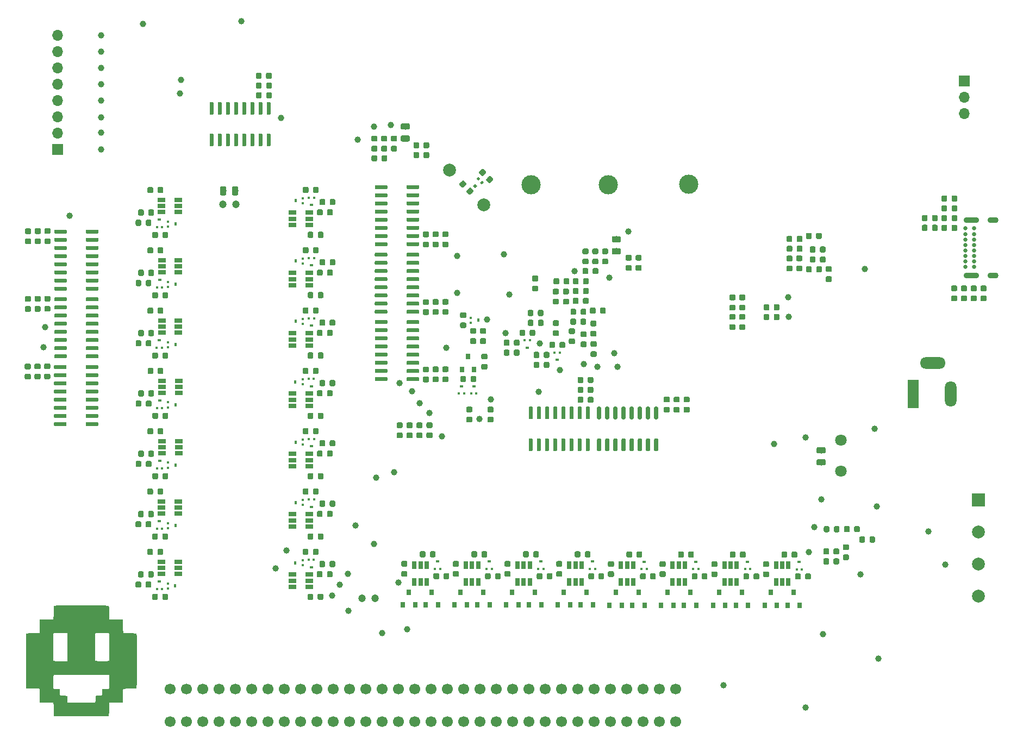
<source format=gbr>
G04 #@! TF.GenerationSoftware,KiCad,Pcbnew,5.1.4*
G04 #@! TF.CreationDate,2019-08-23T02:01:12-04:00*
G04 #@! TF.ProjectId,flipdot_driver,666c6970-646f-4745-9f64-72697665722e,rev?*
G04 #@! TF.SameCoordinates,Original*
G04 #@! TF.FileFunction,Soldermask,Bot*
G04 #@! TF.FilePolarity,Negative*
%FSLAX46Y46*%
G04 Gerber Fmt 4.6, Leading zero omitted, Abs format (unit mm)*
G04 Created by KiCad (PCBNEW 5.1.4) date 2019-08-23 02:01:12*
%MOMM*%
%LPD*%
G04 APERTURE LIST*
%ADD10C,0.010000*%
%ADD11C,0.450000*%
%ADD12C,0.100000*%
%ADD13C,0.400000*%
%ADD14C,0.875000*%
%ADD15C,1.000000*%
%ADD16O,1.700000X0.900000*%
%ADD17O,2.400000X0.900000*%
%ADD18C,0.650000*%
%ADD19R,0.650000X1.220000*%
%ADD20R,0.500000X0.450000*%
%ADD21R,0.400000X0.450000*%
%ADD22R,0.800000X0.900000*%
%ADD23O,1.700000X1.700000*%
%ADD24R,1.700000X1.700000*%
%ADD25R,0.450000X0.500000*%
%ADD26R,0.450000X0.400000*%
%ADD27C,0.975000*%
%ADD28C,1.200000*%
%ADD29C,1.800000*%
%ADD30C,2.000000*%
%ADD31R,2.000000X2.000000*%
%ADD32R,1.800000X4.400000*%
%ADD33O,1.800000X4.000000*%
%ADD34O,4.000000X1.800000*%
%ADD35R,1.220000X0.650000*%
%ADD36C,0.600000*%
%ADD37C,1.700000*%
%ADD38C,3.000000*%
G04 APERTURE END LIST*
D10*
G36*
X72949596Y-127355710D02*
G01*
X73392038Y-127355781D01*
X73889780Y-127355898D01*
X74346919Y-127356050D01*
X74765183Y-127356251D01*
X75146301Y-127356517D01*
X75492004Y-127356862D01*
X75804021Y-127357302D01*
X76084081Y-127357851D01*
X76333913Y-127358525D01*
X76555247Y-127359337D01*
X76749812Y-127360303D01*
X76919338Y-127361439D01*
X77065554Y-127362758D01*
X77190189Y-127364276D01*
X77294974Y-127366007D01*
X77381636Y-127367967D01*
X77451906Y-127370170D01*
X77507513Y-127372632D01*
X77550187Y-127375367D01*
X77581656Y-127378389D01*
X77603651Y-127381715D01*
X77617900Y-127385359D01*
X77626134Y-127389335D01*
X77629208Y-127392276D01*
X77635731Y-127410947D01*
X77641182Y-127449814D01*
X77645636Y-127511794D01*
X77649168Y-127599803D01*
X77651853Y-127716758D01*
X77653766Y-127865575D01*
X77654982Y-128049171D01*
X77655577Y-128270462D01*
X77655667Y-128419674D01*
X77655666Y-129411424D01*
X77751846Y-129507604D01*
X78768509Y-129498991D01*
X79007305Y-129497129D01*
X79207159Y-129495986D01*
X79371458Y-129495629D01*
X79503589Y-129496128D01*
X79606938Y-129497552D01*
X79684892Y-129499969D01*
X79740839Y-129503449D01*
X79778164Y-129508060D01*
X79800255Y-129513871D01*
X79809909Y-129520184D01*
X79816175Y-129541135D01*
X79821618Y-129589281D01*
X79826300Y-129666774D01*
X79830284Y-129775765D01*
X79833631Y-129918406D01*
X79836404Y-130096848D01*
X79838665Y-130313245D01*
X79840476Y-130569747D01*
X79840531Y-130579368D01*
X79842164Y-130825664D01*
X79844073Y-131032656D01*
X79846354Y-131203372D01*
X79849102Y-131340841D01*
X79852414Y-131448090D01*
X79856385Y-131528149D01*
X79861110Y-131584045D01*
X79866686Y-131618808D01*
X79873207Y-131635466D01*
X79873910Y-131636247D01*
X79889351Y-131642980D01*
X79923268Y-131648835D01*
X79978662Y-131653923D01*
X80058537Y-131658353D01*
X80165897Y-131662236D01*
X80303745Y-131665681D01*
X80475084Y-131668798D01*
X80682918Y-131671697D01*
X80915332Y-131674333D01*
X81178625Y-131677469D01*
X81400961Y-131680974D01*
X81583715Y-131684892D01*
X81728264Y-131689271D01*
X81835981Y-131694154D01*
X81908244Y-131699588D01*
X81946426Y-131705617D01*
X81952938Y-131708617D01*
X81955946Y-131724148D01*
X81958707Y-131765191D01*
X81961228Y-131832825D01*
X81963514Y-131928130D01*
X81965570Y-132052184D01*
X81967402Y-132206067D01*
X81969016Y-132390859D01*
X81970417Y-132607638D01*
X81971610Y-132857483D01*
X81972602Y-133141475D01*
X81973396Y-133460692D01*
X81974000Y-133816213D01*
X81974418Y-134209119D01*
X81974656Y-134640487D01*
X81974720Y-135111398D01*
X81974614Y-135622930D01*
X81974476Y-135941860D01*
X81974194Y-136442927D01*
X81973872Y-136903354D01*
X81973494Y-137324833D01*
X81973049Y-137709058D01*
X81972521Y-138057721D01*
X81971899Y-138372516D01*
X81971167Y-138655135D01*
X81970313Y-138907272D01*
X81969323Y-139130619D01*
X81968184Y-139326869D01*
X81966881Y-139497716D01*
X81965402Y-139644853D01*
X81963732Y-139769971D01*
X81961859Y-139874765D01*
X81959768Y-139960927D01*
X81957447Y-140030150D01*
X81954881Y-140084127D01*
X81952057Y-140124552D01*
X81948961Y-140153116D01*
X81945581Y-140171514D01*
X81941902Y-140181437D01*
X81940520Y-140183243D01*
X81928010Y-140190787D01*
X81904446Y-140197219D01*
X81866348Y-140202680D01*
X81810240Y-140207314D01*
X81732643Y-140211262D01*
X81630079Y-140214665D01*
X81499071Y-140217667D01*
X81336141Y-140220410D01*
X81137810Y-140223035D01*
X80902293Y-140225667D01*
X80669660Y-140228175D01*
X80475711Y-140230497D01*
X80316801Y-140232813D01*
X80189282Y-140235306D01*
X80089507Y-140238158D01*
X80013830Y-140241550D01*
X79958604Y-140245664D01*
X79920182Y-140250681D01*
X79894917Y-140256785D01*
X79879163Y-140264156D01*
X79869272Y-140272977D01*
X79865858Y-140277337D01*
X79858527Y-140293645D01*
X79852404Y-140323087D01*
X79847375Y-140369170D01*
X79843326Y-140435400D01*
X79840143Y-140525282D01*
X79837712Y-140642323D01*
X79835921Y-140790030D01*
X79834655Y-140971908D01*
X79833800Y-141191464D01*
X79833590Y-141272170D01*
X79833203Y-141470977D01*
X79832991Y-141658190D01*
X79832949Y-141829254D01*
X79833071Y-141979615D01*
X79833352Y-142104717D01*
X79833785Y-142200007D01*
X79834364Y-142260929D01*
X79834891Y-142281313D01*
X79836551Y-142309064D01*
X79835423Y-142332354D01*
X79828122Y-142351573D01*
X79811263Y-142367112D01*
X79781462Y-142379362D01*
X79735334Y-142388713D01*
X79669493Y-142395557D01*
X79580556Y-142400283D01*
X79465137Y-142403284D01*
X79319852Y-142404949D01*
X79141315Y-142405670D01*
X78926143Y-142405837D01*
X78756333Y-142405833D01*
X78520294Y-142405961D01*
X78323033Y-142406419D01*
X78160995Y-142407321D01*
X78030623Y-142408780D01*
X77928364Y-142410908D01*
X77850661Y-142413820D01*
X77793960Y-142417627D01*
X77754705Y-142422443D01*
X77729342Y-142428380D01*
X77714315Y-142435553D01*
X77710095Y-142439095D01*
X77682048Y-142466947D01*
X77672554Y-142476137D01*
X77671454Y-142497393D01*
X77669969Y-142556835D01*
X77668164Y-142650320D01*
X77666104Y-142773701D01*
X77663856Y-142922836D01*
X77661484Y-143093578D01*
X77659054Y-143281784D01*
X77656679Y-143479312D01*
X77653791Y-143714972D01*
X77650976Y-143911813D01*
X77648083Y-144073348D01*
X77644963Y-144203091D01*
X77641466Y-144304555D01*
X77637442Y-144381254D01*
X77632742Y-144436702D01*
X77627216Y-144474411D01*
X77620715Y-144497895D01*
X77613088Y-144510669D01*
X77612737Y-144511027D01*
X77605520Y-144514925D01*
X77590842Y-144518512D01*
X77566981Y-144521805D01*
X77532212Y-144524819D01*
X77484810Y-144527569D01*
X77423053Y-144530072D01*
X77345216Y-144532344D01*
X77249576Y-144534399D01*
X77134407Y-144536254D01*
X76997987Y-144537924D01*
X76838592Y-144539426D01*
X76654496Y-144540775D01*
X76443977Y-144541987D01*
X76205311Y-144543078D01*
X75936773Y-144544063D01*
X75636640Y-144544959D01*
X75303187Y-144545780D01*
X74934690Y-144546543D01*
X74529427Y-144547264D01*
X74085672Y-144547958D01*
X73601702Y-144548642D01*
X73485237Y-144548798D01*
X73070388Y-144549293D01*
X72665964Y-144549662D01*
X72274076Y-144549909D01*
X71896836Y-144550035D01*
X71536356Y-144550045D01*
X71194746Y-144549941D01*
X70874118Y-144549726D01*
X70576583Y-144549403D01*
X70304253Y-144548974D01*
X70059239Y-144548442D01*
X69843652Y-144547811D01*
X69659604Y-144547082D01*
X69509205Y-144546260D01*
X69394568Y-144545346D01*
X69317804Y-144544344D01*
X69281023Y-144543256D01*
X69279478Y-144543128D01*
X69211171Y-144531852D01*
X69158630Y-144515311D01*
X69141895Y-144505051D01*
X69135217Y-144488950D01*
X69129391Y-144452975D01*
X69124311Y-144394226D01*
X69119873Y-144309799D01*
X69115970Y-144196793D01*
X69112497Y-144052303D01*
X69109348Y-143873430D01*
X69106418Y-143657268D01*
X69104333Y-143471988D01*
X69101824Y-143239393D01*
X69099502Y-143045481D01*
X69097186Y-142886607D01*
X69094692Y-142759122D01*
X69091839Y-142659379D01*
X69088446Y-142583731D01*
X69084331Y-142528531D01*
X69079311Y-142490131D01*
X69073205Y-142464883D01*
X69065830Y-142449141D01*
X69057006Y-142439256D01*
X69052663Y-142435857D01*
X69036838Y-142428721D01*
X69008314Y-142422767D01*
X68963658Y-142417897D01*
X68899440Y-142414012D01*
X68812226Y-142411013D01*
X68698584Y-142408801D01*
X68555082Y-142407278D01*
X68378289Y-142406345D01*
X68164772Y-142405904D01*
X68008813Y-142405833D01*
X67755507Y-142405373D01*
X67534227Y-142404016D01*
X67346663Y-142401796D01*
X67194501Y-142398748D01*
X67079432Y-142394907D01*
X67003142Y-142390308D01*
X66967319Y-142384985D01*
X66966010Y-142384404D01*
X66956827Y-142378033D01*
X66949191Y-142367226D01*
X66942980Y-142348396D01*
X66938071Y-142317953D01*
X66934343Y-142272310D01*
X66931673Y-142207876D01*
X66929938Y-142121065D01*
X66929018Y-142008287D01*
X66928788Y-141865953D01*
X66929129Y-141690474D01*
X66929916Y-141478263D01*
X66930506Y-141341946D01*
X66935043Y-140320917D01*
X66888233Y-140273292D01*
X66841424Y-140225667D01*
X65860922Y-140225667D01*
X65628063Y-140225521D01*
X65433885Y-140225007D01*
X65274734Y-140224007D01*
X65146957Y-140222404D01*
X65046903Y-140220080D01*
X64970918Y-140216920D01*
X64915350Y-140212805D01*
X64876546Y-140207618D01*
X64850854Y-140201243D01*
X64834621Y-140193561D01*
X64833376Y-140192716D01*
X64786333Y-140159766D01*
X64786424Y-138973507D01*
X68997818Y-138973507D01*
X68997868Y-139212537D01*
X68997879Y-139224553D01*
X68998213Y-139461964D01*
X68998810Y-139660621D01*
X68999789Y-139824103D01*
X69001270Y-139955989D01*
X69003375Y-140059859D01*
X69006222Y-140139290D01*
X69009932Y-140197864D01*
X69014624Y-140239158D01*
X69020419Y-140266752D01*
X69027437Y-140284224D01*
X69033704Y-140292984D01*
X69049311Y-140306325D01*
X69072516Y-140316212D01*
X69109270Y-140323159D01*
X69165526Y-140327680D01*
X69247234Y-140330289D01*
X69360346Y-140331500D01*
X69483322Y-140331812D01*
X69652172Y-140333113D01*
X69781205Y-140336826D01*
X69872880Y-140343089D01*
X69929652Y-140352044D01*
X69947084Y-140358270D01*
X69963528Y-140368185D01*
X69975909Y-140381777D01*
X69984919Y-140404756D01*
X69991246Y-140442835D01*
X69995579Y-140501724D01*
X69998609Y-140587135D01*
X70001024Y-140704780D01*
X70002893Y-140820533D01*
X70006041Y-140980940D01*
X70010494Y-141104491D01*
X70017224Y-141196667D01*
X70027202Y-141262943D01*
X70041400Y-141308798D01*
X70060792Y-141339709D01*
X70086348Y-141361154D01*
X70100271Y-141369258D01*
X70134233Y-141376808D01*
X70204553Y-141384423D01*
X70305257Y-141391692D01*
X70430374Y-141398204D01*
X70573929Y-141403548D01*
X70617171Y-141404795D01*
X70755737Y-141409216D01*
X70880752Y-141414496D01*
X70985774Y-141420257D01*
X71064361Y-141426123D01*
X71110072Y-141431717D01*
X71118341Y-141434129D01*
X71127573Y-141450257D01*
X71134367Y-141488444D01*
X71138927Y-141552892D01*
X71141457Y-141647805D01*
X71142161Y-141777386D01*
X71141522Y-141912037D01*
X71140794Y-142076979D01*
X71142117Y-142204880D01*
X71146470Y-142301016D01*
X71154831Y-142370668D01*
X71168179Y-142419113D01*
X71187491Y-142451628D01*
X71213745Y-142473493D01*
X71247920Y-142489985D01*
X71248692Y-142490297D01*
X71277374Y-142493430D01*
X71344856Y-142496298D01*
X71447604Y-142498902D01*
X71582086Y-142501241D01*
X71744768Y-142503312D01*
X71932118Y-142505117D01*
X72140602Y-142506653D01*
X72366687Y-142507920D01*
X72606841Y-142508917D01*
X72857530Y-142509644D01*
X73115222Y-142510098D01*
X73376383Y-142510281D01*
X73637480Y-142510190D01*
X73894981Y-142509826D01*
X74145352Y-142509186D01*
X74385060Y-142508271D01*
X74610573Y-142507079D01*
X74818357Y-142505610D01*
X75004879Y-142503863D01*
X75166606Y-142501837D01*
X75300006Y-142499531D01*
X75401545Y-142496944D01*
X75467690Y-142494075D01*
X75493891Y-142491296D01*
X75532741Y-142478816D01*
X75562571Y-142462961D01*
X75584528Y-142438469D01*
X75599762Y-142400080D01*
X75609421Y-142342531D01*
X75614654Y-142260562D01*
X75616610Y-142148911D01*
X75616438Y-142002317D01*
X75616026Y-141931968D01*
X75615586Y-141770566D01*
X75616720Y-141646910D01*
X75619661Y-141556432D01*
X75624641Y-141494565D01*
X75631891Y-141456744D01*
X75641053Y-141438964D01*
X75662336Y-141428568D01*
X75705577Y-141420881D01*
X75775432Y-141415603D01*
X75876551Y-141412433D01*
X76013589Y-141411072D01*
X76074970Y-141410967D01*
X76221466Y-141410430D01*
X76332205Y-141408509D01*
X76413757Y-141404696D01*
X76472689Y-141398486D01*
X76515569Y-141389370D01*
X76548965Y-141376842D01*
X76555000Y-141373925D01*
X76585968Y-141356719D01*
X76609844Y-141336320D01*
X76627589Y-141307350D01*
X76640166Y-141264433D01*
X76648534Y-141202193D01*
X76653657Y-141115251D01*
X76656496Y-140998232D01*
X76658011Y-140845759D01*
X76658329Y-140796108D01*
X76660330Y-140633760D01*
X76664228Y-140511095D01*
X76670189Y-140425501D01*
X76678379Y-140374364D01*
X76686233Y-140356900D01*
X76709537Y-140347946D01*
X76761393Y-140341095D01*
X76844885Y-140336197D01*
X76963099Y-140333100D01*
X77119120Y-140331653D01*
X77204329Y-140331500D01*
X77361002Y-140331398D01*
X77480735Y-140330765D01*
X77568918Y-140329109D01*
X77630943Y-140325938D01*
X77672202Y-140320762D01*
X77698088Y-140313089D01*
X77713992Y-140302427D01*
X77725306Y-140288285D01*
X77728317Y-140283741D01*
X77736661Y-140265054D01*
X77743473Y-140234286D01*
X77748915Y-140187429D01*
X77753145Y-140120472D01*
X77756325Y-140029404D01*
X77758615Y-139910215D01*
X77760175Y-139758895D01*
X77761166Y-139571432D01*
X77761522Y-139452950D01*
X77762214Y-139185869D01*
X77762803Y-138957907D01*
X77763164Y-138765851D01*
X77763171Y-138606487D01*
X77762701Y-138476600D01*
X77761627Y-138372976D01*
X77759826Y-138292403D01*
X77757172Y-138231665D01*
X77753541Y-138187549D01*
X77748807Y-138156840D01*
X77742846Y-138136326D01*
X77735534Y-138122792D01*
X77726745Y-138113024D01*
X77716354Y-138103808D01*
X77708846Y-138096755D01*
X77656192Y-138044101D01*
X73388604Y-138046325D01*
X72966354Y-138046602D01*
X72555239Y-138046983D01*
X72157276Y-138047461D01*
X71774477Y-138048031D01*
X71408859Y-138048685D01*
X71062435Y-138049417D01*
X70737221Y-138050221D01*
X70435230Y-138051090D01*
X70158479Y-138052018D01*
X69908981Y-138052998D01*
X69688751Y-138054023D01*
X69499804Y-138055088D01*
X69344154Y-138056186D01*
X69223816Y-138057309D01*
X69140806Y-138058452D01*
X69097137Y-138059609D01*
X69090725Y-138060173D01*
X69060327Y-138086043D01*
X69029179Y-138132242D01*
X69028672Y-138133217D01*
X69021257Y-138152712D01*
X69015073Y-138182379D01*
X69010020Y-138225774D01*
X69005996Y-138286451D01*
X69002902Y-138367967D01*
X69000637Y-138473875D01*
X68999102Y-138607731D01*
X68998196Y-138773090D01*
X68997818Y-138973507D01*
X64786424Y-138973507D01*
X64786657Y-135954091D01*
X64786797Y-135445245D01*
X64787098Y-135014100D01*
X68996878Y-135014100D01*
X68996895Y-135222812D01*
X68996950Y-135407405D01*
X68997041Y-135564648D01*
X68997166Y-135691311D01*
X68997326Y-135784165D01*
X68997520Y-135839977D01*
X68997661Y-135854750D01*
X69008731Y-135925881D01*
X69043648Y-135968599D01*
X69106889Y-135993020D01*
X69142200Y-135996514D01*
X69215318Y-135999616D01*
X69321715Y-136002266D01*
X69456866Y-136004407D01*
X69616244Y-136005981D01*
X69795323Y-136006929D01*
X69989577Y-136007193D01*
X70177973Y-136006781D01*
X71177530Y-136002917D01*
X71225723Y-135954692D01*
X71273917Y-135906468D01*
X71273917Y-134687540D01*
X75476725Y-134687540D01*
X75476749Y-134921664D01*
X75477040Y-135123451D01*
X75477638Y-135295401D01*
X75478587Y-135440013D01*
X75479927Y-135559785D01*
X75481701Y-135657218D01*
X75483950Y-135734810D01*
X75486715Y-135795060D01*
X75490040Y-135840468D01*
X75493964Y-135873533D01*
X75498530Y-135896754D01*
X75503780Y-135912629D01*
X75509755Y-135923659D01*
X75513937Y-135929277D01*
X75570592Y-135970610D01*
X75646738Y-135993770D01*
X75686930Y-135996956D01*
X75764708Y-135999781D01*
X75875324Y-136002190D01*
X76014033Y-136004128D01*
X76176087Y-136005538D01*
X76356741Y-136006365D01*
X76551246Y-136006553D01*
X76707891Y-136006226D01*
X76935367Y-136005406D01*
X77124294Y-136004523D01*
X77278455Y-136003398D01*
X77401634Y-136001852D01*
X77497615Y-135999705D01*
X77570182Y-135996779D01*
X77623118Y-135992893D01*
X77660208Y-135987870D01*
X77685234Y-135981529D01*
X77701981Y-135973692D01*
X77714233Y-135964180D01*
X77720311Y-135958283D01*
X77764923Y-135913650D01*
X77763709Y-133778117D01*
X77762494Y-131642583D01*
X77717319Y-131605542D01*
X77704472Y-131597083D01*
X77685949Y-131590012D01*
X77658136Y-131584206D01*
X77617423Y-131579540D01*
X77560197Y-131575892D01*
X77482849Y-131573140D01*
X77381765Y-131571160D01*
X77253334Y-131569829D01*
X77093946Y-131569024D01*
X76899988Y-131568623D01*
X76667849Y-131568501D01*
X76629593Y-131568500D01*
X76392412Y-131568556D01*
X76193902Y-131568818D01*
X76030401Y-131569425D01*
X75898248Y-131570516D01*
X75793780Y-131572229D01*
X75713334Y-131574705D01*
X75653250Y-131578083D01*
X75609864Y-131582501D01*
X75579515Y-131588099D01*
X75558541Y-131595016D01*
X75543280Y-131603391D01*
X75534116Y-131610132D01*
X75481190Y-131651763D01*
X75477835Y-133766157D01*
X75477310Y-134112286D01*
X75476926Y-134418580D01*
X75476725Y-134687540D01*
X71273917Y-134687540D01*
X71273917Y-133816859D01*
X71273752Y-133521885D01*
X71273275Y-133238136D01*
X71272508Y-132968573D01*
X71271473Y-132716156D01*
X71270193Y-132483845D01*
X71268691Y-132274601D01*
X71266989Y-132091383D01*
X71265110Y-131937153D01*
X71263078Y-131814871D01*
X71260913Y-131727497D01*
X71258640Y-131677991D01*
X71257450Y-131668293D01*
X71222213Y-131611595D01*
X71184878Y-131588004D01*
X71150120Y-131582883D01*
X71075598Y-131578221D01*
X70963880Y-131574074D01*
X70817532Y-131570502D01*
X70639122Y-131567563D01*
X70431218Y-131565314D01*
X70196386Y-131563815D01*
X70103154Y-131563462D01*
X69077536Y-131560251D01*
X69038018Y-131609054D01*
X69021514Y-131634713D01*
X69010264Y-131668936D01*
X69003305Y-131719653D01*
X68999676Y-131794795D01*
X68998413Y-131902293D01*
X68998354Y-131935970D01*
X68998319Y-132000237D01*
X68998263Y-132103083D01*
X68998186Y-132240752D01*
X68998092Y-132409489D01*
X68997981Y-132605539D01*
X68997858Y-132825147D01*
X68997723Y-133064558D01*
X68997578Y-133320017D01*
X68997426Y-133587768D01*
X68997269Y-133864058D01*
X68997191Y-134002667D01*
X68997053Y-134275552D01*
X68996956Y-134537239D01*
X68996897Y-134784499D01*
X68996878Y-135014100D01*
X64787098Y-135014100D01*
X64787133Y-134964250D01*
X64787659Y-134512143D01*
X64788371Y-134089957D01*
X64789264Y-133698728D01*
X64790333Y-133339489D01*
X64791573Y-133013276D01*
X64792979Y-132721123D01*
X64794546Y-132464065D01*
X64796268Y-132243136D01*
X64798142Y-132059372D01*
X64800162Y-131913806D01*
X64802323Y-131807475D01*
X64804620Y-131741411D01*
X64807037Y-131716667D01*
X64816477Y-131709217D01*
X64836917Y-131702853D01*
X64871776Y-131697434D01*
X64924472Y-131692820D01*
X64998424Y-131688867D01*
X65097048Y-131685437D01*
X65223763Y-131682386D01*
X65381988Y-131679575D01*
X65575140Y-131676862D01*
X65806637Y-131674106D01*
X65849171Y-131673633D01*
X66052846Y-131671293D01*
X66243191Y-131668931D01*
X66416105Y-131666609D01*
X66567485Y-131664390D01*
X66693229Y-131662340D01*
X66789236Y-131660519D01*
X66851403Y-131658993D01*
X66875628Y-131657825D01*
X66875797Y-131657758D01*
X66888748Y-131641707D01*
X66899513Y-131619581D01*
X66908268Y-131587704D01*
X66915186Y-131542398D01*
X66920442Y-131479987D01*
X66924209Y-131396794D01*
X66926661Y-131289141D01*
X66927973Y-131153351D01*
X66928319Y-130985749D01*
X66927873Y-130782655D01*
X66926989Y-130576732D01*
X66925982Y-130345133D01*
X66925486Y-130152129D01*
X66925611Y-129993985D01*
X66926466Y-129866966D01*
X66928157Y-129767337D01*
X66930795Y-129691361D01*
X66934488Y-129635303D01*
X66939344Y-129595427D01*
X66945473Y-129567998D01*
X66952982Y-129549281D01*
X66957060Y-129542368D01*
X66991905Y-129489187D01*
X68005014Y-129496969D01*
X68238987Y-129498687D01*
X68434282Y-129499862D01*
X68594551Y-129500391D01*
X68723445Y-129500169D01*
X68824617Y-129499091D01*
X68901720Y-129497053D01*
X68958406Y-129493952D01*
X68998328Y-129489683D01*
X69025137Y-129484142D01*
X69042486Y-129477224D01*
X69054027Y-129468825D01*
X69055936Y-129466982D01*
X69064743Y-129455715D01*
X69072161Y-129438570D01*
X69078359Y-129411888D01*
X69083507Y-129372010D01*
X69087775Y-129315278D01*
X69091334Y-129238034D01*
X69094352Y-129136618D01*
X69097002Y-129007372D01*
X69099451Y-128846638D01*
X69101870Y-128650757D01*
X69104333Y-128425255D01*
X69106955Y-128189784D01*
X69109524Y-127993100D01*
X69112187Y-127831656D01*
X69115097Y-127701905D01*
X69118401Y-127600302D01*
X69122250Y-127523300D01*
X69126794Y-127467352D01*
X69132182Y-127428913D01*
X69138564Y-127404436D01*
X69146090Y-127390374D01*
X69148122Y-127388116D01*
X69154942Y-127384180D01*
X69168337Y-127380566D01*
X69190019Y-127377261D01*
X69221701Y-127374252D01*
X69265094Y-127371525D01*
X69321912Y-127369068D01*
X69393867Y-127366868D01*
X69482671Y-127364912D01*
X69590037Y-127363186D01*
X69717678Y-127361677D01*
X69867305Y-127360373D01*
X70040631Y-127359261D01*
X70239370Y-127358327D01*
X70465232Y-127357558D01*
X70719931Y-127356941D01*
X71005180Y-127356464D01*
X71322690Y-127356113D01*
X71674174Y-127355875D01*
X72061344Y-127355737D01*
X72485914Y-127355687D01*
X72949596Y-127355710D01*
X72949596Y-127355710D01*
G37*
X72949596Y-127355710D02*
X73392038Y-127355781D01*
X73889780Y-127355898D01*
X74346919Y-127356050D01*
X74765183Y-127356251D01*
X75146301Y-127356517D01*
X75492004Y-127356862D01*
X75804021Y-127357302D01*
X76084081Y-127357851D01*
X76333913Y-127358525D01*
X76555247Y-127359337D01*
X76749812Y-127360303D01*
X76919338Y-127361439D01*
X77065554Y-127362758D01*
X77190189Y-127364276D01*
X77294974Y-127366007D01*
X77381636Y-127367967D01*
X77451906Y-127370170D01*
X77507513Y-127372632D01*
X77550187Y-127375367D01*
X77581656Y-127378389D01*
X77603651Y-127381715D01*
X77617900Y-127385359D01*
X77626134Y-127389335D01*
X77629208Y-127392276D01*
X77635731Y-127410947D01*
X77641182Y-127449814D01*
X77645636Y-127511794D01*
X77649168Y-127599803D01*
X77651853Y-127716758D01*
X77653766Y-127865575D01*
X77654982Y-128049171D01*
X77655577Y-128270462D01*
X77655667Y-128419674D01*
X77655666Y-129411424D01*
X77751846Y-129507604D01*
X78768509Y-129498991D01*
X79007305Y-129497129D01*
X79207159Y-129495986D01*
X79371458Y-129495629D01*
X79503589Y-129496128D01*
X79606938Y-129497552D01*
X79684892Y-129499969D01*
X79740839Y-129503449D01*
X79778164Y-129508060D01*
X79800255Y-129513871D01*
X79809909Y-129520184D01*
X79816175Y-129541135D01*
X79821618Y-129589281D01*
X79826300Y-129666774D01*
X79830284Y-129775765D01*
X79833631Y-129918406D01*
X79836404Y-130096848D01*
X79838665Y-130313245D01*
X79840476Y-130569747D01*
X79840531Y-130579368D01*
X79842164Y-130825664D01*
X79844073Y-131032656D01*
X79846354Y-131203372D01*
X79849102Y-131340841D01*
X79852414Y-131448090D01*
X79856385Y-131528149D01*
X79861110Y-131584045D01*
X79866686Y-131618808D01*
X79873207Y-131635466D01*
X79873910Y-131636247D01*
X79889351Y-131642980D01*
X79923268Y-131648835D01*
X79978662Y-131653923D01*
X80058537Y-131658353D01*
X80165897Y-131662236D01*
X80303745Y-131665681D01*
X80475084Y-131668798D01*
X80682918Y-131671697D01*
X80915332Y-131674333D01*
X81178625Y-131677469D01*
X81400961Y-131680974D01*
X81583715Y-131684892D01*
X81728264Y-131689271D01*
X81835981Y-131694154D01*
X81908244Y-131699588D01*
X81946426Y-131705617D01*
X81952938Y-131708617D01*
X81955946Y-131724148D01*
X81958707Y-131765191D01*
X81961228Y-131832825D01*
X81963514Y-131928130D01*
X81965570Y-132052184D01*
X81967402Y-132206067D01*
X81969016Y-132390859D01*
X81970417Y-132607638D01*
X81971610Y-132857483D01*
X81972602Y-133141475D01*
X81973396Y-133460692D01*
X81974000Y-133816213D01*
X81974418Y-134209119D01*
X81974656Y-134640487D01*
X81974720Y-135111398D01*
X81974614Y-135622930D01*
X81974476Y-135941860D01*
X81974194Y-136442927D01*
X81973872Y-136903354D01*
X81973494Y-137324833D01*
X81973049Y-137709058D01*
X81972521Y-138057721D01*
X81971899Y-138372516D01*
X81971167Y-138655135D01*
X81970313Y-138907272D01*
X81969323Y-139130619D01*
X81968184Y-139326869D01*
X81966881Y-139497716D01*
X81965402Y-139644853D01*
X81963732Y-139769971D01*
X81961859Y-139874765D01*
X81959768Y-139960927D01*
X81957447Y-140030150D01*
X81954881Y-140084127D01*
X81952057Y-140124552D01*
X81948961Y-140153116D01*
X81945581Y-140171514D01*
X81941902Y-140181437D01*
X81940520Y-140183243D01*
X81928010Y-140190787D01*
X81904446Y-140197219D01*
X81866348Y-140202680D01*
X81810240Y-140207314D01*
X81732643Y-140211262D01*
X81630079Y-140214665D01*
X81499071Y-140217667D01*
X81336141Y-140220410D01*
X81137810Y-140223035D01*
X80902293Y-140225667D01*
X80669660Y-140228175D01*
X80475711Y-140230497D01*
X80316801Y-140232813D01*
X80189282Y-140235306D01*
X80089507Y-140238158D01*
X80013830Y-140241550D01*
X79958604Y-140245664D01*
X79920182Y-140250681D01*
X79894917Y-140256785D01*
X79879163Y-140264156D01*
X79869272Y-140272977D01*
X79865858Y-140277337D01*
X79858527Y-140293645D01*
X79852404Y-140323087D01*
X79847375Y-140369170D01*
X79843326Y-140435400D01*
X79840143Y-140525282D01*
X79837712Y-140642323D01*
X79835921Y-140790030D01*
X79834655Y-140971908D01*
X79833800Y-141191464D01*
X79833590Y-141272170D01*
X79833203Y-141470977D01*
X79832991Y-141658190D01*
X79832949Y-141829254D01*
X79833071Y-141979615D01*
X79833352Y-142104717D01*
X79833785Y-142200007D01*
X79834364Y-142260929D01*
X79834891Y-142281313D01*
X79836551Y-142309064D01*
X79835423Y-142332354D01*
X79828122Y-142351573D01*
X79811263Y-142367112D01*
X79781462Y-142379362D01*
X79735334Y-142388713D01*
X79669493Y-142395557D01*
X79580556Y-142400283D01*
X79465137Y-142403284D01*
X79319852Y-142404949D01*
X79141315Y-142405670D01*
X78926143Y-142405837D01*
X78756333Y-142405833D01*
X78520294Y-142405961D01*
X78323033Y-142406419D01*
X78160995Y-142407321D01*
X78030623Y-142408780D01*
X77928364Y-142410908D01*
X77850661Y-142413820D01*
X77793960Y-142417627D01*
X77754705Y-142422443D01*
X77729342Y-142428380D01*
X77714315Y-142435553D01*
X77710095Y-142439095D01*
X77682048Y-142466947D01*
X77672554Y-142476137D01*
X77671454Y-142497393D01*
X77669969Y-142556835D01*
X77668164Y-142650320D01*
X77666104Y-142773701D01*
X77663856Y-142922836D01*
X77661484Y-143093578D01*
X77659054Y-143281784D01*
X77656679Y-143479312D01*
X77653791Y-143714972D01*
X77650976Y-143911813D01*
X77648083Y-144073348D01*
X77644963Y-144203091D01*
X77641466Y-144304555D01*
X77637442Y-144381254D01*
X77632742Y-144436702D01*
X77627216Y-144474411D01*
X77620715Y-144497895D01*
X77613088Y-144510669D01*
X77612737Y-144511027D01*
X77605520Y-144514925D01*
X77590842Y-144518512D01*
X77566981Y-144521805D01*
X77532212Y-144524819D01*
X77484810Y-144527569D01*
X77423053Y-144530072D01*
X77345216Y-144532344D01*
X77249576Y-144534399D01*
X77134407Y-144536254D01*
X76997987Y-144537924D01*
X76838592Y-144539426D01*
X76654496Y-144540775D01*
X76443977Y-144541987D01*
X76205311Y-144543078D01*
X75936773Y-144544063D01*
X75636640Y-144544959D01*
X75303187Y-144545780D01*
X74934690Y-144546543D01*
X74529427Y-144547264D01*
X74085672Y-144547958D01*
X73601702Y-144548642D01*
X73485237Y-144548798D01*
X73070388Y-144549293D01*
X72665964Y-144549662D01*
X72274076Y-144549909D01*
X71896836Y-144550035D01*
X71536356Y-144550045D01*
X71194746Y-144549941D01*
X70874118Y-144549726D01*
X70576583Y-144549403D01*
X70304253Y-144548974D01*
X70059239Y-144548442D01*
X69843652Y-144547811D01*
X69659604Y-144547082D01*
X69509205Y-144546260D01*
X69394568Y-144545346D01*
X69317804Y-144544344D01*
X69281023Y-144543256D01*
X69279478Y-144543128D01*
X69211171Y-144531852D01*
X69158630Y-144515311D01*
X69141895Y-144505051D01*
X69135217Y-144488950D01*
X69129391Y-144452975D01*
X69124311Y-144394226D01*
X69119873Y-144309799D01*
X69115970Y-144196793D01*
X69112497Y-144052303D01*
X69109348Y-143873430D01*
X69106418Y-143657268D01*
X69104333Y-143471988D01*
X69101824Y-143239393D01*
X69099502Y-143045481D01*
X69097186Y-142886607D01*
X69094692Y-142759122D01*
X69091839Y-142659379D01*
X69088446Y-142583731D01*
X69084331Y-142528531D01*
X69079311Y-142490131D01*
X69073205Y-142464883D01*
X69065830Y-142449141D01*
X69057006Y-142439256D01*
X69052663Y-142435857D01*
X69036838Y-142428721D01*
X69008314Y-142422767D01*
X68963658Y-142417897D01*
X68899440Y-142414012D01*
X68812226Y-142411013D01*
X68698584Y-142408801D01*
X68555082Y-142407278D01*
X68378289Y-142406345D01*
X68164772Y-142405904D01*
X68008813Y-142405833D01*
X67755507Y-142405373D01*
X67534227Y-142404016D01*
X67346663Y-142401796D01*
X67194501Y-142398748D01*
X67079432Y-142394907D01*
X67003142Y-142390308D01*
X66967319Y-142384985D01*
X66966010Y-142384404D01*
X66956827Y-142378033D01*
X66949191Y-142367226D01*
X66942980Y-142348396D01*
X66938071Y-142317953D01*
X66934343Y-142272310D01*
X66931673Y-142207876D01*
X66929938Y-142121065D01*
X66929018Y-142008287D01*
X66928788Y-141865953D01*
X66929129Y-141690474D01*
X66929916Y-141478263D01*
X66930506Y-141341946D01*
X66935043Y-140320917D01*
X66888233Y-140273292D01*
X66841424Y-140225667D01*
X65860922Y-140225667D01*
X65628063Y-140225521D01*
X65433885Y-140225007D01*
X65274734Y-140224007D01*
X65146957Y-140222404D01*
X65046903Y-140220080D01*
X64970918Y-140216920D01*
X64915350Y-140212805D01*
X64876546Y-140207618D01*
X64850854Y-140201243D01*
X64834621Y-140193561D01*
X64833376Y-140192716D01*
X64786333Y-140159766D01*
X64786424Y-138973507D01*
X68997818Y-138973507D01*
X68997868Y-139212537D01*
X68997879Y-139224553D01*
X68998213Y-139461964D01*
X68998810Y-139660621D01*
X68999789Y-139824103D01*
X69001270Y-139955989D01*
X69003375Y-140059859D01*
X69006222Y-140139290D01*
X69009932Y-140197864D01*
X69014624Y-140239158D01*
X69020419Y-140266752D01*
X69027437Y-140284224D01*
X69033704Y-140292984D01*
X69049311Y-140306325D01*
X69072516Y-140316212D01*
X69109270Y-140323159D01*
X69165526Y-140327680D01*
X69247234Y-140330289D01*
X69360346Y-140331500D01*
X69483322Y-140331812D01*
X69652172Y-140333113D01*
X69781205Y-140336826D01*
X69872880Y-140343089D01*
X69929652Y-140352044D01*
X69947084Y-140358270D01*
X69963528Y-140368185D01*
X69975909Y-140381777D01*
X69984919Y-140404756D01*
X69991246Y-140442835D01*
X69995579Y-140501724D01*
X69998609Y-140587135D01*
X70001024Y-140704780D01*
X70002893Y-140820533D01*
X70006041Y-140980940D01*
X70010494Y-141104491D01*
X70017224Y-141196667D01*
X70027202Y-141262943D01*
X70041400Y-141308798D01*
X70060792Y-141339709D01*
X70086348Y-141361154D01*
X70100271Y-141369258D01*
X70134233Y-141376808D01*
X70204553Y-141384423D01*
X70305257Y-141391692D01*
X70430374Y-141398204D01*
X70573929Y-141403548D01*
X70617171Y-141404795D01*
X70755737Y-141409216D01*
X70880752Y-141414496D01*
X70985774Y-141420257D01*
X71064361Y-141426123D01*
X71110072Y-141431717D01*
X71118341Y-141434129D01*
X71127573Y-141450257D01*
X71134367Y-141488444D01*
X71138927Y-141552892D01*
X71141457Y-141647805D01*
X71142161Y-141777386D01*
X71141522Y-141912037D01*
X71140794Y-142076979D01*
X71142117Y-142204880D01*
X71146470Y-142301016D01*
X71154831Y-142370668D01*
X71168179Y-142419113D01*
X71187491Y-142451628D01*
X71213745Y-142473493D01*
X71247920Y-142489985D01*
X71248692Y-142490297D01*
X71277374Y-142493430D01*
X71344856Y-142496298D01*
X71447604Y-142498902D01*
X71582086Y-142501241D01*
X71744768Y-142503312D01*
X71932118Y-142505117D01*
X72140602Y-142506653D01*
X72366687Y-142507920D01*
X72606841Y-142508917D01*
X72857530Y-142509644D01*
X73115222Y-142510098D01*
X73376383Y-142510281D01*
X73637480Y-142510190D01*
X73894981Y-142509826D01*
X74145352Y-142509186D01*
X74385060Y-142508271D01*
X74610573Y-142507079D01*
X74818357Y-142505610D01*
X75004879Y-142503863D01*
X75166606Y-142501837D01*
X75300006Y-142499531D01*
X75401545Y-142496944D01*
X75467690Y-142494075D01*
X75493891Y-142491296D01*
X75532741Y-142478816D01*
X75562571Y-142462961D01*
X75584528Y-142438469D01*
X75599762Y-142400080D01*
X75609421Y-142342531D01*
X75614654Y-142260562D01*
X75616610Y-142148911D01*
X75616438Y-142002317D01*
X75616026Y-141931968D01*
X75615586Y-141770566D01*
X75616720Y-141646910D01*
X75619661Y-141556432D01*
X75624641Y-141494565D01*
X75631891Y-141456744D01*
X75641053Y-141438964D01*
X75662336Y-141428568D01*
X75705577Y-141420881D01*
X75775432Y-141415603D01*
X75876551Y-141412433D01*
X76013589Y-141411072D01*
X76074970Y-141410967D01*
X76221466Y-141410430D01*
X76332205Y-141408509D01*
X76413757Y-141404696D01*
X76472689Y-141398486D01*
X76515569Y-141389370D01*
X76548965Y-141376842D01*
X76555000Y-141373925D01*
X76585968Y-141356719D01*
X76609844Y-141336320D01*
X76627589Y-141307350D01*
X76640166Y-141264433D01*
X76648534Y-141202193D01*
X76653657Y-141115251D01*
X76656496Y-140998232D01*
X76658011Y-140845759D01*
X76658329Y-140796108D01*
X76660330Y-140633760D01*
X76664228Y-140511095D01*
X76670189Y-140425501D01*
X76678379Y-140374364D01*
X76686233Y-140356900D01*
X76709537Y-140347946D01*
X76761393Y-140341095D01*
X76844885Y-140336197D01*
X76963099Y-140333100D01*
X77119120Y-140331653D01*
X77204329Y-140331500D01*
X77361002Y-140331398D01*
X77480735Y-140330765D01*
X77568918Y-140329109D01*
X77630943Y-140325938D01*
X77672202Y-140320762D01*
X77698088Y-140313089D01*
X77713992Y-140302427D01*
X77725306Y-140288285D01*
X77728317Y-140283741D01*
X77736661Y-140265054D01*
X77743473Y-140234286D01*
X77748915Y-140187429D01*
X77753145Y-140120472D01*
X77756325Y-140029404D01*
X77758615Y-139910215D01*
X77760175Y-139758895D01*
X77761166Y-139571432D01*
X77761522Y-139452950D01*
X77762214Y-139185869D01*
X77762803Y-138957907D01*
X77763164Y-138765851D01*
X77763171Y-138606487D01*
X77762701Y-138476600D01*
X77761627Y-138372976D01*
X77759826Y-138292403D01*
X77757172Y-138231665D01*
X77753541Y-138187549D01*
X77748807Y-138156840D01*
X77742846Y-138136326D01*
X77735534Y-138122792D01*
X77726745Y-138113024D01*
X77716354Y-138103808D01*
X77708846Y-138096755D01*
X77656192Y-138044101D01*
X73388604Y-138046325D01*
X72966354Y-138046602D01*
X72555239Y-138046983D01*
X72157276Y-138047461D01*
X71774477Y-138048031D01*
X71408859Y-138048685D01*
X71062435Y-138049417D01*
X70737221Y-138050221D01*
X70435230Y-138051090D01*
X70158479Y-138052018D01*
X69908981Y-138052998D01*
X69688751Y-138054023D01*
X69499804Y-138055088D01*
X69344154Y-138056186D01*
X69223816Y-138057309D01*
X69140806Y-138058452D01*
X69097137Y-138059609D01*
X69090725Y-138060173D01*
X69060327Y-138086043D01*
X69029179Y-138132242D01*
X69028672Y-138133217D01*
X69021257Y-138152712D01*
X69015073Y-138182379D01*
X69010020Y-138225774D01*
X69005996Y-138286451D01*
X69002902Y-138367967D01*
X69000637Y-138473875D01*
X68999102Y-138607731D01*
X68998196Y-138773090D01*
X68997818Y-138973507D01*
X64786424Y-138973507D01*
X64786657Y-135954091D01*
X64786797Y-135445245D01*
X64787098Y-135014100D01*
X68996878Y-135014100D01*
X68996895Y-135222812D01*
X68996950Y-135407405D01*
X68997041Y-135564648D01*
X68997166Y-135691311D01*
X68997326Y-135784165D01*
X68997520Y-135839977D01*
X68997661Y-135854750D01*
X69008731Y-135925881D01*
X69043648Y-135968599D01*
X69106889Y-135993020D01*
X69142200Y-135996514D01*
X69215318Y-135999616D01*
X69321715Y-136002266D01*
X69456866Y-136004407D01*
X69616244Y-136005981D01*
X69795323Y-136006929D01*
X69989577Y-136007193D01*
X70177973Y-136006781D01*
X71177530Y-136002917D01*
X71225723Y-135954692D01*
X71273917Y-135906468D01*
X71273917Y-134687540D01*
X75476725Y-134687540D01*
X75476749Y-134921664D01*
X75477040Y-135123451D01*
X75477638Y-135295401D01*
X75478587Y-135440013D01*
X75479927Y-135559785D01*
X75481701Y-135657218D01*
X75483950Y-135734810D01*
X75486715Y-135795060D01*
X75490040Y-135840468D01*
X75493964Y-135873533D01*
X75498530Y-135896754D01*
X75503780Y-135912629D01*
X75509755Y-135923659D01*
X75513937Y-135929277D01*
X75570592Y-135970610D01*
X75646738Y-135993770D01*
X75686930Y-135996956D01*
X75764708Y-135999781D01*
X75875324Y-136002190D01*
X76014033Y-136004128D01*
X76176087Y-136005538D01*
X76356741Y-136006365D01*
X76551246Y-136006553D01*
X76707891Y-136006226D01*
X76935367Y-136005406D01*
X77124294Y-136004523D01*
X77278455Y-136003398D01*
X77401634Y-136001852D01*
X77497615Y-135999705D01*
X77570182Y-135996779D01*
X77623118Y-135992893D01*
X77660208Y-135987870D01*
X77685234Y-135981529D01*
X77701981Y-135973692D01*
X77714233Y-135964180D01*
X77720311Y-135958283D01*
X77764923Y-135913650D01*
X77763709Y-133778117D01*
X77762494Y-131642583D01*
X77717319Y-131605542D01*
X77704472Y-131597083D01*
X77685949Y-131590012D01*
X77658136Y-131584206D01*
X77617423Y-131579540D01*
X77560197Y-131575892D01*
X77482849Y-131573140D01*
X77381765Y-131571160D01*
X77253334Y-131569829D01*
X77093946Y-131569024D01*
X76899988Y-131568623D01*
X76667849Y-131568501D01*
X76629593Y-131568500D01*
X76392412Y-131568556D01*
X76193902Y-131568818D01*
X76030401Y-131569425D01*
X75898248Y-131570516D01*
X75793780Y-131572229D01*
X75713334Y-131574705D01*
X75653250Y-131578083D01*
X75609864Y-131582501D01*
X75579515Y-131588099D01*
X75558541Y-131595016D01*
X75543280Y-131603391D01*
X75534116Y-131610132D01*
X75481190Y-131651763D01*
X75477835Y-133766157D01*
X75477310Y-134112286D01*
X75476926Y-134418580D01*
X75476725Y-134687540D01*
X71273917Y-134687540D01*
X71273917Y-133816859D01*
X71273752Y-133521885D01*
X71273275Y-133238136D01*
X71272508Y-132968573D01*
X71271473Y-132716156D01*
X71270193Y-132483845D01*
X71268691Y-132274601D01*
X71266989Y-132091383D01*
X71265110Y-131937153D01*
X71263078Y-131814871D01*
X71260913Y-131727497D01*
X71258640Y-131677991D01*
X71257450Y-131668293D01*
X71222213Y-131611595D01*
X71184878Y-131588004D01*
X71150120Y-131582883D01*
X71075598Y-131578221D01*
X70963880Y-131574074D01*
X70817532Y-131570502D01*
X70639122Y-131567563D01*
X70431218Y-131565314D01*
X70196386Y-131563815D01*
X70103154Y-131563462D01*
X69077536Y-131560251D01*
X69038018Y-131609054D01*
X69021514Y-131634713D01*
X69010264Y-131668936D01*
X69003305Y-131719653D01*
X68999676Y-131794795D01*
X68998413Y-131902293D01*
X68998354Y-131935970D01*
X68998319Y-132000237D01*
X68998263Y-132103083D01*
X68998186Y-132240752D01*
X68998092Y-132409489D01*
X68997981Y-132605539D01*
X68997858Y-132825147D01*
X68997723Y-133064558D01*
X68997578Y-133320017D01*
X68997426Y-133587768D01*
X68997269Y-133864058D01*
X68997191Y-134002667D01*
X68997053Y-134275552D01*
X68996956Y-134537239D01*
X68996897Y-134784499D01*
X68996878Y-135014100D01*
X64787098Y-135014100D01*
X64787133Y-134964250D01*
X64787659Y-134512143D01*
X64788371Y-134089957D01*
X64789264Y-133698728D01*
X64790333Y-133339489D01*
X64791573Y-133013276D01*
X64792979Y-132721123D01*
X64794546Y-132464065D01*
X64796268Y-132243136D01*
X64798142Y-132059372D01*
X64800162Y-131913806D01*
X64802323Y-131807475D01*
X64804620Y-131741411D01*
X64807037Y-131716667D01*
X64816477Y-131709217D01*
X64836917Y-131702853D01*
X64871776Y-131697434D01*
X64924472Y-131692820D01*
X64998424Y-131688867D01*
X65097048Y-131685437D01*
X65223763Y-131682386D01*
X65381988Y-131679575D01*
X65575140Y-131676862D01*
X65806637Y-131674106D01*
X65849171Y-131673633D01*
X66052846Y-131671293D01*
X66243191Y-131668931D01*
X66416105Y-131666609D01*
X66567485Y-131664390D01*
X66693229Y-131662340D01*
X66789236Y-131660519D01*
X66851403Y-131658993D01*
X66875628Y-131657825D01*
X66875797Y-131657758D01*
X66888748Y-131641707D01*
X66899513Y-131619581D01*
X66908268Y-131587704D01*
X66915186Y-131542398D01*
X66920442Y-131479987D01*
X66924209Y-131396794D01*
X66926661Y-131289141D01*
X66927973Y-131153351D01*
X66928319Y-130985749D01*
X66927873Y-130782655D01*
X66926989Y-130576732D01*
X66925982Y-130345133D01*
X66925486Y-130152129D01*
X66925611Y-129993985D01*
X66926466Y-129866966D01*
X66928157Y-129767337D01*
X66930795Y-129691361D01*
X66934488Y-129635303D01*
X66939344Y-129595427D01*
X66945473Y-129567998D01*
X66952982Y-129549281D01*
X66957060Y-129542368D01*
X66991905Y-129489187D01*
X68005014Y-129496969D01*
X68238987Y-129498687D01*
X68434282Y-129499862D01*
X68594551Y-129500391D01*
X68723445Y-129500169D01*
X68824617Y-129499091D01*
X68901720Y-129497053D01*
X68958406Y-129493952D01*
X68998328Y-129489683D01*
X69025137Y-129484142D01*
X69042486Y-129477224D01*
X69054027Y-129468825D01*
X69055936Y-129466982D01*
X69064743Y-129455715D01*
X69072161Y-129438570D01*
X69078359Y-129411888D01*
X69083507Y-129372010D01*
X69087775Y-129315278D01*
X69091334Y-129238034D01*
X69094352Y-129136618D01*
X69097002Y-129007372D01*
X69099451Y-128846638D01*
X69101870Y-128650757D01*
X69104333Y-128425255D01*
X69106955Y-128189784D01*
X69109524Y-127993100D01*
X69112187Y-127831656D01*
X69115097Y-127701905D01*
X69118401Y-127600302D01*
X69122250Y-127523300D01*
X69126794Y-127467352D01*
X69132182Y-127428913D01*
X69138564Y-127404436D01*
X69146090Y-127390374D01*
X69148122Y-127388116D01*
X69154942Y-127384180D01*
X69168337Y-127380566D01*
X69190019Y-127377261D01*
X69221701Y-127374252D01*
X69265094Y-127371525D01*
X69321912Y-127369068D01*
X69393867Y-127366868D01*
X69482671Y-127364912D01*
X69590037Y-127363186D01*
X69717678Y-127361677D01*
X69867305Y-127360373D01*
X70040631Y-127359261D01*
X70239370Y-127358327D01*
X70465232Y-127357558D01*
X70719931Y-127356941D01*
X71005180Y-127356464D01*
X71322690Y-127356113D01*
X71674174Y-127355875D01*
X72061344Y-127355737D01*
X72485914Y-127355687D01*
X72949596Y-127355710D01*
D11*
X134732112Y-61942864D03*
D12*
G36*
X134714434Y-61606988D02*
G01*
X135067988Y-61960542D01*
X134749790Y-62278740D01*
X134396236Y-61925186D01*
X134714434Y-61606988D01*
X134714434Y-61606988D01*
G37*
D13*
X135828127Y-61412534D03*
D12*
G36*
X135845805Y-61112014D02*
G01*
X136128647Y-61394856D01*
X135810449Y-61713054D01*
X135527607Y-61430212D01*
X135845805Y-61112014D01*
X135845805Y-61112014D01*
G37*
D13*
X135262442Y-60846849D03*
D12*
G36*
X135280120Y-60546329D02*
G01*
X135562962Y-60829171D01*
X135244764Y-61147369D01*
X134961922Y-60864527D01*
X135280120Y-60546329D01*
X135280120Y-60546329D01*
G37*
G36*
X135959170Y-59308629D02*
G01*
X135980405Y-59311779D01*
X136001229Y-59316995D01*
X136021441Y-59324227D01*
X136040847Y-59333406D01*
X136059260Y-59344442D01*
X136076503Y-59357230D01*
X136092409Y-59371646D01*
X136401768Y-59681005D01*
X136416184Y-59696911D01*
X136428972Y-59714154D01*
X136440008Y-59732567D01*
X136449187Y-59751973D01*
X136456419Y-59772185D01*
X136461635Y-59793009D01*
X136464785Y-59814244D01*
X136465838Y-59835685D01*
X136464785Y-59857126D01*
X136461635Y-59878361D01*
X136456419Y-59899185D01*
X136449187Y-59919397D01*
X136440008Y-59938803D01*
X136428972Y-59957216D01*
X136416184Y-59974459D01*
X136401768Y-59990365D01*
X136039375Y-60352758D01*
X136023469Y-60367174D01*
X136006226Y-60379962D01*
X135987813Y-60390998D01*
X135968407Y-60400177D01*
X135948195Y-60407409D01*
X135927371Y-60412625D01*
X135906136Y-60415775D01*
X135884695Y-60416828D01*
X135863254Y-60415775D01*
X135842019Y-60412625D01*
X135821195Y-60407409D01*
X135800983Y-60400177D01*
X135781577Y-60390998D01*
X135763164Y-60379962D01*
X135745921Y-60367174D01*
X135730015Y-60352758D01*
X135420656Y-60043399D01*
X135406240Y-60027493D01*
X135393452Y-60010250D01*
X135382416Y-59991837D01*
X135373237Y-59972431D01*
X135366005Y-59952219D01*
X135360789Y-59931395D01*
X135357639Y-59910160D01*
X135356586Y-59888719D01*
X135357639Y-59867278D01*
X135360789Y-59846043D01*
X135366005Y-59825219D01*
X135373237Y-59805007D01*
X135382416Y-59785601D01*
X135393452Y-59767188D01*
X135406240Y-59749945D01*
X135420656Y-59734039D01*
X135783049Y-59371646D01*
X135798955Y-59357230D01*
X135816198Y-59344442D01*
X135834611Y-59333406D01*
X135854017Y-59324227D01*
X135874229Y-59316995D01*
X135895053Y-59311779D01*
X135916288Y-59308629D01*
X135937729Y-59307576D01*
X135959170Y-59308629D01*
X135959170Y-59308629D01*
G37*
D14*
X135911212Y-59862202D03*
D12*
G36*
X137072864Y-60422323D02*
G01*
X137094099Y-60425473D01*
X137114923Y-60430689D01*
X137135135Y-60437921D01*
X137154541Y-60447100D01*
X137172954Y-60458136D01*
X137190197Y-60470924D01*
X137206103Y-60485340D01*
X137515462Y-60794699D01*
X137529878Y-60810605D01*
X137542666Y-60827848D01*
X137553702Y-60846261D01*
X137562881Y-60865667D01*
X137570113Y-60885879D01*
X137575329Y-60906703D01*
X137578479Y-60927938D01*
X137579532Y-60949379D01*
X137578479Y-60970820D01*
X137575329Y-60992055D01*
X137570113Y-61012879D01*
X137562881Y-61033091D01*
X137553702Y-61052497D01*
X137542666Y-61070910D01*
X137529878Y-61088153D01*
X137515462Y-61104059D01*
X137153069Y-61466452D01*
X137137163Y-61480868D01*
X137119920Y-61493656D01*
X137101507Y-61504692D01*
X137082101Y-61513871D01*
X137061889Y-61521103D01*
X137041065Y-61526319D01*
X137019830Y-61529469D01*
X136998389Y-61530522D01*
X136976948Y-61529469D01*
X136955713Y-61526319D01*
X136934889Y-61521103D01*
X136914677Y-61513871D01*
X136895271Y-61504692D01*
X136876858Y-61493656D01*
X136859615Y-61480868D01*
X136843709Y-61466452D01*
X136534350Y-61157093D01*
X136519934Y-61141187D01*
X136507146Y-61123944D01*
X136496110Y-61105531D01*
X136486931Y-61086125D01*
X136479699Y-61065913D01*
X136474483Y-61045089D01*
X136471333Y-61023854D01*
X136470280Y-61002413D01*
X136471333Y-60980972D01*
X136474483Y-60959737D01*
X136479699Y-60938913D01*
X136486931Y-60918701D01*
X136496110Y-60899295D01*
X136507146Y-60880882D01*
X136519934Y-60863639D01*
X136534350Y-60847733D01*
X136896743Y-60485340D01*
X136912649Y-60470924D01*
X136929892Y-60458136D01*
X136948305Y-60447100D01*
X136967711Y-60437921D01*
X136987923Y-60430689D01*
X137008747Y-60425473D01*
X137029982Y-60422323D01*
X137051423Y-60421270D01*
X137072864Y-60422323D01*
X137072864Y-60422323D01*
G37*
D14*
X137024906Y-60975896D03*
D15*
X139530000Y-84870000D03*
X139220000Y-72650000D03*
D16*
X215453380Y-67255720D03*
X215453380Y-75905720D03*
D17*
X212073380Y-67255720D03*
X212073380Y-75905720D03*
D18*
X212443380Y-68605720D03*
X212443380Y-69455720D03*
X212443380Y-70305720D03*
X212443380Y-71155720D03*
X212443380Y-72005720D03*
X212443380Y-72855720D03*
X212443380Y-73705720D03*
X212443380Y-74555720D03*
X211093380Y-68605720D03*
X211093380Y-69455720D03*
X211093380Y-70305720D03*
X211093380Y-71155720D03*
X211093380Y-72005720D03*
X211093380Y-72855720D03*
X211093380Y-73705720D03*
X211093380Y-74555720D03*
D19*
X149425960Y-123649320D03*
X150375960Y-123649320D03*
X151325960Y-123649320D03*
X151325960Y-121029320D03*
X150375960Y-121029320D03*
X149425960Y-121029320D03*
D15*
X144800000Y-86550000D03*
X124900000Y-93950000D03*
X207950000Y-121000000D03*
X124150000Y-131050000D03*
X116150000Y-114900000D03*
X122800000Y-123750000D03*
X119350000Y-107450000D03*
X122100000Y-106550000D03*
X119000000Y-117750000D03*
X76510000Y-56320000D03*
X76510000Y-53670000D03*
X76510000Y-51270000D03*
X76510000Y-48670000D03*
X76510000Y-46170000D03*
X76510000Y-43620000D03*
X76510000Y-41070000D03*
X76510000Y-38520000D03*
X88910000Y-45470000D03*
X88810000Y-47570000D03*
X83010000Y-36740000D03*
X98320000Y-36290000D03*
X196980000Y-99800000D03*
X186230000Y-101150000D03*
X181330000Y-102150000D03*
X123000000Y-92700000D03*
X126100000Y-95800000D03*
X127650000Y-97350000D03*
X173450000Y-139800000D03*
X194800000Y-122500000D03*
X188900000Y-131850000D03*
X187550000Y-115150000D03*
X197350000Y-111950000D03*
X188700000Y-110850000D03*
X186710000Y-119040000D03*
X197550000Y-135650000D03*
X119000000Y-52700000D03*
X121650000Y-52500000D03*
X150250000Y-75250000D03*
X158650000Y-69050000D03*
X140100000Y-78860000D03*
X195500000Y-74950000D03*
X183600000Y-82400000D03*
X183550000Y-79350000D03*
X156430000Y-88000000D03*
X147980000Y-90690000D03*
X144700000Y-94050000D03*
X130250000Y-87150000D03*
X136600000Y-82800000D03*
X153800000Y-90150000D03*
X151720000Y-89690000D03*
X135400000Y-98250000D03*
X137250000Y-95200000D03*
X104550000Y-51350000D03*
X67530000Y-87090000D03*
X131950000Y-78650000D03*
X71600000Y-66600000D03*
X132000000Y-72850000D03*
X67750000Y-84010000D03*
X112500000Y-125800000D03*
X103700000Y-121550000D03*
X114950000Y-122400000D03*
X105350000Y-118800000D03*
X120250000Y-131600000D03*
X113700000Y-124100000D03*
X115050000Y-128200000D03*
X156930000Y-90140000D03*
X116450000Y-54750000D03*
X155650000Y-76250000D03*
X205350000Y-115800000D03*
X186200000Y-143200000D03*
D12*
G36*
X153492491Y-87738273D02*
G01*
X153513726Y-87741423D01*
X153534550Y-87746639D01*
X153554762Y-87753871D01*
X153574168Y-87763050D01*
X153592581Y-87774086D01*
X153609824Y-87786874D01*
X153625730Y-87801290D01*
X153640146Y-87817196D01*
X153652934Y-87834439D01*
X153663970Y-87852852D01*
X153673149Y-87872258D01*
X153680381Y-87892470D01*
X153685597Y-87913294D01*
X153688747Y-87934529D01*
X153689800Y-87955970D01*
X153689800Y-88393470D01*
X153688747Y-88414911D01*
X153685597Y-88436146D01*
X153680381Y-88456970D01*
X153673149Y-88477182D01*
X153663970Y-88496588D01*
X153652934Y-88515001D01*
X153640146Y-88532244D01*
X153625730Y-88548150D01*
X153609824Y-88562566D01*
X153592581Y-88575354D01*
X153574168Y-88586390D01*
X153554762Y-88595569D01*
X153534550Y-88602801D01*
X153513726Y-88608017D01*
X153492491Y-88611167D01*
X153471050Y-88612220D01*
X152958550Y-88612220D01*
X152937109Y-88611167D01*
X152915874Y-88608017D01*
X152895050Y-88602801D01*
X152874838Y-88595569D01*
X152855432Y-88586390D01*
X152837019Y-88575354D01*
X152819776Y-88562566D01*
X152803870Y-88548150D01*
X152789454Y-88532244D01*
X152776666Y-88515001D01*
X152765630Y-88496588D01*
X152756451Y-88477182D01*
X152749219Y-88456970D01*
X152744003Y-88436146D01*
X152740853Y-88414911D01*
X152739800Y-88393470D01*
X152739800Y-87955970D01*
X152740853Y-87934529D01*
X152744003Y-87913294D01*
X152749219Y-87892470D01*
X152756451Y-87872258D01*
X152765630Y-87852852D01*
X152776666Y-87834439D01*
X152789454Y-87817196D01*
X152803870Y-87801290D01*
X152819776Y-87786874D01*
X152837019Y-87774086D01*
X152855432Y-87763050D01*
X152874838Y-87753871D01*
X152895050Y-87746639D01*
X152915874Y-87741423D01*
X152937109Y-87738273D01*
X152958550Y-87737220D01*
X153471050Y-87737220D01*
X153492491Y-87738273D01*
X153492491Y-87738273D01*
G37*
D14*
X153214800Y-88174720D03*
D12*
G36*
X153492491Y-86163273D02*
G01*
X153513726Y-86166423D01*
X153534550Y-86171639D01*
X153554762Y-86178871D01*
X153574168Y-86188050D01*
X153592581Y-86199086D01*
X153609824Y-86211874D01*
X153625730Y-86226290D01*
X153640146Y-86242196D01*
X153652934Y-86259439D01*
X153663970Y-86277852D01*
X153673149Y-86297258D01*
X153680381Y-86317470D01*
X153685597Y-86338294D01*
X153688747Y-86359529D01*
X153689800Y-86380970D01*
X153689800Y-86818470D01*
X153688747Y-86839911D01*
X153685597Y-86861146D01*
X153680381Y-86881970D01*
X153673149Y-86902182D01*
X153663970Y-86921588D01*
X153652934Y-86940001D01*
X153640146Y-86957244D01*
X153625730Y-86973150D01*
X153609824Y-86987566D01*
X153592581Y-87000354D01*
X153574168Y-87011390D01*
X153554762Y-87020569D01*
X153534550Y-87027801D01*
X153513726Y-87033017D01*
X153492491Y-87036167D01*
X153471050Y-87037220D01*
X152958550Y-87037220D01*
X152937109Y-87036167D01*
X152915874Y-87033017D01*
X152895050Y-87027801D01*
X152874838Y-87020569D01*
X152855432Y-87011390D01*
X152837019Y-87000354D01*
X152819776Y-86987566D01*
X152803870Y-86973150D01*
X152789454Y-86957244D01*
X152776666Y-86940001D01*
X152765630Y-86921588D01*
X152756451Y-86902182D01*
X152749219Y-86881970D01*
X152744003Y-86861146D01*
X152740853Y-86839911D01*
X152739800Y-86818470D01*
X152739800Y-86380970D01*
X152740853Y-86359529D01*
X152744003Y-86338294D01*
X152749219Y-86317470D01*
X152756451Y-86297258D01*
X152765630Y-86277852D01*
X152776666Y-86259439D01*
X152789454Y-86242196D01*
X152803870Y-86226290D01*
X152819776Y-86211874D01*
X152837019Y-86199086D01*
X152855432Y-86188050D01*
X152874838Y-86178871D01*
X152895050Y-86171639D01*
X152915874Y-86166423D01*
X152937109Y-86163273D01*
X152958550Y-86162220D01*
X153471050Y-86162220D01*
X153492491Y-86163273D01*
X153492491Y-86163273D01*
G37*
D14*
X153214800Y-86599720D03*
D12*
G36*
X127368831Y-90121933D02*
G01*
X127390066Y-90125083D01*
X127410890Y-90130299D01*
X127431102Y-90137531D01*
X127450508Y-90146710D01*
X127468921Y-90157746D01*
X127486164Y-90170534D01*
X127502070Y-90184950D01*
X127516486Y-90200856D01*
X127529274Y-90218099D01*
X127540310Y-90236512D01*
X127549489Y-90255918D01*
X127556721Y-90276130D01*
X127561937Y-90296954D01*
X127565087Y-90318189D01*
X127566140Y-90339630D01*
X127566140Y-90777130D01*
X127565087Y-90798571D01*
X127561937Y-90819806D01*
X127556721Y-90840630D01*
X127549489Y-90860842D01*
X127540310Y-90880248D01*
X127529274Y-90898661D01*
X127516486Y-90915904D01*
X127502070Y-90931810D01*
X127486164Y-90946226D01*
X127468921Y-90959014D01*
X127450508Y-90970050D01*
X127431102Y-90979229D01*
X127410890Y-90986461D01*
X127390066Y-90991677D01*
X127368831Y-90994827D01*
X127347390Y-90995880D01*
X126834890Y-90995880D01*
X126813449Y-90994827D01*
X126792214Y-90991677D01*
X126771390Y-90986461D01*
X126751178Y-90979229D01*
X126731772Y-90970050D01*
X126713359Y-90959014D01*
X126696116Y-90946226D01*
X126680210Y-90931810D01*
X126665794Y-90915904D01*
X126653006Y-90898661D01*
X126641970Y-90880248D01*
X126632791Y-90860842D01*
X126625559Y-90840630D01*
X126620343Y-90819806D01*
X126617193Y-90798571D01*
X126616140Y-90777130D01*
X126616140Y-90339630D01*
X126617193Y-90318189D01*
X126620343Y-90296954D01*
X126625559Y-90276130D01*
X126632791Y-90255918D01*
X126641970Y-90236512D01*
X126653006Y-90218099D01*
X126665794Y-90200856D01*
X126680210Y-90184950D01*
X126696116Y-90170534D01*
X126713359Y-90157746D01*
X126731772Y-90146710D01*
X126751178Y-90137531D01*
X126771390Y-90130299D01*
X126792214Y-90125083D01*
X126813449Y-90121933D01*
X126834890Y-90120880D01*
X127347390Y-90120880D01*
X127368831Y-90121933D01*
X127368831Y-90121933D01*
G37*
D14*
X127091140Y-90558380D03*
D12*
G36*
X127368831Y-91696933D02*
G01*
X127390066Y-91700083D01*
X127410890Y-91705299D01*
X127431102Y-91712531D01*
X127450508Y-91721710D01*
X127468921Y-91732746D01*
X127486164Y-91745534D01*
X127502070Y-91759950D01*
X127516486Y-91775856D01*
X127529274Y-91793099D01*
X127540310Y-91811512D01*
X127549489Y-91830918D01*
X127556721Y-91851130D01*
X127561937Y-91871954D01*
X127565087Y-91893189D01*
X127566140Y-91914630D01*
X127566140Y-92352130D01*
X127565087Y-92373571D01*
X127561937Y-92394806D01*
X127556721Y-92415630D01*
X127549489Y-92435842D01*
X127540310Y-92455248D01*
X127529274Y-92473661D01*
X127516486Y-92490904D01*
X127502070Y-92506810D01*
X127486164Y-92521226D01*
X127468921Y-92534014D01*
X127450508Y-92545050D01*
X127431102Y-92554229D01*
X127410890Y-92561461D01*
X127390066Y-92566677D01*
X127368831Y-92569827D01*
X127347390Y-92570880D01*
X126834890Y-92570880D01*
X126813449Y-92569827D01*
X126792214Y-92566677D01*
X126771390Y-92561461D01*
X126751178Y-92554229D01*
X126731772Y-92545050D01*
X126713359Y-92534014D01*
X126696116Y-92521226D01*
X126680210Y-92506810D01*
X126665794Y-92490904D01*
X126653006Y-92473661D01*
X126641970Y-92455248D01*
X126632791Y-92435842D01*
X126625559Y-92415630D01*
X126620343Y-92394806D01*
X126617193Y-92373571D01*
X126616140Y-92352130D01*
X126616140Y-91914630D01*
X126617193Y-91893189D01*
X126620343Y-91871954D01*
X126625559Y-91851130D01*
X126632791Y-91830918D01*
X126641970Y-91811512D01*
X126653006Y-91793099D01*
X126665794Y-91775856D01*
X126680210Y-91759950D01*
X126696116Y-91745534D01*
X126713359Y-91732746D01*
X126731772Y-91721710D01*
X126751178Y-91712531D01*
X126771390Y-91705299D01*
X126792214Y-91700083D01*
X126813449Y-91696933D01*
X126834890Y-91695880D01*
X127347390Y-91695880D01*
X127368831Y-91696933D01*
X127368831Y-91696933D01*
G37*
D14*
X127091140Y-92133380D03*
D12*
G36*
X128887751Y-90111773D02*
G01*
X128908986Y-90114923D01*
X128929810Y-90120139D01*
X128950022Y-90127371D01*
X128969428Y-90136550D01*
X128987841Y-90147586D01*
X129005084Y-90160374D01*
X129020990Y-90174790D01*
X129035406Y-90190696D01*
X129048194Y-90207939D01*
X129059230Y-90226352D01*
X129068409Y-90245758D01*
X129075641Y-90265970D01*
X129080857Y-90286794D01*
X129084007Y-90308029D01*
X129085060Y-90329470D01*
X129085060Y-90766970D01*
X129084007Y-90788411D01*
X129080857Y-90809646D01*
X129075641Y-90830470D01*
X129068409Y-90850682D01*
X129059230Y-90870088D01*
X129048194Y-90888501D01*
X129035406Y-90905744D01*
X129020990Y-90921650D01*
X129005084Y-90936066D01*
X128987841Y-90948854D01*
X128969428Y-90959890D01*
X128950022Y-90969069D01*
X128929810Y-90976301D01*
X128908986Y-90981517D01*
X128887751Y-90984667D01*
X128866310Y-90985720D01*
X128353810Y-90985720D01*
X128332369Y-90984667D01*
X128311134Y-90981517D01*
X128290310Y-90976301D01*
X128270098Y-90969069D01*
X128250692Y-90959890D01*
X128232279Y-90948854D01*
X128215036Y-90936066D01*
X128199130Y-90921650D01*
X128184714Y-90905744D01*
X128171926Y-90888501D01*
X128160890Y-90870088D01*
X128151711Y-90850682D01*
X128144479Y-90830470D01*
X128139263Y-90809646D01*
X128136113Y-90788411D01*
X128135060Y-90766970D01*
X128135060Y-90329470D01*
X128136113Y-90308029D01*
X128139263Y-90286794D01*
X128144479Y-90265970D01*
X128151711Y-90245758D01*
X128160890Y-90226352D01*
X128171926Y-90207939D01*
X128184714Y-90190696D01*
X128199130Y-90174790D01*
X128215036Y-90160374D01*
X128232279Y-90147586D01*
X128250692Y-90136550D01*
X128270098Y-90127371D01*
X128290310Y-90120139D01*
X128311134Y-90114923D01*
X128332369Y-90111773D01*
X128353810Y-90110720D01*
X128866310Y-90110720D01*
X128887751Y-90111773D01*
X128887751Y-90111773D01*
G37*
D14*
X128610060Y-90548220D03*
D12*
G36*
X128887751Y-91686773D02*
G01*
X128908986Y-91689923D01*
X128929810Y-91695139D01*
X128950022Y-91702371D01*
X128969428Y-91711550D01*
X128987841Y-91722586D01*
X129005084Y-91735374D01*
X129020990Y-91749790D01*
X129035406Y-91765696D01*
X129048194Y-91782939D01*
X129059230Y-91801352D01*
X129068409Y-91820758D01*
X129075641Y-91840970D01*
X129080857Y-91861794D01*
X129084007Y-91883029D01*
X129085060Y-91904470D01*
X129085060Y-92341970D01*
X129084007Y-92363411D01*
X129080857Y-92384646D01*
X129075641Y-92405470D01*
X129068409Y-92425682D01*
X129059230Y-92445088D01*
X129048194Y-92463501D01*
X129035406Y-92480744D01*
X129020990Y-92496650D01*
X129005084Y-92511066D01*
X128987841Y-92523854D01*
X128969428Y-92534890D01*
X128950022Y-92544069D01*
X128929810Y-92551301D01*
X128908986Y-92556517D01*
X128887751Y-92559667D01*
X128866310Y-92560720D01*
X128353810Y-92560720D01*
X128332369Y-92559667D01*
X128311134Y-92556517D01*
X128290310Y-92551301D01*
X128270098Y-92544069D01*
X128250692Y-92534890D01*
X128232279Y-92523854D01*
X128215036Y-92511066D01*
X128199130Y-92496650D01*
X128184714Y-92480744D01*
X128171926Y-92463501D01*
X128160890Y-92445088D01*
X128151711Y-92425682D01*
X128144479Y-92405470D01*
X128139263Y-92384646D01*
X128136113Y-92363411D01*
X128135060Y-92341970D01*
X128135060Y-91904470D01*
X128136113Y-91883029D01*
X128139263Y-91861794D01*
X128144479Y-91840970D01*
X128151711Y-91820758D01*
X128160890Y-91801352D01*
X128171926Y-91782939D01*
X128184714Y-91765696D01*
X128199130Y-91749790D01*
X128215036Y-91735374D01*
X128232279Y-91722586D01*
X128250692Y-91711550D01*
X128270098Y-91702371D01*
X128290310Y-91695139D01*
X128311134Y-91689923D01*
X128332369Y-91686773D01*
X128353810Y-91685720D01*
X128866310Y-91685720D01*
X128887751Y-91686773D01*
X128887751Y-91686773D01*
G37*
D14*
X128610060Y-92123220D03*
D12*
G36*
X130411751Y-90099073D02*
G01*
X130432986Y-90102223D01*
X130453810Y-90107439D01*
X130474022Y-90114671D01*
X130493428Y-90123850D01*
X130511841Y-90134886D01*
X130529084Y-90147674D01*
X130544990Y-90162090D01*
X130559406Y-90177996D01*
X130572194Y-90195239D01*
X130583230Y-90213652D01*
X130592409Y-90233058D01*
X130599641Y-90253270D01*
X130604857Y-90274094D01*
X130608007Y-90295329D01*
X130609060Y-90316770D01*
X130609060Y-90754270D01*
X130608007Y-90775711D01*
X130604857Y-90796946D01*
X130599641Y-90817770D01*
X130592409Y-90837982D01*
X130583230Y-90857388D01*
X130572194Y-90875801D01*
X130559406Y-90893044D01*
X130544990Y-90908950D01*
X130529084Y-90923366D01*
X130511841Y-90936154D01*
X130493428Y-90947190D01*
X130474022Y-90956369D01*
X130453810Y-90963601D01*
X130432986Y-90968817D01*
X130411751Y-90971967D01*
X130390310Y-90973020D01*
X129877810Y-90973020D01*
X129856369Y-90971967D01*
X129835134Y-90968817D01*
X129814310Y-90963601D01*
X129794098Y-90956369D01*
X129774692Y-90947190D01*
X129756279Y-90936154D01*
X129739036Y-90923366D01*
X129723130Y-90908950D01*
X129708714Y-90893044D01*
X129695926Y-90875801D01*
X129684890Y-90857388D01*
X129675711Y-90837982D01*
X129668479Y-90817770D01*
X129663263Y-90796946D01*
X129660113Y-90775711D01*
X129659060Y-90754270D01*
X129659060Y-90316770D01*
X129660113Y-90295329D01*
X129663263Y-90274094D01*
X129668479Y-90253270D01*
X129675711Y-90233058D01*
X129684890Y-90213652D01*
X129695926Y-90195239D01*
X129708714Y-90177996D01*
X129723130Y-90162090D01*
X129739036Y-90147674D01*
X129756279Y-90134886D01*
X129774692Y-90123850D01*
X129794098Y-90114671D01*
X129814310Y-90107439D01*
X129835134Y-90102223D01*
X129856369Y-90099073D01*
X129877810Y-90098020D01*
X130390310Y-90098020D01*
X130411751Y-90099073D01*
X130411751Y-90099073D01*
G37*
D14*
X130134060Y-90535520D03*
D12*
G36*
X130411751Y-91674073D02*
G01*
X130432986Y-91677223D01*
X130453810Y-91682439D01*
X130474022Y-91689671D01*
X130493428Y-91698850D01*
X130511841Y-91709886D01*
X130529084Y-91722674D01*
X130544990Y-91737090D01*
X130559406Y-91752996D01*
X130572194Y-91770239D01*
X130583230Y-91788652D01*
X130592409Y-91808058D01*
X130599641Y-91828270D01*
X130604857Y-91849094D01*
X130608007Y-91870329D01*
X130609060Y-91891770D01*
X130609060Y-92329270D01*
X130608007Y-92350711D01*
X130604857Y-92371946D01*
X130599641Y-92392770D01*
X130592409Y-92412982D01*
X130583230Y-92432388D01*
X130572194Y-92450801D01*
X130559406Y-92468044D01*
X130544990Y-92483950D01*
X130529084Y-92498366D01*
X130511841Y-92511154D01*
X130493428Y-92522190D01*
X130474022Y-92531369D01*
X130453810Y-92538601D01*
X130432986Y-92543817D01*
X130411751Y-92546967D01*
X130390310Y-92548020D01*
X129877810Y-92548020D01*
X129856369Y-92546967D01*
X129835134Y-92543817D01*
X129814310Y-92538601D01*
X129794098Y-92531369D01*
X129774692Y-92522190D01*
X129756279Y-92511154D01*
X129739036Y-92498366D01*
X129723130Y-92483950D01*
X129708714Y-92468044D01*
X129695926Y-92450801D01*
X129684890Y-92432388D01*
X129675711Y-92412982D01*
X129668479Y-92392770D01*
X129663263Y-92371946D01*
X129660113Y-92350711D01*
X129659060Y-92329270D01*
X129659060Y-91891770D01*
X129660113Y-91870329D01*
X129663263Y-91849094D01*
X129668479Y-91828270D01*
X129675711Y-91808058D01*
X129684890Y-91788652D01*
X129695926Y-91770239D01*
X129708714Y-91752996D01*
X129723130Y-91737090D01*
X129739036Y-91722674D01*
X129756279Y-91709886D01*
X129774692Y-91698850D01*
X129794098Y-91689671D01*
X129814310Y-91682439D01*
X129835134Y-91677223D01*
X129856369Y-91674073D01*
X129877810Y-91673020D01*
X130390310Y-91673020D01*
X130411751Y-91674073D01*
X130411751Y-91674073D01*
G37*
D14*
X130134060Y-92110520D03*
D12*
G36*
X144387691Y-77531053D02*
G01*
X144408926Y-77534203D01*
X144429750Y-77539419D01*
X144449962Y-77546651D01*
X144469368Y-77555830D01*
X144487781Y-77566866D01*
X144505024Y-77579654D01*
X144520930Y-77594070D01*
X144535346Y-77609976D01*
X144548134Y-77627219D01*
X144559170Y-77645632D01*
X144568349Y-77665038D01*
X144575581Y-77685250D01*
X144580797Y-77706074D01*
X144583947Y-77727309D01*
X144585000Y-77748750D01*
X144585000Y-78186250D01*
X144583947Y-78207691D01*
X144580797Y-78228926D01*
X144575581Y-78249750D01*
X144568349Y-78269962D01*
X144559170Y-78289368D01*
X144548134Y-78307781D01*
X144535346Y-78325024D01*
X144520930Y-78340930D01*
X144505024Y-78355346D01*
X144487781Y-78368134D01*
X144469368Y-78379170D01*
X144449962Y-78388349D01*
X144429750Y-78395581D01*
X144408926Y-78400797D01*
X144387691Y-78403947D01*
X144366250Y-78405000D01*
X143853750Y-78405000D01*
X143832309Y-78403947D01*
X143811074Y-78400797D01*
X143790250Y-78395581D01*
X143770038Y-78388349D01*
X143750632Y-78379170D01*
X143732219Y-78368134D01*
X143714976Y-78355346D01*
X143699070Y-78340930D01*
X143684654Y-78325024D01*
X143671866Y-78307781D01*
X143660830Y-78289368D01*
X143651651Y-78269962D01*
X143644419Y-78249750D01*
X143639203Y-78228926D01*
X143636053Y-78207691D01*
X143635000Y-78186250D01*
X143635000Y-77748750D01*
X143636053Y-77727309D01*
X143639203Y-77706074D01*
X143644419Y-77685250D01*
X143651651Y-77665038D01*
X143660830Y-77645632D01*
X143671866Y-77627219D01*
X143684654Y-77609976D01*
X143699070Y-77594070D01*
X143714976Y-77579654D01*
X143732219Y-77566866D01*
X143750632Y-77555830D01*
X143770038Y-77546651D01*
X143790250Y-77539419D01*
X143811074Y-77534203D01*
X143832309Y-77531053D01*
X143853750Y-77530000D01*
X144366250Y-77530000D01*
X144387691Y-77531053D01*
X144387691Y-77531053D01*
G37*
D14*
X144110000Y-77967500D03*
D12*
G36*
X144387691Y-75956053D02*
G01*
X144408926Y-75959203D01*
X144429750Y-75964419D01*
X144449962Y-75971651D01*
X144469368Y-75980830D01*
X144487781Y-75991866D01*
X144505024Y-76004654D01*
X144520930Y-76019070D01*
X144535346Y-76034976D01*
X144548134Y-76052219D01*
X144559170Y-76070632D01*
X144568349Y-76090038D01*
X144575581Y-76110250D01*
X144580797Y-76131074D01*
X144583947Y-76152309D01*
X144585000Y-76173750D01*
X144585000Y-76611250D01*
X144583947Y-76632691D01*
X144580797Y-76653926D01*
X144575581Y-76674750D01*
X144568349Y-76694962D01*
X144559170Y-76714368D01*
X144548134Y-76732781D01*
X144535346Y-76750024D01*
X144520930Y-76765930D01*
X144505024Y-76780346D01*
X144487781Y-76793134D01*
X144469368Y-76804170D01*
X144449962Y-76813349D01*
X144429750Y-76820581D01*
X144408926Y-76825797D01*
X144387691Y-76828947D01*
X144366250Y-76830000D01*
X143853750Y-76830000D01*
X143832309Y-76828947D01*
X143811074Y-76825797D01*
X143790250Y-76820581D01*
X143770038Y-76813349D01*
X143750632Y-76804170D01*
X143732219Y-76793134D01*
X143714976Y-76780346D01*
X143699070Y-76765930D01*
X143684654Y-76750024D01*
X143671866Y-76732781D01*
X143660830Y-76714368D01*
X143651651Y-76694962D01*
X143644419Y-76674750D01*
X143639203Y-76653926D01*
X143636053Y-76632691D01*
X143635000Y-76611250D01*
X143635000Y-76173750D01*
X143636053Y-76152309D01*
X143639203Y-76131074D01*
X143644419Y-76110250D01*
X143651651Y-76090038D01*
X143660830Y-76070632D01*
X143671866Y-76052219D01*
X143684654Y-76034976D01*
X143699070Y-76019070D01*
X143714976Y-76004654D01*
X143732219Y-75991866D01*
X143750632Y-75980830D01*
X143770038Y-75971651D01*
X143790250Y-75964419D01*
X143811074Y-75959203D01*
X143832309Y-75956053D01*
X143853750Y-75955000D01*
X144366250Y-75955000D01*
X144387691Y-75956053D01*
X144387691Y-75956053D01*
G37*
D14*
X144110000Y-76392500D03*
D12*
G36*
X137427691Y-96376053D02*
G01*
X137448926Y-96379203D01*
X137469750Y-96384419D01*
X137489962Y-96391651D01*
X137509368Y-96400830D01*
X137527781Y-96411866D01*
X137545024Y-96424654D01*
X137560930Y-96439070D01*
X137575346Y-96454976D01*
X137588134Y-96472219D01*
X137599170Y-96490632D01*
X137608349Y-96510038D01*
X137615581Y-96530250D01*
X137620797Y-96551074D01*
X137623947Y-96572309D01*
X137625000Y-96593750D01*
X137625000Y-97031250D01*
X137623947Y-97052691D01*
X137620797Y-97073926D01*
X137615581Y-97094750D01*
X137608349Y-97114962D01*
X137599170Y-97134368D01*
X137588134Y-97152781D01*
X137575346Y-97170024D01*
X137560930Y-97185930D01*
X137545024Y-97200346D01*
X137527781Y-97213134D01*
X137509368Y-97224170D01*
X137489962Y-97233349D01*
X137469750Y-97240581D01*
X137448926Y-97245797D01*
X137427691Y-97248947D01*
X137406250Y-97250000D01*
X136893750Y-97250000D01*
X136872309Y-97248947D01*
X136851074Y-97245797D01*
X136830250Y-97240581D01*
X136810038Y-97233349D01*
X136790632Y-97224170D01*
X136772219Y-97213134D01*
X136754976Y-97200346D01*
X136739070Y-97185930D01*
X136724654Y-97170024D01*
X136711866Y-97152781D01*
X136700830Y-97134368D01*
X136691651Y-97114962D01*
X136684419Y-97094750D01*
X136679203Y-97073926D01*
X136676053Y-97052691D01*
X136675000Y-97031250D01*
X136675000Y-96593750D01*
X136676053Y-96572309D01*
X136679203Y-96551074D01*
X136684419Y-96530250D01*
X136691651Y-96510038D01*
X136700830Y-96490632D01*
X136711866Y-96472219D01*
X136724654Y-96454976D01*
X136739070Y-96439070D01*
X136754976Y-96424654D01*
X136772219Y-96411866D01*
X136790632Y-96400830D01*
X136810038Y-96391651D01*
X136830250Y-96384419D01*
X136851074Y-96379203D01*
X136872309Y-96376053D01*
X136893750Y-96375000D01*
X137406250Y-96375000D01*
X137427691Y-96376053D01*
X137427691Y-96376053D01*
G37*
D14*
X137150000Y-96812500D03*
D12*
G36*
X137427691Y-97951053D02*
G01*
X137448926Y-97954203D01*
X137469750Y-97959419D01*
X137489962Y-97966651D01*
X137509368Y-97975830D01*
X137527781Y-97986866D01*
X137545024Y-97999654D01*
X137560930Y-98014070D01*
X137575346Y-98029976D01*
X137588134Y-98047219D01*
X137599170Y-98065632D01*
X137608349Y-98085038D01*
X137615581Y-98105250D01*
X137620797Y-98126074D01*
X137623947Y-98147309D01*
X137625000Y-98168750D01*
X137625000Y-98606250D01*
X137623947Y-98627691D01*
X137620797Y-98648926D01*
X137615581Y-98669750D01*
X137608349Y-98689962D01*
X137599170Y-98709368D01*
X137588134Y-98727781D01*
X137575346Y-98745024D01*
X137560930Y-98760930D01*
X137545024Y-98775346D01*
X137527781Y-98788134D01*
X137509368Y-98799170D01*
X137489962Y-98808349D01*
X137469750Y-98815581D01*
X137448926Y-98820797D01*
X137427691Y-98823947D01*
X137406250Y-98825000D01*
X136893750Y-98825000D01*
X136872309Y-98823947D01*
X136851074Y-98820797D01*
X136830250Y-98815581D01*
X136810038Y-98808349D01*
X136790632Y-98799170D01*
X136772219Y-98788134D01*
X136754976Y-98775346D01*
X136739070Y-98760930D01*
X136724654Y-98745024D01*
X136711866Y-98727781D01*
X136700830Y-98709368D01*
X136691651Y-98689962D01*
X136684419Y-98669750D01*
X136679203Y-98648926D01*
X136676053Y-98627691D01*
X136675000Y-98606250D01*
X136675000Y-98168750D01*
X136676053Y-98147309D01*
X136679203Y-98126074D01*
X136684419Y-98105250D01*
X136691651Y-98085038D01*
X136700830Y-98065632D01*
X136711866Y-98047219D01*
X136724654Y-98029976D01*
X136739070Y-98014070D01*
X136754976Y-97999654D01*
X136772219Y-97986866D01*
X136790632Y-97975830D01*
X136810038Y-97966651D01*
X136830250Y-97959419D01*
X136851074Y-97954203D01*
X136872309Y-97951053D01*
X136893750Y-97950000D01*
X137406250Y-97950000D01*
X137427691Y-97951053D01*
X137427691Y-97951053D01*
G37*
D14*
X137150000Y-98387500D03*
D12*
G36*
X134127691Y-97938553D02*
G01*
X134148926Y-97941703D01*
X134169750Y-97946919D01*
X134189962Y-97954151D01*
X134209368Y-97963330D01*
X134227781Y-97974366D01*
X134245024Y-97987154D01*
X134260930Y-98001570D01*
X134275346Y-98017476D01*
X134288134Y-98034719D01*
X134299170Y-98053132D01*
X134308349Y-98072538D01*
X134315581Y-98092750D01*
X134320797Y-98113574D01*
X134323947Y-98134809D01*
X134325000Y-98156250D01*
X134325000Y-98593750D01*
X134323947Y-98615191D01*
X134320797Y-98636426D01*
X134315581Y-98657250D01*
X134308349Y-98677462D01*
X134299170Y-98696868D01*
X134288134Y-98715281D01*
X134275346Y-98732524D01*
X134260930Y-98748430D01*
X134245024Y-98762846D01*
X134227781Y-98775634D01*
X134209368Y-98786670D01*
X134189962Y-98795849D01*
X134169750Y-98803081D01*
X134148926Y-98808297D01*
X134127691Y-98811447D01*
X134106250Y-98812500D01*
X133593750Y-98812500D01*
X133572309Y-98811447D01*
X133551074Y-98808297D01*
X133530250Y-98803081D01*
X133510038Y-98795849D01*
X133490632Y-98786670D01*
X133472219Y-98775634D01*
X133454976Y-98762846D01*
X133439070Y-98748430D01*
X133424654Y-98732524D01*
X133411866Y-98715281D01*
X133400830Y-98696868D01*
X133391651Y-98677462D01*
X133384419Y-98657250D01*
X133379203Y-98636426D01*
X133376053Y-98615191D01*
X133375000Y-98593750D01*
X133375000Y-98156250D01*
X133376053Y-98134809D01*
X133379203Y-98113574D01*
X133384419Y-98092750D01*
X133391651Y-98072538D01*
X133400830Y-98053132D01*
X133411866Y-98034719D01*
X133424654Y-98017476D01*
X133439070Y-98001570D01*
X133454976Y-97987154D01*
X133472219Y-97974366D01*
X133490632Y-97963330D01*
X133510038Y-97954151D01*
X133530250Y-97946919D01*
X133551074Y-97941703D01*
X133572309Y-97938553D01*
X133593750Y-97937500D01*
X134106250Y-97937500D01*
X134127691Y-97938553D01*
X134127691Y-97938553D01*
G37*
D14*
X133850000Y-98375000D03*
D12*
G36*
X134127691Y-96363553D02*
G01*
X134148926Y-96366703D01*
X134169750Y-96371919D01*
X134189962Y-96379151D01*
X134209368Y-96388330D01*
X134227781Y-96399366D01*
X134245024Y-96412154D01*
X134260930Y-96426570D01*
X134275346Y-96442476D01*
X134288134Y-96459719D01*
X134299170Y-96478132D01*
X134308349Y-96497538D01*
X134315581Y-96517750D01*
X134320797Y-96538574D01*
X134323947Y-96559809D01*
X134325000Y-96581250D01*
X134325000Y-97018750D01*
X134323947Y-97040191D01*
X134320797Y-97061426D01*
X134315581Y-97082250D01*
X134308349Y-97102462D01*
X134299170Y-97121868D01*
X134288134Y-97140281D01*
X134275346Y-97157524D01*
X134260930Y-97173430D01*
X134245024Y-97187846D01*
X134227781Y-97200634D01*
X134209368Y-97211670D01*
X134189962Y-97220849D01*
X134169750Y-97228081D01*
X134148926Y-97233297D01*
X134127691Y-97236447D01*
X134106250Y-97237500D01*
X133593750Y-97237500D01*
X133572309Y-97236447D01*
X133551074Y-97233297D01*
X133530250Y-97228081D01*
X133510038Y-97220849D01*
X133490632Y-97211670D01*
X133472219Y-97200634D01*
X133454976Y-97187846D01*
X133439070Y-97173430D01*
X133424654Y-97157524D01*
X133411866Y-97140281D01*
X133400830Y-97121868D01*
X133391651Y-97102462D01*
X133384419Y-97082250D01*
X133379203Y-97061426D01*
X133376053Y-97040191D01*
X133375000Y-97018750D01*
X133375000Y-96581250D01*
X133376053Y-96559809D01*
X133379203Y-96538574D01*
X133384419Y-96517750D01*
X133391651Y-96497538D01*
X133400830Y-96478132D01*
X133411866Y-96459719D01*
X133424654Y-96442476D01*
X133439070Y-96426570D01*
X133454976Y-96412154D01*
X133472219Y-96399366D01*
X133490632Y-96388330D01*
X133510038Y-96379151D01*
X133530250Y-96371919D01*
X133551074Y-96366703D01*
X133572309Y-96363553D01*
X133593750Y-96362500D01*
X134106250Y-96362500D01*
X134127691Y-96363553D01*
X134127691Y-96363553D01*
G37*
D14*
X133850000Y-96800000D03*
D12*
G36*
X136477691Y-89701053D02*
G01*
X136498926Y-89704203D01*
X136519750Y-89709419D01*
X136539962Y-89716651D01*
X136559368Y-89725830D01*
X136577781Y-89736866D01*
X136595024Y-89749654D01*
X136610930Y-89764070D01*
X136625346Y-89779976D01*
X136638134Y-89797219D01*
X136649170Y-89815632D01*
X136658349Y-89835038D01*
X136665581Y-89855250D01*
X136670797Y-89876074D01*
X136673947Y-89897309D01*
X136675000Y-89918750D01*
X136675000Y-90356250D01*
X136673947Y-90377691D01*
X136670797Y-90398926D01*
X136665581Y-90419750D01*
X136658349Y-90439962D01*
X136649170Y-90459368D01*
X136638134Y-90477781D01*
X136625346Y-90495024D01*
X136610930Y-90510930D01*
X136595024Y-90525346D01*
X136577781Y-90538134D01*
X136559368Y-90549170D01*
X136539962Y-90558349D01*
X136519750Y-90565581D01*
X136498926Y-90570797D01*
X136477691Y-90573947D01*
X136456250Y-90575000D01*
X135943750Y-90575000D01*
X135922309Y-90573947D01*
X135901074Y-90570797D01*
X135880250Y-90565581D01*
X135860038Y-90558349D01*
X135840632Y-90549170D01*
X135822219Y-90538134D01*
X135804976Y-90525346D01*
X135789070Y-90510930D01*
X135774654Y-90495024D01*
X135761866Y-90477781D01*
X135750830Y-90459368D01*
X135741651Y-90439962D01*
X135734419Y-90419750D01*
X135729203Y-90398926D01*
X135726053Y-90377691D01*
X135725000Y-90356250D01*
X135725000Y-89918750D01*
X135726053Y-89897309D01*
X135729203Y-89876074D01*
X135734419Y-89855250D01*
X135741651Y-89835038D01*
X135750830Y-89815632D01*
X135761866Y-89797219D01*
X135774654Y-89779976D01*
X135789070Y-89764070D01*
X135804976Y-89749654D01*
X135822219Y-89736866D01*
X135840632Y-89725830D01*
X135860038Y-89716651D01*
X135880250Y-89709419D01*
X135901074Y-89704203D01*
X135922309Y-89701053D01*
X135943750Y-89700000D01*
X136456250Y-89700000D01*
X136477691Y-89701053D01*
X136477691Y-89701053D01*
G37*
D14*
X136200000Y-90137500D03*
D12*
G36*
X136477691Y-88126053D02*
G01*
X136498926Y-88129203D01*
X136519750Y-88134419D01*
X136539962Y-88141651D01*
X136559368Y-88150830D01*
X136577781Y-88161866D01*
X136595024Y-88174654D01*
X136610930Y-88189070D01*
X136625346Y-88204976D01*
X136638134Y-88222219D01*
X136649170Y-88240632D01*
X136658349Y-88260038D01*
X136665581Y-88280250D01*
X136670797Y-88301074D01*
X136673947Y-88322309D01*
X136675000Y-88343750D01*
X136675000Y-88781250D01*
X136673947Y-88802691D01*
X136670797Y-88823926D01*
X136665581Y-88844750D01*
X136658349Y-88864962D01*
X136649170Y-88884368D01*
X136638134Y-88902781D01*
X136625346Y-88920024D01*
X136610930Y-88935930D01*
X136595024Y-88950346D01*
X136577781Y-88963134D01*
X136559368Y-88974170D01*
X136539962Y-88983349D01*
X136519750Y-88990581D01*
X136498926Y-88995797D01*
X136477691Y-88998947D01*
X136456250Y-89000000D01*
X135943750Y-89000000D01*
X135922309Y-88998947D01*
X135901074Y-88995797D01*
X135880250Y-88990581D01*
X135860038Y-88983349D01*
X135840632Y-88974170D01*
X135822219Y-88963134D01*
X135804976Y-88950346D01*
X135789070Y-88935930D01*
X135774654Y-88920024D01*
X135761866Y-88902781D01*
X135750830Y-88884368D01*
X135741651Y-88864962D01*
X135734419Y-88844750D01*
X135729203Y-88823926D01*
X135726053Y-88802691D01*
X135725000Y-88781250D01*
X135725000Y-88343750D01*
X135726053Y-88322309D01*
X135729203Y-88301074D01*
X135734419Y-88280250D01*
X135741651Y-88260038D01*
X135750830Y-88240632D01*
X135761866Y-88222219D01*
X135774654Y-88204976D01*
X135789070Y-88189070D01*
X135804976Y-88174654D01*
X135822219Y-88161866D01*
X135840632Y-88150830D01*
X135860038Y-88141651D01*
X135880250Y-88134419D01*
X135901074Y-88129203D01*
X135922309Y-88126053D01*
X135943750Y-88125000D01*
X136456250Y-88125000D01*
X136477691Y-88126053D01*
X136477691Y-88126053D01*
G37*
D14*
X136200000Y-88562500D03*
D12*
G36*
X134727691Y-91576053D02*
G01*
X134748926Y-91579203D01*
X134769750Y-91584419D01*
X134789962Y-91591651D01*
X134809368Y-91600830D01*
X134827781Y-91611866D01*
X134845024Y-91624654D01*
X134860930Y-91639070D01*
X134875346Y-91654976D01*
X134888134Y-91672219D01*
X134899170Y-91690632D01*
X134908349Y-91710038D01*
X134915581Y-91730250D01*
X134920797Y-91751074D01*
X134923947Y-91772309D01*
X134925000Y-91793750D01*
X134925000Y-92306250D01*
X134923947Y-92327691D01*
X134920797Y-92348926D01*
X134915581Y-92369750D01*
X134908349Y-92389962D01*
X134899170Y-92409368D01*
X134888134Y-92427781D01*
X134875346Y-92445024D01*
X134860930Y-92460930D01*
X134845024Y-92475346D01*
X134827781Y-92488134D01*
X134809368Y-92499170D01*
X134789962Y-92508349D01*
X134769750Y-92515581D01*
X134748926Y-92520797D01*
X134727691Y-92523947D01*
X134706250Y-92525000D01*
X134268750Y-92525000D01*
X134247309Y-92523947D01*
X134226074Y-92520797D01*
X134205250Y-92515581D01*
X134185038Y-92508349D01*
X134165632Y-92499170D01*
X134147219Y-92488134D01*
X134129976Y-92475346D01*
X134114070Y-92460930D01*
X134099654Y-92445024D01*
X134086866Y-92427781D01*
X134075830Y-92409368D01*
X134066651Y-92389962D01*
X134059419Y-92369750D01*
X134054203Y-92348926D01*
X134051053Y-92327691D01*
X134050000Y-92306250D01*
X134050000Y-91793750D01*
X134051053Y-91772309D01*
X134054203Y-91751074D01*
X134059419Y-91730250D01*
X134066651Y-91710038D01*
X134075830Y-91690632D01*
X134086866Y-91672219D01*
X134099654Y-91654976D01*
X134114070Y-91639070D01*
X134129976Y-91624654D01*
X134147219Y-91611866D01*
X134165632Y-91600830D01*
X134185038Y-91591651D01*
X134205250Y-91584419D01*
X134226074Y-91579203D01*
X134247309Y-91576053D01*
X134268750Y-91575000D01*
X134706250Y-91575000D01*
X134727691Y-91576053D01*
X134727691Y-91576053D01*
G37*
D14*
X134487500Y-92050000D03*
D12*
G36*
X133152691Y-91576053D02*
G01*
X133173926Y-91579203D01*
X133194750Y-91584419D01*
X133214962Y-91591651D01*
X133234368Y-91600830D01*
X133252781Y-91611866D01*
X133270024Y-91624654D01*
X133285930Y-91639070D01*
X133300346Y-91654976D01*
X133313134Y-91672219D01*
X133324170Y-91690632D01*
X133333349Y-91710038D01*
X133340581Y-91730250D01*
X133345797Y-91751074D01*
X133348947Y-91772309D01*
X133350000Y-91793750D01*
X133350000Y-92306250D01*
X133348947Y-92327691D01*
X133345797Y-92348926D01*
X133340581Y-92369750D01*
X133333349Y-92389962D01*
X133324170Y-92409368D01*
X133313134Y-92427781D01*
X133300346Y-92445024D01*
X133285930Y-92460930D01*
X133270024Y-92475346D01*
X133252781Y-92488134D01*
X133234368Y-92499170D01*
X133214962Y-92508349D01*
X133194750Y-92515581D01*
X133173926Y-92520797D01*
X133152691Y-92523947D01*
X133131250Y-92525000D01*
X132693750Y-92525000D01*
X132672309Y-92523947D01*
X132651074Y-92520797D01*
X132630250Y-92515581D01*
X132610038Y-92508349D01*
X132590632Y-92499170D01*
X132572219Y-92488134D01*
X132554976Y-92475346D01*
X132539070Y-92460930D01*
X132524654Y-92445024D01*
X132511866Y-92427781D01*
X132500830Y-92409368D01*
X132491651Y-92389962D01*
X132484419Y-92369750D01*
X132479203Y-92348926D01*
X132476053Y-92327691D01*
X132475000Y-92306250D01*
X132475000Y-91793750D01*
X132476053Y-91772309D01*
X132479203Y-91751074D01*
X132484419Y-91730250D01*
X132491651Y-91710038D01*
X132500830Y-91690632D01*
X132511866Y-91672219D01*
X132524654Y-91654976D01*
X132539070Y-91639070D01*
X132554976Y-91624654D01*
X132572219Y-91611866D01*
X132590632Y-91600830D01*
X132610038Y-91591651D01*
X132630250Y-91584419D01*
X132651074Y-91579203D01*
X132672309Y-91576053D01*
X132693750Y-91575000D01*
X133131250Y-91575000D01*
X133152691Y-91576053D01*
X133152691Y-91576053D01*
G37*
D14*
X132912500Y-92050000D03*
D20*
X134550000Y-93175000D03*
D21*
X134150000Y-94325000D03*
X134950000Y-94325000D03*
D20*
X132650000Y-93175000D03*
D21*
X132250000Y-94325000D03*
X133050000Y-94325000D03*
D22*
X133650000Y-88550000D03*
X132700000Y-90550000D03*
X134600000Y-90550000D03*
D23*
X69710000Y-38540000D03*
X69710000Y-41080000D03*
X69710000Y-43620000D03*
X69710000Y-46160000D03*
X69710000Y-48700000D03*
X69710000Y-51240000D03*
X69710000Y-53780000D03*
D24*
X69710000Y-56320000D03*
D12*
G36*
X167977691Y-94826053D02*
G01*
X167998926Y-94829203D01*
X168019750Y-94834419D01*
X168039962Y-94841651D01*
X168059368Y-94850830D01*
X168077781Y-94861866D01*
X168095024Y-94874654D01*
X168110930Y-94889070D01*
X168125346Y-94904976D01*
X168138134Y-94922219D01*
X168149170Y-94940632D01*
X168158349Y-94960038D01*
X168165581Y-94980250D01*
X168170797Y-95001074D01*
X168173947Y-95022309D01*
X168175000Y-95043750D01*
X168175000Y-95481250D01*
X168173947Y-95502691D01*
X168170797Y-95523926D01*
X168165581Y-95544750D01*
X168158349Y-95564962D01*
X168149170Y-95584368D01*
X168138134Y-95602781D01*
X168125346Y-95620024D01*
X168110930Y-95635930D01*
X168095024Y-95650346D01*
X168077781Y-95663134D01*
X168059368Y-95674170D01*
X168039962Y-95683349D01*
X168019750Y-95690581D01*
X167998926Y-95695797D01*
X167977691Y-95698947D01*
X167956250Y-95700000D01*
X167443750Y-95700000D01*
X167422309Y-95698947D01*
X167401074Y-95695797D01*
X167380250Y-95690581D01*
X167360038Y-95683349D01*
X167340632Y-95674170D01*
X167322219Y-95663134D01*
X167304976Y-95650346D01*
X167289070Y-95635930D01*
X167274654Y-95620024D01*
X167261866Y-95602781D01*
X167250830Y-95584368D01*
X167241651Y-95564962D01*
X167234419Y-95544750D01*
X167229203Y-95523926D01*
X167226053Y-95502691D01*
X167225000Y-95481250D01*
X167225000Y-95043750D01*
X167226053Y-95022309D01*
X167229203Y-95001074D01*
X167234419Y-94980250D01*
X167241651Y-94960038D01*
X167250830Y-94940632D01*
X167261866Y-94922219D01*
X167274654Y-94904976D01*
X167289070Y-94889070D01*
X167304976Y-94874654D01*
X167322219Y-94861866D01*
X167340632Y-94850830D01*
X167360038Y-94841651D01*
X167380250Y-94834419D01*
X167401074Y-94829203D01*
X167422309Y-94826053D01*
X167443750Y-94825000D01*
X167956250Y-94825000D01*
X167977691Y-94826053D01*
X167977691Y-94826053D01*
G37*
D14*
X167700000Y-95262500D03*
D12*
G36*
X167977691Y-96401053D02*
G01*
X167998926Y-96404203D01*
X168019750Y-96409419D01*
X168039962Y-96416651D01*
X168059368Y-96425830D01*
X168077781Y-96436866D01*
X168095024Y-96449654D01*
X168110930Y-96464070D01*
X168125346Y-96479976D01*
X168138134Y-96497219D01*
X168149170Y-96515632D01*
X168158349Y-96535038D01*
X168165581Y-96555250D01*
X168170797Y-96576074D01*
X168173947Y-96597309D01*
X168175000Y-96618750D01*
X168175000Y-97056250D01*
X168173947Y-97077691D01*
X168170797Y-97098926D01*
X168165581Y-97119750D01*
X168158349Y-97139962D01*
X168149170Y-97159368D01*
X168138134Y-97177781D01*
X168125346Y-97195024D01*
X168110930Y-97210930D01*
X168095024Y-97225346D01*
X168077781Y-97238134D01*
X168059368Y-97249170D01*
X168039962Y-97258349D01*
X168019750Y-97265581D01*
X167998926Y-97270797D01*
X167977691Y-97273947D01*
X167956250Y-97275000D01*
X167443750Y-97275000D01*
X167422309Y-97273947D01*
X167401074Y-97270797D01*
X167380250Y-97265581D01*
X167360038Y-97258349D01*
X167340632Y-97249170D01*
X167322219Y-97238134D01*
X167304976Y-97225346D01*
X167289070Y-97210930D01*
X167274654Y-97195024D01*
X167261866Y-97177781D01*
X167250830Y-97159368D01*
X167241651Y-97139962D01*
X167234419Y-97119750D01*
X167229203Y-97098926D01*
X167226053Y-97077691D01*
X167225000Y-97056250D01*
X167225000Y-96618750D01*
X167226053Y-96597309D01*
X167229203Y-96576074D01*
X167234419Y-96555250D01*
X167241651Y-96535038D01*
X167250830Y-96515632D01*
X167261866Y-96497219D01*
X167274654Y-96479976D01*
X167289070Y-96464070D01*
X167304976Y-96449654D01*
X167322219Y-96436866D01*
X167340632Y-96425830D01*
X167360038Y-96416651D01*
X167380250Y-96409419D01*
X167401074Y-96404203D01*
X167422309Y-96401053D01*
X167443750Y-96400000D01*
X167956250Y-96400000D01*
X167977691Y-96401053D01*
X167977691Y-96401053D01*
G37*
D14*
X167700000Y-96837500D03*
D12*
G36*
X166427691Y-94826053D02*
G01*
X166448926Y-94829203D01*
X166469750Y-94834419D01*
X166489962Y-94841651D01*
X166509368Y-94850830D01*
X166527781Y-94861866D01*
X166545024Y-94874654D01*
X166560930Y-94889070D01*
X166575346Y-94904976D01*
X166588134Y-94922219D01*
X166599170Y-94940632D01*
X166608349Y-94960038D01*
X166615581Y-94980250D01*
X166620797Y-95001074D01*
X166623947Y-95022309D01*
X166625000Y-95043750D01*
X166625000Y-95481250D01*
X166623947Y-95502691D01*
X166620797Y-95523926D01*
X166615581Y-95544750D01*
X166608349Y-95564962D01*
X166599170Y-95584368D01*
X166588134Y-95602781D01*
X166575346Y-95620024D01*
X166560930Y-95635930D01*
X166545024Y-95650346D01*
X166527781Y-95663134D01*
X166509368Y-95674170D01*
X166489962Y-95683349D01*
X166469750Y-95690581D01*
X166448926Y-95695797D01*
X166427691Y-95698947D01*
X166406250Y-95700000D01*
X165893750Y-95700000D01*
X165872309Y-95698947D01*
X165851074Y-95695797D01*
X165830250Y-95690581D01*
X165810038Y-95683349D01*
X165790632Y-95674170D01*
X165772219Y-95663134D01*
X165754976Y-95650346D01*
X165739070Y-95635930D01*
X165724654Y-95620024D01*
X165711866Y-95602781D01*
X165700830Y-95584368D01*
X165691651Y-95564962D01*
X165684419Y-95544750D01*
X165679203Y-95523926D01*
X165676053Y-95502691D01*
X165675000Y-95481250D01*
X165675000Y-95043750D01*
X165676053Y-95022309D01*
X165679203Y-95001074D01*
X165684419Y-94980250D01*
X165691651Y-94960038D01*
X165700830Y-94940632D01*
X165711866Y-94922219D01*
X165724654Y-94904976D01*
X165739070Y-94889070D01*
X165754976Y-94874654D01*
X165772219Y-94861866D01*
X165790632Y-94850830D01*
X165810038Y-94841651D01*
X165830250Y-94834419D01*
X165851074Y-94829203D01*
X165872309Y-94826053D01*
X165893750Y-94825000D01*
X166406250Y-94825000D01*
X166427691Y-94826053D01*
X166427691Y-94826053D01*
G37*
D14*
X166150000Y-95262500D03*
D12*
G36*
X166427691Y-96401053D02*
G01*
X166448926Y-96404203D01*
X166469750Y-96409419D01*
X166489962Y-96416651D01*
X166509368Y-96425830D01*
X166527781Y-96436866D01*
X166545024Y-96449654D01*
X166560930Y-96464070D01*
X166575346Y-96479976D01*
X166588134Y-96497219D01*
X166599170Y-96515632D01*
X166608349Y-96535038D01*
X166615581Y-96555250D01*
X166620797Y-96576074D01*
X166623947Y-96597309D01*
X166625000Y-96618750D01*
X166625000Y-97056250D01*
X166623947Y-97077691D01*
X166620797Y-97098926D01*
X166615581Y-97119750D01*
X166608349Y-97139962D01*
X166599170Y-97159368D01*
X166588134Y-97177781D01*
X166575346Y-97195024D01*
X166560930Y-97210930D01*
X166545024Y-97225346D01*
X166527781Y-97238134D01*
X166509368Y-97249170D01*
X166489962Y-97258349D01*
X166469750Y-97265581D01*
X166448926Y-97270797D01*
X166427691Y-97273947D01*
X166406250Y-97275000D01*
X165893750Y-97275000D01*
X165872309Y-97273947D01*
X165851074Y-97270797D01*
X165830250Y-97265581D01*
X165810038Y-97258349D01*
X165790632Y-97249170D01*
X165772219Y-97238134D01*
X165754976Y-97225346D01*
X165739070Y-97210930D01*
X165724654Y-97195024D01*
X165711866Y-97177781D01*
X165700830Y-97159368D01*
X165691651Y-97139962D01*
X165684419Y-97119750D01*
X165679203Y-97098926D01*
X165676053Y-97077691D01*
X165675000Y-97056250D01*
X165675000Y-96618750D01*
X165676053Y-96597309D01*
X165679203Y-96576074D01*
X165684419Y-96555250D01*
X165691651Y-96535038D01*
X165700830Y-96515632D01*
X165711866Y-96497219D01*
X165724654Y-96479976D01*
X165739070Y-96464070D01*
X165754976Y-96449654D01*
X165772219Y-96436866D01*
X165790632Y-96425830D01*
X165810038Y-96416651D01*
X165830250Y-96409419D01*
X165851074Y-96404203D01*
X165872309Y-96401053D01*
X165893750Y-96400000D01*
X166406250Y-96400000D01*
X166427691Y-96401053D01*
X166427691Y-96401053D01*
G37*
D14*
X166150000Y-96837500D03*
D12*
G36*
X164877691Y-94826053D02*
G01*
X164898926Y-94829203D01*
X164919750Y-94834419D01*
X164939962Y-94841651D01*
X164959368Y-94850830D01*
X164977781Y-94861866D01*
X164995024Y-94874654D01*
X165010930Y-94889070D01*
X165025346Y-94904976D01*
X165038134Y-94922219D01*
X165049170Y-94940632D01*
X165058349Y-94960038D01*
X165065581Y-94980250D01*
X165070797Y-95001074D01*
X165073947Y-95022309D01*
X165075000Y-95043750D01*
X165075000Y-95481250D01*
X165073947Y-95502691D01*
X165070797Y-95523926D01*
X165065581Y-95544750D01*
X165058349Y-95564962D01*
X165049170Y-95584368D01*
X165038134Y-95602781D01*
X165025346Y-95620024D01*
X165010930Y-95635930D01*
X164995024Y-95650346D01*
X164977781Y-95663134D01*
X164959368Y-95674170D01*
X164939962Y-95683349D01*
X164919750Y-95690581D01*
X164898926Y-95695797D01*
X164877691Y-95698947D01*
X164856250Y-95700000D01*
X164343750Y-95700000D01*
X164322309Y-95698947D01*
X164301074Y-95695797D01*
X164280250Y-95690581D01*
X164260038Y-95683349D01*
X164240632Y-95674170D01*
X164222219Y-95663134D01*
X164204976Y-95650346D01*
X164189070Y-95635930D01*
X164174654Y-95620024D01*
X164161866Y-95602781D01*
X164150830Y-95584368D01*
X164141651Y-95564962D01*
X164134419Y-95544750D01*
X164129203Y-95523926D01*
X164126053Y-95502691D01*
X164125000Y-95481250D01*
X164125000Y-95043750D01*
X164126053Y-95022309D01*
X164129203Y-95001074D01*
X164134419Y-94980250D01*
X164141651Y-94960038D01*
X164150830Y-94940632D01*
X164161866Y-94922219D01*
X164174654Y-94904976D01*
X164189070Y-94889070D01*
X164204976Y-94874654D01*
X164222219Y-94861866D01*
X164240632Y-94850830D01*
X164260038Y-94841651D01*
X164280250Y-94834419D01*
X164301074Y-94829203D01*
X164322309Y-94826053D01*
X164343750Y-94825000D01*
X164856250Y-94825000D01*
X164877691Y-94826053D01*
X164877691Y-94826053D01*
G37*
D14*
X164600000Y-95262500D03*
D12*
G36*
X164877691Y-96401053D02*
G01*
X164898926Y-96404203D01*
X164919750Y-96409419D01*
X164939962Y-96416651D01*
X164959368Y-96425830D01*
X164977781Y-96436866D01*
X164995024Y-96449654D01*
X165010930Y-96464070D01*
X165025346Y-96479976D01*
X165038134Y-96497219D01*
X165049170Y-96515632D01*
X165058349Y-96535038D01*
X165065581Y-96555250D01*
X165070797Y-96576074D01*
X165073947Y-96597309D01*
X165075000Y-96618750D01*
X165075000Y-97056250D01*
X165073947Y-97077691D01*
X165070797Y-97098926D01*
X165065581Y-97119750D01*
X165058349Y-97139962D01*
X165049170Y-97159368D01*
X165038134Y-97177781D01*
X165025346Y-97195024D01*
X165010930Y-97210930D01*
X164995024Y-97225346D01*
X164977781Y-97238134D01*
X164959368Y-97249170D01*
X164939962Y-97258349D01*
X164919750Y-97265581D01*
X164898926Y-97270797D01*
X164877691Y-97273947D01*
X164856250Y-97275000D01*
X164343750Y-97275000D01*
X164322309Y-97273947D01*
X164301074Y-97270797D01*
X164280250Y-97265581D01*
X164260038Y-97258349D01*
X164240632Y-97249170D01*
X164222219Y-97238134D01*
X164204976Y-97225346D01*
X164189070Y-97210930D01*
X164174654Y-97195024D01*
X164161866Y-97177781D01*
X164150830Y-97159368D01*
X164141651Y-97139962D01*
X164134419Y-97119750D01*
X164129203Y-97098926D01*
X164126053Y-97077691D01*
X164125000Y-97056250D01*
X164125000Y-96618750D01*
X164126053Y-96597309D01*
X164129203Y-96576074D01*
X164134419Y-96555250D01*
X164141651Y-96535038D01*
X164150830Y-96515632D01*
X164161866Y-96497219D01*
X164174654Y-96479976D01*
X164189070Y-96464070D01*
X164204976Y-96449654D01*
X164222219Y-96436866D01*
X164240632Y-96425830D01*
X164260038Y-96416651D01*
X164280250Y-96409419D01*
X164301074Y-96404203D01*
X164322309Y-96401053D01*
X164343750Y-96400000D01*
X164856250Y-96400000D01*
X164877691Y-96401053D01*
X164877691Y-96401053D01*
G37*
D14*
X164600000Y-96837500D03*
D12*
G36*
X151402691Y-91726053D02*
G01*
X151423926Y-91729203D01*
X151444750Y-91734419D01*
X151464962Y-91741651D01*
X151484368Y-91750830D01*
X151502781Y-91761866D01*
X151520024Y-91774654D01*
X151535930Y-91789070D01*
X151550346Y-91804976D01*
X151563134Y-91822219D01*
X151574170Y-91840632D01*
X151583349Y-91860038D01*
X151590581Y-91880250D01*
X151595797Y-91901074D01*
X151598947Y-91922309D01*
X151600000Y-91943750D01*
X151600000Y-92456250D01*
X151598947Y-92477691D01*
X151595797Y-92498926D01*
X151590581Y-92519750D01*
X151583349Y-92539962D01*
X151574170Y-92559368D01*
X151563134Y-92577781D01*
X151550346Y-92595024D01*
X151535930Y-92610930D01*
X151520024Y-92625346D01*
X151502781Y-92638134D01*
X151484368Y-92649170D01*
X151464962Y-92658349D01*
X151444750Y-92665581D01*
X151423926Y-92670797D01*
X151402691Y-92673947D01*
X151381250Y-92675000D01*
X150943750Y-92675000D01*
X150922309Y-92673947D01*
X150901074Y-92670797D01*
X150880250Y-92665581D01*
X150860038Y-92658349D01*
X150840632Y-92649170D01*
X150822219Y-92638134D01*
X150804976Y-92625346D01*
X150789070Y-92610930D01*
X150774654Y-92595024D01*
X150761866Y-92577781D01*
X150750830Y-92559368D01*
X150741651Y-92539962D01*
X150734419Y-92519750D01*
X150729203Y-92498926D01*
X150726053Y-92477691D01*
X150725000Y-92456250D01*
X150725000Y-91943750D01*
X150726053Y-91922309D01*
X150729203Y-91901074D01*
X150734419Y-91880250D01*
X150741651Y-91860038D01*
X150750830Y-91840632D01*
X150761866Y-91822219D01*
X150774654Y-91804976D01*
X150789070Y-91789070D01*
X150804976Y-91774654D01*
X150822219Y-91761866D01*
X150840632Y-91750830D01*
X150860038Y-91741651D01*
X150880250Y-91734419D01*
X150901074Y-91729203D01*
X150922309Y-91726053D01*
X150943750Y-91725000D01*
X151381250Y-91725000D01*
X151402691Y-91726053D01*
X151402691Y-91726053D01*
G37*
D14*
X151162500Y-92200000D03*
D12*
G36*
X152977691Y-91726053D02*
G01*
X152998926Y-91729203D01*
X153019750Y-91734419D01*
X153039962Y-91741651D01*
X153059368Y-91750830D01*
X153077781Y-91761866D01*
X153095024Y-91774654D01*
X153110930Y-91789070D01*
X153125346Y-91804976D01*
X153138134Y-91822219D01*
X153149170Y-91840632D01*
X153158349Y-91860038D01*
X153165581Y-91880250D01*
X153170797Y-91901074D01*
X153173947Y-91922309D01*
X153175000Y-91943750D01*
X153175000Y-92456250D01*
X153173947Y-92477691D01*
X153170797Y-92498926D01*
X153165581Y-92519750D01*
X153158349Y-92539962D01*
X153149170Y-92559368D01*
X153138134Y-92577781D01*
X153125346Y-92595024D01*
X153110930Y-92610930D01*
X153095024Y-92625346D01*
X153077781Y-92638134D01*
X153059368Y-92649170D01*
X153039962Y-92658349D01*
X153019750Y-92665581D01*
X152998926Y-92670797D01*
X152977691Y-92673947D01*
X152956250Y-92675000D01*
X152518750Y-92675000D01*
X152497309Y-92673947D01*
X152476074Y-92670797D01*
X152455250Y-92665581D01*
X152435038Y-92658349D01*
X152415632Y-92649170D01*
X152397219Y-92638134D01*
X152379976Y-92625346D01*
X152364070Y-92610930D01*
X152349654Y-92595024D01*
X152336866Y-92577781D01*
X152325830Y-92559368D01*
X152316651Y-92539962D01*
X152309419Y-92519750D01*
X152304203Y-92498926D01*
X152301053Y-92477691D01*
X152300000Y-92456250D01*
X152300000Y-91943750D01*
X152301053Y-91922309D01*
X152304203Y-91901074D01*
X152309419Y-91880250D01*
X152316651Y-91860038D01*
X152325830Y-91840632D01*
X152336866Y-91822219D01*
X152349654Y-91804976D01*
X152364070Y-91789070D01*
X152379976Y-91774654D01*
X152397219Y-91761866D01*
X152415632Y-91750830D01*
X152435038Y-91741651D01*
X152455250Y-91734419D01*
X152476074Y-91729203D01*
X152497309Y-91726053D01*
X152518750Y-91725000D01*
X152956250Y-91725000D01*
X152977691Y-91726053D01*
X152977691Y-91726053D01*
G37*
D14*
X152737500Y-92200000D03*
D12*
G36*
X151402691Y-93276053D02*
G01*
X151423926Y-93279203D01*
X151444750Y-93284419D01*
X151464962Y-93291651D01*
X151484368Y-93300830D01*
X151502781Y-93311866D01*
X151520024Y-93324654D01*
X151535930Y-93339070D01*
X151550346Y-93354976D01*
X151563134Y-93372219D01*
X151574170Y-93390632D01*
X151583349Y-93410038D01*
X151590581Y-93430250D01*
X151595797Y-93451074D01*
X151598947Y-93472309D01*
X151600000Y-93493750D01*
X151600000Y-94006250D01*
X151598947Y-94027691D01*
X151595797Y-94048926D01*
X151590581Y-94069750D01*
X151583349Y-94089962D01*
X151574170Y-94109368D01*
X151563134Y-94127781D01*
X151550346Y-94145024D01*
X151535930Y-94160930D01*
X151520024Y-94175346D01*
X151502781Y-94188134D01*
X151484368Y-94199170D01*
X151464962Y-94208349D01*
X151444750Y-94215581D01*
X151423926Y-94220797D01*
X151402691Y-94223947D01*
X151381250Y-94225000D01*
X150943750Y-94225000D01*
X150922309Y-94223947D01*
X150901074Y-94220797D01*
X150880250Y-94215581D01*
X150860038Y-94208349D01*
X150840632Y-94199170D01*
X150822219Y-94188134D01*
X150804976Y-94175346D01*
X150789070Y-94160930D01*
X150774654Y-94145024D01*
X150761866Y-94127781D01*
X150750830Y-94109368D01*
X150741651Y-94089962D01*
X150734419Y-94069750D01*
X150729203Y-94048926D01*
X150726053Y-94027691D01*
X150725000Y-94006250D01*
X150725000Y-93493750D01*
X150726053Y-93472309D01*
X150729203Y-93451074D01*
X150734419Y-93430250D01*
X150741651Y-93410038D01*
X150750830Y-93390632D01*
X150761866Y-93372219D01*
X150774654Y-93354976D01*
X150789070Y-93339070D01*
X150804976Y-93324654D01*
X150822219Y-93311866D01*
X150840632Y-93300830D01*
X150860038Y-93291651D01*
X150880250Y-93284419D01*
X150901074Y-93279203D01*
X150922309Y-93276053D01*
X150943750Y-93275000D01*
X151381250Y-93275000D01*
X151402691Y-93276053D01*
X151402691Y-93276053D01*
G37*
D14*
X151162500Y-93750000D03*
D12*
G36*
X152977691Y-93276053D02*
G01*
X152998926Y-93279203D01*
X153019750Y-93284419D01*
X153039962Y-93291651D01*
X153059368Y-93300830D01*
X153077781Y-93311866D01*
X153095024Y-93324654D01*
X153110930Y-93339070D01*
X153125346Y-93354976D01*
X153138134Y-93372219D01*
X153149170Y-93390632D01*
X153158349Y-93410038D01*
X153165581Y-93430250D01*
X153170797Y-93451074D01*
X153173947Y-93472309D01*
X153175000Y-93493750D01*
X153175000Y-94006250D01*
X153173947Y-94027691D01*
X153170797Y-94048926D01*
X153165581Y-94069750D01*
X153158349Y-94089962D01*
X153149170Y-94109368D01*
X153138134Y-94127781D01*
X153125346Y-94145024D01*
X153110930Y-94160930D01*
X153095024Y-94175346D01*
X153077781Y-94188134D01*
X153059368Y-94199170D01*
X153039962Y-94208349D01*
X153019750Y-94215581D01*
X152998926Y-94220797D01*
X152977691Y-94223947D01*
X152956250Y-94225000D01*
X152518750Y-94225000D01*
X152497309Y-94223947D01*
X152476074Y-94220797D01*
X152455250Y-94215581D01*
X152435038Y-94208349D01*
X152415632Y-94199170D01*
X152397219Y-94188134D01*
X152379976Y-94175346D01*
X152364070Y-94160930D01*
X152349654Y-94145024D01*
X152336866Y-94127781D01*
X152325830Y-94109368D01*
X152316651Y-94089962D01*
X152309419Y-94069750D01*
X152304203Y-94048926D01*
X152301053Y-94027691D01*
X152300000Y-94006250D01*
X152300000Y-93493750D01*
X152301053Y-93472309D01*
X152304203Y-93451074D01*
X152309419Y-93430250D01*
X152316651Y-93410038D01*
X152325830Y-93390632D01*
X152336866Y-93372219D01*
X152349654Y-93354976D01*
X152364070Y-93339070D01*
X152379976Y-93324654D01*
X152397219Y-93311866D01*
X152415632Y-93300830D01*
X152435038Y-93291651D01*
X152455250Y-93284419D01*
X152476074Y-93279203D01*
X152497309Y-93276053D01*
X152518750Y-93275000D01*
X152956250Y-93275000D01*
X152977691Y-93276053D01*
X152977691Y-93276053D01*
G37*
D14*
X152737500Y-93750000D03*
D12*
G36*
X151402691Y-94826053D02*
G01*
X151423926Y-94829203D01*
X151444750Y-94834419D01*
X151464962Y-94841651D01*
X151484368Y-94850830D01*
X151502781Y-94861866D01*
X151520024Y-94874654D01*
X151535930Y-94889070D01*
X151550346Y-94904976D01*
X151563134Y-94922219D01*
X151574170Y-94940632D01*
X151583349Y-94960038D01*
X151590581Y-94980250D01*
X151595797Y-95001074D01*
X151598947Y-95022309D01*
X151600000Y-95043750D01*
X151600000Y-95556250D01*
X151598947Y-95577691D01*
X151595797Y-95598926D01*
X151590581Y-95619750D01*
X151583349Y-95639962D01*
X151574170Y-95659368D01*
X151563134Y-95677781D01*
X151550346Y-95695024D01*
X151535930Y-95710930D01*
X151520024Y-95725346D01*
X151502781Y-95738134D01*
X151484368Y-95749170D01*
X151464962Y-95758349D01*
X151444750Y-95765581D01*
X151423926Y-95770797D01*
X151402691Y-95773947D01*
X151381250Y-95775000D01*
X150943750Y-95775000D01*
X150922309Y-95773947D01*
X150901074Y-95770797D01*
X150880250Y-95765581D01*
X150860038Y-95758349D01*
X150840632Y-95749170D01*
X150822219Y-95738134D01*
X150804976Y-95725346D01*
X150789070Y-95710930D01*
X150774654Y-95695024D01*
X150761866Y-95677781D01*
X150750830Y-95659368D01*
X150741651Y-95639962D01*
X150734419Y-95619750D01*
X150729203Y-95598926D01*
X150726053Y-95577691D01*
X150725000Y-95556250D01*
X150725000Y-95043750D01*
X150726053Y-95022309D01*
X150729203Y-95001074D01*
X150734419Y-94980250D01*
X150741651Y-94960038D01*
X150750830Y-94940632D01*
X150761866Y-94922219D01*
X150774654Y-94904976D01*
X150789070Y-94889070D01*
X150804976Y-94874654D01*
X150822219Y-94861866D01*
X150840632Y-94850830D01*
X150860038Y-94841651D01*
X150880250Y-94834419D01*
X150901074Y-94829203D01*
X150922309Y-94826053D01*
X150943750Y-94825000D01*
X151381250Y-94825000D01*
X151402691Y-94826053D01*
X151402691Y-94826053D01*
G37*
D14*
X151162500Y-95300000D03*
D12*
G36*
X152977691Y-94826053D02*
G01*
X152998926Y-94829203D01*
X153019750Y-94834419D01*
X153039962Y-94841651D01*
X153059368Y-94850830D01*
X153077781Y-94861866D01*
X153095024Y-94874654D01*
X153110930Y-94889070D01*
X153125346Y-94904976D01*
X153138134Y-94922219D01*
X153149170Y-94940632D01*
X153158349Y-94960038D01*
X153165581Y-94980250D01*
X153170797Y-95001074D01*
X153173947Y-95022309D01*
X153175000Y-95043750D01*
X153175000Y-95556250D01*
X153173947Y-95577691D01*
X153170797Y-95598926D01*
X153165581Y-95619750D01*
X153158349Y-95639962D01*
X153149170Y-95659368D01*
X153138134Y-95677781D01*
X153125346Y-95695024D01*
X153110930Y-95710930D01*
X153095024Y-95725346D01*
X153077781Y-95738134D01*
X153059368Y-95749170D01*
X153039962Y-95758349D01*
X153019750Y-95765581D01*
X152998926Y-95770797D01*
X152977691Y-95773947D01*
X152956250Y-95775000D01*
X152518750Y-95775000D01*
X152497309Y-95773947D01*
X152476074Y-95770797D01*
X152455250Y-95765581D01*
X152435038Y-95758349D01*
X152415632Y-95749170D01*
X152397219Y-95738134D01*
X152379976Y-95725346D01*
X152364070Y-95710930D01*
X152349654Y-95695024D01*
X152336866Y-95677781D01*
X152325830Y-95659368D01*
X152316651Y-95639962D01*
X152309419Y-95619750D01*
X152304203Y-95598926D01*
X152301053Y-95577691D01*
X152300000Y-95556250D01*
X152300000Y-95043750D01*
X152301053Y-95022309D01*
X152304203Y-95001074D01*
X152309419Y-94980250D01*
X152316651Y-94960038D01*
X152325830Y-94940632D01*
X152336866Y-94922219D01*
X152349654Y-94904976D01*
X152364070Y-94889070D01*
X152379976Y-94874654D01*
X152397219Y-94861866D01*
X152415632Y-94850830D01*
X152435038Y-94841651D01*
X152455250Y-94834419D01*
X152476074Y-94829203D01*
X152497309Y-94826053D01*
X152518750Y-94825000D01*
X152956250Y-94825000D01*
X152977691Y-94826053D01*
X152977691Y-94826053D01*
G37*
D14*
X152737500Y-95300000D03*
D25*
X135225000Y-82900000D03*
D26*
X134075000Y-82500000D03*
X134075000Y-83300000D03*
D12*
G36*
X136277691Y-84126053D02*
G01*
X136298926Y-84129203D01*
X136319750Y-84134419D01*
X136339962Y-84141651D01*
X136359368Y-84150830D01*
X136377781Y-84161866D01*
X136395024Y-84174654D01*
X136410930Y-84189070D01*
X136425346Y-84204976D01*
X136438134Y-84222219D01*
X136449170Y-84240632D01*
X136458349Y-84260038D01*
X136465581Y-84280250D01*
X136470797Y-84301074D01*
X136473947Y-84322309D01*
X136475000Y-84343750D01*
X136475000Y-84781250D01*
X136473947Y-84802691D01*
X136470797Y-84823926D01*
X136465581Y-84844750D01*
X136458349Y-84864962D01*
X136449170Y-84884368D01*
X136438134Y-84902781D01*
X136425346Y-84920024D01*
X136410930Y-84935930D01*
X136395024Y-84950346D01*
X136377781Y-84963134D01*
X136359368Y-84974170D01*
X136339962Y-84983349D01*
X136319750Y-84990581D01*
X136298926Y-84995797D01*
X136277691Y-84998947D01*
X136256250Y-85000000D01*
X135743750Y-85000000D01*
X135722309Y-84998947D01*
X135701074Y-84995797D01*
X135680250Y-84990581D01*
X135660038Y-84983349D01*
X135640632Y-84974170D01*
X135622219Y-84963134D01*
X135604976Y-84950346D01*
X135589070Y-84935930D01*
X135574654Y-84920024D01*
X135561866Y-84902781D01*
X135550830Y-84884368D01*
X135541651Y-84864962D01*
X135534419Y-84844750D01*
X135529203Y-84823926D01*
X135526053Y-84802691D01*
X135525000Y-84781250D01*
X135525000Y-84343750D01*
X135526053Y-84322309D01*
X135529203Y-84301074D01*
X135534419Y-84280250D01*
X135541651Y-84260038D01*
X135550830Y-84240632D01*
X135561866Y-84222219D01*
X135574654Y-84204976D01*
X135589070Y-84189070D01*
X135604976Y-84174654D01*
X135622219Y-84161866D01*
X135640632Y-84150830D01*
X135660038Y-84141651D01*
X135680250Y-84134419D01*
X135701074Y-84129203D01*
X135722309Y-84126053D01*
X135743750Y-84125000D01*
X136256250Y-84125000D01*
X136277691Y-84126053D01*
X136277691Y-84126053D01*
G37*
D14*
X136000000Y-84562500D03*
D12*
G36*
X136277691Y-85701053D02*
G01*
X136298926Y-85704203D01*
X136319750Y-85709419D01*
X136339962Y-85716651D01*
X136359368Y-85725830D01*
X136377781Y-85736866D01*
X136395024Y-85749654D01*
X136410930Y-85764070D01*
X136425346Y-85779976D01*
X136438134Y-85797219D01*
X136449170Y-85815632D01*
X136458349Y-85835038D01*
X136465581Y-85855250D01*
X136470797Y-85876074D01*
X136473947Y-85897309D01*
X136475000Y-85918750D01*
X136475000Y-86356250D01*
X136473947Y-86377691D01*
X136470797Y-86398926D01*
X136465581Y-86419750D01*
X136458349Y-86439962D01*
X136449170Y-86459368D01*
X136438134Y-86477781D01*
X136425346Y-86495024D01*
X136410930Y-86510930D01*
X136395024Y-86525346D01*
X136377781Y-86538134D01*
X136359368Y-86549170D01*
X136339962Y-86558349D01*
X136319750Y-86565581D01*
X136298926Y-86570797D01*
X136277691Y-86573947D01*
X136256250Y-86575000D01*
X135743750Y-86575000D01*
X135722309Y-86573947D01*
X135701074Y-86570797D01*
X135680250Y-86565581D01*
X135660038Y-86558349D01*
X135640632Y-86549170D01*
X135622219Y-86538134D01*
X135604976Y-86525346D01*
X135589070Y-86510930D01*
X135574654Y-86495024D01*
X135561866Y-86477781D01*
X135550830Y-86459368D01*
X135541651Y-86439962D01*
X135534419Y-86419750D01*
X135529203Y-86398926D01*
X135526053Y-86377691D01*
X135525000Y-86356250D01*
X135525000Y-85918750D01*
X135526053Y-85897309D01*
X135529203Y-85876074D01*
X135534419Y-85855250D01*
X135541651Y-85835038D01*
X135550830Y-85815632D01*
X135561866Y-85797219D01*
X135574654Y-85779976D01*
X135589070Y-85764070D01*
X135604976Y-85749654D01*
X135622219Y-85736866D01*
X135640632Y-85725830D01*
X135660038Y-85716651D01*
X135680250Y-85709419D01*
X135701074Y-85704203D01*
X135722309Y-85701053D01*
X135743750Y-85700000D01*
X136256250Y-85700000D01*
X136277691Y-85701053D01*
X136277691Y-85701053D01*
G37*
D14*
X136000000Y-86137500D03*
D12*
G36*
X134727691Y-84126053D02*
G01*
X134748926Y-84129203D01*
X134769750Y-84134419D01*
X134789962Y-84141651D01*
X134809368Y-84150830D01*
X134827781Y-84161866D01*
X134845024Y-84174654D01*
X134860930Y-84189070D01*
X134875346Y-84204976D01*
X134888134Y-84222219D01*
X134899170Y-84240632D01*
X134908349Y-84260038D01*
X134915581Y-84280250D01*
X134920797Y-84301074D01*
X134923947Y-84322309D01*
X134925000Y-84343750D01*
X134925000Y-84781250D01*
X134923947Y-84802691D01*
X134920797Y-84823926D01*
X134915581Y-84844750D01*
X134908349Y-84864962D01*
X134899170Y-84884368D01*
X134888134Y-84902781D01*
X134875346Y-84920024D01*
X134860930Y-84935930D01*
X134845024Y-84950346D01*
X134827781Y-84963134D01*
X134809368Y-84974170D01*
X134789962Y-84983349D01*
X134769750Y-84990581D01*
X134748926Y-84995797D01*
X134727691Y-84998947D01*
X134706250Y-85000000D01*
X134193750Y-85000000D01*
X134172309Y-84998947D01*
X134151074Y-84995797D01*
X134130250Y-84990581D01*
X134110038Y-84983349D01*
X134090632Y-84974170D01*
X134072219Y-84963134D01*
X134054976Y-84950346D01*
X134039070Y-84935930D01*
X134024654Y-84920024D01*
X134011866Y-84902781D01*
X134000830Y-84884368D01*
X133991651Y-84864962D01*
X133984419Y-84844750D01*
X133979203Y-84823926D01*
X133976053Y-84802691D01*
X133975000Y-84781250D01*
X133975000Y-84343750D01*
X133976053Y-84322309D01*
X133979203Y-84301074D01*
X133984419Y-84280250D01*
X133991651Y-84260038D01*
X134000830Y-84240632D01*
X134011866Y-84222219D01*
X134024654Y-84204976D01*
X134039070Y-84189070D01*
X134054976Y-84174654D01*
X134072219Y-84161866D01*
X134090632Y-84150830D01*
X134110038Y-84141651D01*
X134130250Y-84134419D01*
X134151074Y-84129203D01*
X134172309Y-84126053D01*
X134193750Y-84125000D01*
X134706250Y-84125000D01*
X134727691Y-84126053D01*
X134727691Y-84126053D01*
G37*
D14*
X134450000Y-84562500D03*
D12*
G36*
X134727691Y-85701053D02*
G01*
X134748926Y-85704203D01*
X134769750Y-85709419D01*
X134789962Y-85716651D01*
X134809368Y-85725830D01*
X134827781Y-85736866D01*
X134845024Y-85749654D01*
X134860930Y-85764070D01*
X134875346Y-85779976D01*
X134888134Y-85797219D01*
X134899170Y-85815632D01*
X134908349Y-85835038D01*
X134915581Y-85855250D01*
X134920797Y-85876074D01*
X134923947Y-85897309D01*
X134925000Y-85918750D01*
X134925000Y-86356250D01*
X134923947Y-86377691D01*
X134920797Y-86398926D01*
X134915581Y-86419750D01*
X134908349Y-86439962D01*
X134899170Y-86459368D01*
X134888134Y-86477781D01*
X134875346Y-86495024D01*
X134860930Y-86510930D01*
X134845024Y-86525346D01*
X134827781Y-86538134D01*
X134809368Y-86549170D01*
X134789962Y-86558349D01*
X134769750Y-86565581D01*
X134748926Y-86570797D01*
X134727691Y-86573947D01*
X134706250Y-86575000D01*
X134193750Y-86575000D01*
X134172309Y-86573947D01*
X134151074Y-86570797D01*
X134130250Y-86565581D01*
X134110038Y-86558349D01*
X134090632Y-86549170D01*
X134072219Y-86538134D01*
X134054976Y-86525346D01*
X134039070Y-86510930D01*
X134024654Y-86495024D01*
X134011866Y-86477781D01*
X134000830Y-86459368D01*
X133991651Y-86439962D01*
X133984419Y-86419750D01*
X133979203Y-86398926D01*
X133976053Y-86377691D01*
X133975000Y-86356250D01*
X133975000Y-85918750D01*
X133976053Y-85897309D01*
X133979203Y-85876074D01*
X133984419Y-85855250D01*
X133991651Y-85835038D01*
X134000830Y-85815632D01*
X134011866Y-85797219D01*
X134024654Y-85779976D01*
X134039070Y-85764070D01*
X134054976Y-85749654D01*
X134072219Y-85736866D01*
X134090632Y-85725830D01*
X134110038Y-85716651D01*
X134130250Y-85709419D01*
X134151074Y-85704203D01*
X134172309Y-85701053D01*
X134193750Y-85700000D01*
X134706250Y-85700000D01*
X134727691Y-85701053D01*
X134727691Y-85701053D01*
G37*
D14*
X134450000Y-86137500D03*
D12*
G36*
X133177691Y-81676053D02*
G01*
X133198926Y-81679203D01*
X133219750Y-81684419D01*
X133239962Y-81691651D01*
X133259368Y-81700830D01*
X133277781Y-81711866D01*
X133295024Y-81724654D01*
X133310930Y-81739070D01*
X133325346Y-81754976D01*
X133338134Y-81772219D01*
X133349170Y-81790632D01*
X133358349Y-81810038D01*
X133365581Y-81830250D01*
X133370797Y-81851074D01*
X133373947Y-81872309D01*
X133375000Y-81893750D01*
X133375000Y-82331250D01*
X133373947Y-82352691D01*
X133370797Y-82373926D01*
X133365581Y-82394750D01*
X133358349Y-82414962D01*
X133349170Y-82434368D01*
X133338134Y-82452781D01*
X133325346Y-82470024D01*
X133310930Y-82485930D01*
X133295024Y-82500346D01*
X133277781Y-82513134D01*
X133259368Y-82524170D01*
X133239962Y-82533349D01*
X133219750Y-82540581D01*
X133198926Y-82545797D01*
X133177691Y-82548947D01*
X133156250Y-82550000D01*
X132643750Y-82550000D01*
X132622309Y-82548947D01*
X132601074Y-82545797D01*
X132580250Y-82540581D01*
X132560038Y-82533349D01*
X132540632Y-82524170D01*
X132522219Y-82513134D01*
X132504976Y-82500346D01*
X132489070Y-82485930D01*
X132474654Y-82470024D01*
X132461866Y-82452781D01*
X132450830Y-82434368D01*
X132441651Y-82414962D01*
X132434419Y-82394750D01*
X132429203Y-82373926D01*
X132426053Y-82352691D01*
X132425000Y-82331250D01*
X132425000Y-81893750D01*
X132426053Y-81872309D01*
X132429203Y-81851074D01*
X132434419Y-81830250D01*
X132441651Y-81810038D01*
X132450830Y-81790632D01*
X132461866Y-81772219D01*
X132474654Y-81754976D01*
X132489070Y-81739070D01*
X132504976Y-81724654D01*
X132522219Y-81711866D01*
X132540632Y-81700830D01*
X132560038Y-81691651D01*
X132580250Y-81684419D01*
X132601074Y-81679203D01*
X132622309Y-81676053D01*
X132643750Y-81675000D01*
X133156250Y-81675000D01*
X133177691Y-81676053D01*
X133177691Y-81676053D01*
G37*
D14*
X132900000Y-82112500D03*
D12*
G36*
X133177691Y-83251053D02*
G01*
X133198926Y-83254203D01*
X133219750Y-83259419D01*
X133239962Y-83266651D01*
X133259368Y-83275830D01*
X133277781Y-83286866D01*
X133295024Y-83299654D01*
X133310930Y-83314070D01*
X133325346Y-83329976D01*
X133338134Y-83347219D01*
X133349170Y-83365632D01*
X133358349Y-83385038D01*
X133365581Y-83405250D01*
X133370797Y-83426074D01*
X133373947Y-83447309D01*
X133375000Y-83468750D01*
X133375000Y-83906250D01*
X133373947Y-83927691D01*
X133370797Y-83948926D01*
X133365581Y-83969750D01*
X133358349Y-83989962D01*
X133349170Y-84009368D01*
X133338134Y-84027781D01*
X133325346Y-84045024D01*
X133310930Y-84060930D01*
X133295024Y-84075346D01*
X133277781Y-84088134D01*
X133259368Y-84099170D01*
X133239962Y-84108349D01*
X133219750Y-84115581D01*
X133198926Y-84120797D01*
X133177691Y-84123947D01*
X133156250Y-84125000D01*
X132643750Y-84125000D01*
X132622309Y-84123947D01*
X132601074Y-84120797D01*
X132580250Y-84115581D01*
X132560038Y-84108349D01*
X132540632Y-84099170D01*
X132522219Y-84088134D01*
X132504976Y-84075346D01*
X132489070Y-84060930D01*
X132474654Y-84045024D01*
X132461866Y-84027781D01*
X132450830Y-84009368D01*
X132441651Y-83989962D01*
X132434419Y-83969750D01*
X132429203Y-83948926D01*
X132426053Y-83927691D01*
X132425000Y-83906250D01*
X132425000Y-83468750D01*
X132426053Y-83447309D01*
X132429203Y-83426074D01*
X132434419Y-83405250D01*
X132441651Y-83385038D01*
X132450830Y-83365632D01*
X132461866Y-83347219D01*
X132474654Y-83329976D01*
X132489070Y-83314070D01*
X132504976Y-83299654D01*
X132522219Y-83286866D01*
X132540632Y-83275830D01*
X132560038Y-83266651D01*
X132580250Y-83259419D01*
X132601074Y-83254203D01*
X132622309Y-83251053D01*
X132643750Y-83250000D01*
X133156250Y-83250000D01*
X133177691Y-83251053D01*
X133177691Y-83251053D01*
G37*
D14*
X132900000Y-83687500D03*
D20*
X142900000Y-87175000D03*
D21*
X143300000Y-86025000D03*
X142500000Y-86025000D03*
D12*
G36*
X139902691Y-87476053D02*
G01*
X139923926Y-87479203D01*
X139944750Y-87484419D01*
X139964962Y-87491651D01*
X139984368Y-87500830D01*
X140002781Y-87511866D01*
X140020024Y-87524654D01*
X140035930Y-87539070D01*
X140050346Y-87554976D01*
X140063134Y-87572219D01*
X140074170Y-87590632D01*
X140083349Y-87610038D01*
X140090581Y-87630250D01*
X140095797Y-87651074D01*
X140098947Y-87672309D01*
X140100000Y-87693750D01*
X140100000Y-88206250D01*
X140098947Y-88227691D01*
X140095797Y-88248926D01*
X140090581Y-88269750D01*
X140083349Y-88289962D01*
X140074170Y-88309368D01*
X140063134Y-88327781D01*
X140050346Y-88345024D01*
X140035930Y-88360930D01*
X140020024Y-88375346D01*
X140002781Y-88388134D01*
X139984368Y-88399170D01*
X139964962Y-88408349D01*
X139944750Y-88415581D01*
X139923926Y-88420797D01*
X139902691Y-88423947D01*
X139881250Y-88425000D01*
X139443750Y-88425000D01*
X139422309Y-88423947D01*
X139401074Y-88420797D01*
X139380250Y-88415581D01*
X139360038Y-88408349D01*
X139340632Y-88399170D01*
X139322219Y-88388134D01*
X139304976Y-88375346D01*
X139289070Y-88360930D01*
X139274654Y-88345024D01*
X139261866Y-88327781D01*
X139250830Y-88309368D01*
X139241651Y-88289962D01*
X139234419Y-88269750D01*
X139229203Y-88248926D01*
X139226053Y-88227691D01*
X139225000Y-88206250D01*
X139225000Y-87693750D01*
X139226053Y-87672309D01*
X139229203Y-87651074D01*
X139234419Y-87630250D01*
X139241651Y-87610038D01*
X139250830Y-87590632D01*
X139261866Y-87572219D01*
X139274654Y-87554976D01*
X139289070Y-87539070D01*
X139304976Y-87524654D01*
X139322219Y-87511866D01*
X139340632Y-87500830D01*
X139360038Y-87491651D01*
X139380250Y-87484419D01*
X139401074Y-87479203D01*
X139422309Y-87476053D01*
X139443750Y-87475000D01*
X139881250Y-87475000D01*
X139902691Y-87476053D01*
X139902691Y-87476053D01*
G37*
D14*
X139662500Y-87950000D03*
D12*
G36*
X141477691Y-87476053D02*
G01*
X141498926Y-87479203D01*
X141519750Y-87484419D01*
X141539962Y-87491651D01*
X141559368Y-87500830D01*
X141577781Y-87511866D01*
X141595024Y-87524654D01*
X141610930Y-87539070D01*
X141625346Y-87554976D01*
X141638134Y-87572219D01*
X141649170Y-87590632D01*
X141658349Y-87610038D01*
X141665581Y-87630250D01*
X141670797Y-87651074D01*
X141673947Y-87672309D01*
X141675000Y-87693750D01*
X141675000Y-88206250D01*
X141673947Y-88227691D01*
X141670797Y-88248926D01*
X141665581Y-88269750D01*
X141658349Y-88289962D01*
X141649170Y-88309368D01*
X141638134Y-88327781D01*
X141625346Y-88345024D01*
X141610930Y-88360930D01*
X141595024Y-88375346D01*
X141577781Y-88388134D01*
X141559368Y-88399170D01*
X141539962Y-88408349D01*
X141519750Y-88415581D01*
X141498926Y-88420797D01*
X141477691Y-88423947D01*
X141456250Y-88425000D01*
X141018750Y-88425000D01*
X140997309Y-88423947D01*
X140976074Y-88420797D01*
X140955250Y-88415581D01*
X140935038Y-88408349D01*
X140915632Y-88399170D01*
X140897219Y-88388134D01*
X140879976Y-88375346D01*
X140864070Y-88360930D01*
X140849654Y-88345024D01*
X140836866Y-88327781D01*
X140825830Y-88309368D01*
X140816651Y-88289962D01*
X140809419Y-88269750D01*
X140804203Y-88248926D01*
X140801053Y-88227691D01*
X140800000Y-88206250D01*
X140800000Y-87693750D01*
X140801053Y-87672309D01*
X140804203Y-87651074D01*
X140809419Y-87630250D01*
X140816651Y-87610038D01*
X140825830Y-87590632D01*
X140836866Y-87572219D01*
X140849654Y-87554976D01*
X140864070Y-87539070D01*
X140879976Y-87524654D01*
X140897219Y-87511866D01*
X140915632Y-87500830D01*
X140935038Y-87491651D01*
X140955250Y-87484419D01*
X140976074Y-87479203D01*
X140997309Y-87476053D01*
X141018750Y-87475000D01*
X141456250Y-87475000D01*
X141477691Y-87476053D01*
X141477691Y-87476053D01*
G37*
D14*
X141237500Y-87950000D03*
D12*
G36*
X139902691Y-85926053D02*
G01*
X139923926Y-85929203D01*
X139944750Y-85934419D01*
X139964962Y-85941651D01*
X139984368Y-85950830D01*
X140002781Y-85961866D01*
X140020024Y-85974654D01*
X140035930Y-85989070D01*
X140050346Y-86004976D01*
X140063134Y-86022219D01*
X140074170Y-86040632D01*
X140083349Y-86060038D01*
X140090581Y-86080250D01*
X140095797Y-86101074D01*
X140098947Y-86122309D01*
X140100000Y-86143750D01*
X140100000Y-86656250D01*
X140098947Y-86677691D01*
X140095797Y-86698926D01*
X140090581Y-86719750D01*
X140083349Y-86739962D01*
X140074170Y-86759368D01*
X140063134Y-86777781D01*
X140050346Y-86795024D01*
X140035930Y-86810930D01*
X140020024Y-86825346D01*
X140002781Y-86838134D01*
X139984368Y-86849170D01*
X139964962Y-86858349D01*
X139944750Y-86865581D01*
X139923926Y-86870797D01*
X139902691Y-86873947D01*
X139881250Y-86875000D01*
X139443750Y-86875000D01*
X139422309Y-86873947D01*
X139401074Y-86870797D01*
X139380250Y-86865581D01*
X139360038Y-86858349D01*
X139340632Y-86849170D01*
X139322219Y-86838134D01*
X139304976Y-86825346D01*
X139289070Y-86810930D01*
X139274654Y-86795024D01*
X139261866Y-86777781D01*
X139250830Y-86759368D01*
X139241651Y-86739962D01*
X139234419Y-86719750D01*
X139229203Y-86698926D01*
X139226053Y-86677691D01*
X139225000Y-86656250D01*
X139225000Y-86143750D01*
X139226053Y-86122309D01*
X139229203Y-86101074D01*
X139234419Y-86080250D01*
X139241651Y-86060038D01*
X139250830Y-86040632D01*
X139261866Y-86022219D01*
X139274654Y-86004976D01*
X139289070Y-85989070D01*
X139304976Y-85974654D01*
X139322219Y-85961866D01*
X139340632Y-85950830D01*
X139360038Y-85941651D01*
X139380250Y-85934419D01*
X139401074Y-85929203D01*
X139422309Y-85926053D01*
X139443750Y-85925000D01*
X139881250Y-85925000D01*
X139902691Y-85926053D01*
X139902691Y-85926053D01*
G37*
D14*
X139662500Y-86400000D03*
D12*
G36*
X141477691Y-85926053D02*
G01*
X141498926Y-85929203D01*
X141519750Y-85934419D01*
X141539962Y-85941651D01*
X141559368Y-85950830D01*
X141577781Y-85961866D01*
X141595024Y-85974654D01*
X141610930Y-85989070D01*
X141625346Y-86004976D01*
X141638134Y-86022219D01*
X141649170Y-86040632D01*
X141658349Y-86060038D01*
X141665581Y-86080250D01*
X141670797Y-86101074D01*
X141673947Y-86122309D01*
X141675000Y-86143750D01*
X141675000Y-86656250D01*
X141673947Y-86677691D01*
X141670797Y-86698926D01*
X141665581Y-86719750D01*
X141658349Y-86739962D01*
X141649170Y-86759368D01*
X141638134Y-86777781D01*
X141625346Y-86795024D01*
X141610930Y-86810930D01*
X141595024Y-86825346D01*
X141577781Y-86838134D01*
X141559368Y-86849170D01*
X141539962Y-86858349D01*
X141519750Y-86865581D01*
X141498926Y-86870797D01*
X141477691Y-86873947D01*
X141456250Y-86875000D01*
X141018750Y-86875000D01*
X140997309Y-86873947D01*
X140976074Y-86870797D01*
X140955250Y-86865581D01*
X140935038Y-86858349D01*
X140915632Y-86849170D01*
X140897219Y-86838134D01*
X140879976Y-86825346D01*
X140864070Y-86810930D01*
X140849654Y-86795024D01*
X140836866Y-86777781D01*
X140825830Y-86759368D01*
X140816651Y-86739962D01*
X140809419Y-86719750D01*
X140804203Y-86698926D01*
X140801053Y-86677691D01*
X140800000Y-86656250D01*
X140800000Y-86143750D01*
X140801053Y-86122309D01*
X140804203Y-86101074D01*
X140809419Y-86080250D01*
X140816651Y-86060038D01*
X140825830Y-86040632D01*
X140836866Y-86022219D01*
X140849654Y-86004976D01*
X140864070Y-85989070D01*
X140879976Y-85974654D01*
X140897219Y-85961866D01*
X140915632Y-85950830D01*
X140935038Y-85941651D01*
X140955250Y-85934419D01*
X140976074Y-85929203D01*
X140997309Y-85926053D01*
X141018750Y-85925000D01*
X141456250Y-85925000D01*
X141477691Y-85926053D01*
X141477691Y-85926053D01*
G37*
D14*
X141237500Y-86400000D03*
D12*
G36*
X142352691Y-84376053D02*
G01*
X142373926Y-84379203D01*
X142394750Y-84384419D01*
X142414962Y-84391651D01*
X142434368Y-84400830D01*
X142452781Y-84411866D01*
X142470024Y-84424654D01*
X142485930Y-84439070D01*
X142500346Y-84454976D01*
X142513134Y-84472219D01*
X142524170Y-84490632D01*
X142533349Y-84510038D01*
X142540581Y-84530250D01*
X142545797Y-84551074D01*
X142548947Y-84572309D01*
X142550000Y-84593750D01*
X142550000Y-85106250D01*
X142548947Y-85127691D01*
X142545797Y-85148926D01*
X142540581Y-85169750D01*
X142533349Y-85189962D01*
X142524170Y-85209368D01*
X142513134Y-85227781D01*
X142500346Y-85245024D01*
X142485930Y-85260930D01*
X142470024Y-85275346D01*
X142452781Y-85288134D01*
X142434368Y-85299170D01*
X142414962Y-85308349D01*
X142394750Y-85315581D01*
X142373926Y-85320797D01*
X142352691Y-85323947D01*
X142331250Y-85325000D01*
X141893750Y-85325000D01*
X141872309Y-85323947D01*
X141851074Y-85320797D01*
X141830250Y-85315581D01*
X141810038Y-85308349D01*
X141790632Y-85299170D01*
X141772219Y-85288134D01*
X141754976Y-85275346D01*
X141739070Y-85260930D01*
X141724654Y-85245024D01*
X141711866Y-85227781D01*
X141700830Y-85209368D01*
X141691651Y-85189962D01*
X141684419Y-85169750D01*
X141679203Y-85148926D01*
X141676053Y-85127691D01*
X141675000Y-85106250D01*
X141675000Y-84593750D01*
X141676053Y-84572309D01*
X141679203Y-84551074D01*
X141684419Y-84530250D01*
X141691651Y-84510038D01*
X141700830Y-84490632D01*
X141711866Y-84472219D01*
X141724654Y-84454976D01*
X141739070Y-84439070D01*
X141754976Y-84424654D01*
X141772219Y-84411866D01*
X141790632Y-84400830D01*
X141810038Y-84391651D01*
X141830250Y-84384419D01*
X141851074Y-84379203D01*
X141872309Y-84376053D01*
X141893750Y-84375000D01*
X142331250Y-84375000D01*
X142352691Y-84376053D01*
X142352691Y-84376053D01*
G37*
D14*
X142112500Y-84850000D03*
D12*
G36*
X143927691Y-84376053D02*
G01*
X143948926Y-84379203D01*
X143969750Y-84384419D01*
X143989962Y-84391651D01*
X144009368Y-84400830D01*
X144027781Y-84411866D01*
X144045024Y-84424654D01*
X144060930Y-84439070D01*
X144075346Y-84454976D01*
X144088134Y-84472219D01*
X144099170Y-84490632D01*
X144108349Y-84510038D01*
X144115581Y-84530250D01*
X144120797Y-84551074D01*
X144123947Y-84572309D01*
X144125000Y-84593750D01*
X144125000Y-85106250D01*
X144123947Y-85127691D01*
X144120797Y-85148926D01*
X144115581Y-85169750D01*
X144108349Y-85189962D01*
X144099170Y-85209368D01*
X144088134Y-85227781D01*
X144075346Y-85245024D01*
X144060930Y-85260930D01*
X144045024Y-85275346D01*
X144027781Y-85288134D01*
X144009368Y-85299170D01*
X143989962Y-85308349D01*
X143969750Y-85315581D01*
X143948926Y-85320797D01*
X143927691Y-85323947D01*
X143906250Y-85325000D01*
X143468750Y-85325000D01*
X143447309Y-85323947D01*
X143426074Y-85320797D01*
X143405250Y-85315581D01*
X143385038Y-85308349D01*
X143365632Y-85299170D01*
X143347219Y-85288134D01*
X143329976Y-85275346D01*
X143314070Y-85260930D01*
X143299654Y-85245024D01*
X143286866Y-85227781D01*
X143275830Y-85209368D01*
X143266651Y-85189962D01*
X143259419Y-85169750D01*
X143254203Y-85148926D01*
X143251053Y-85127691D01*
X143250000Y-85106250D01*
X143250000Y-84593750D01*
X143251053Y-84572309D01*
X143254203Y-84551074D01*
X143259419Y-84530250D01*
X143266651Y-84510038D01*
X143275830Y-84490632D01*
X143286866Y-84472219D01*
X143299654Y-84454976D01*
X143314070Y-84439070D01*
X143329976Y-84424654D01*
X143347219Y-84411866D01*
X143365632Y-84400830D01*
X143385038Y-84391651D01*
X143405250Y-84384419D01*
X143426074Y-84379203D01*
X143447309Y-84376053D01*
X143468750Y-84375000D01*
X143906250Y-84375000D01*
X143927691Y-84376053D01*
X143927691Y-84376053D01*
G37*
D14*
X143687500Y-84850000D03*
D12*
G36*
X147002691Y-86276053D02*
G01*
X147023926Y-86279203D01*
X147044750Y-86284419D01*
X147064962Y-86291651D01*
X147084368Y-86300830D01*
X147102781Y-86311866D01*
X147120024Y-86324654D01*
X147135930Y-86339070D01*
X147150346Y-86354976D01*
X147163134Y-86372219D01*
X147174170Y-86390632D01*
X147183349Y-86410038D01*
X147190581Y-86430250D01*
X147195797Y-86451074D01*
X147198947Y-86472309D01*
X147200000Y-86493750D01*
X147200000Y-87006250D01*
X147198947Y-87027691D01*
X147195797Y-87048926D01*
X147190581Y-87069750D01*
X147183349Y-87089962D01*
X147174170Y-87109368D01*
X147163134Y-87127781D01*
X147150346Y-87145024D01*
X147135930Y-87160930D01*
X147120024Y-87175346D01*
X147102781Y-87188134D01*
X147084368Y-87199170D01*
X147064962Y-87208349D01*
X147044750Y-87215581D01*
X147023926Y-87220797D01*
X147002691Y-87223947D01*
X146981250Y-87225000D01*
X146543750Y-87225000D01*
X146522309Y-87223947D01*
X146501074Y-87220797D01*
X146480250Y-87215581D01*
X146460038Y-87208349D01*
X146440632Y-87199170D01*
X146422219Y-87188134D01*
X146404976Y-87175346D01*
X146389070Y-87160930D01*
X146374654Y-87145024D01*
X146361866Y-87127781D01*
X146350830Y-87109368D01*
X146341651Y-87089962D01*
X146334419Y-87069750D01*
X146329203Y-87048926D01*
X146326053Y-87027691D01*
X146325000Y-87006250D01*
X146325000Y-86493750D01*
X146326053Y-86472309D01*
X146329203Y-86451074D01*
X146334419Y-86430250D01*
X146341651Y-86410038D01*
X146350830Y-86390632D01*
X146361866Y-86372219D01*
X146374654Y-86354976D01*
X146389070Y-86339070D01*
X146404976Y-86324654D01*
X146422219Y-86311866D01*
X146440632Y-86300830D01*
X146460038Y-86291651D01*
X146480250Y-86284419D01*
X146501074Y-86279203D01*
X146522309Y-86276053D01*
X146543750Y-86275000D01*
X146981250Y-86275000D01*
X147002691Y-86276053D01*
X147002691Y-86276053D01*
G37*
D14*
X146762500Y-86750000D03*
D12*
G36*
X148577691Y-86276053D02*
G01*
X148598926Y-86279203D01*
X148619750Y-86284419D01*
X148639962Y-86291651D01*
X148659368Y-86300830D01*
X148677781Y-86311866D01*
X148695024Y-86324654D01*
X148710930Y-86339070D01*
X148725346Y-86354976D01*
X148738134Y-86372219D01*
X148749170Y-86390632D01*
X148758349Y-86410038D01*
X148765581Y-86430250D01*
X148770797Y-86451074D01*
X148773947Y-86472309D01*
X148775000Y-86493750D01*
X148775000Y-87006250D01*
X148773947Y-87027691D01*
X148770797Y-87048926D01*
X148765581Y-87069750D01*
X148758349Y-87089962D01*
X148749170Y-87109368D01*
X148738134Y-87127781D01*
X148725346Y-87145024D01*
X148710930Y-87160930D01*
X148695024Y-87175346D01*
X148677781Y-87188134D01*
X148659368Y-87199170D01*
X148639962Y-87208349D01*
X148619750Y-87215581D01*
X148598926Y-87220797D01*
X148577691Y-87223947D01*
X148556250Y-87225000D01*
X148118750Y-87225000D01*
X148097309Y-87223947D01*
X148076074Y-87220797D01*
X148055250Y-87215581D01*
X148035038Y-87208349D01*
X148015632Y-87199170D01*
X147997219Y-87188134D01*
X147979976Y-87175346D01*
X147964070Y-87160930D01*
X147949654Y-87145024D01*
X147936866Y-87127781D01*
X147925830Y-87109368D01*
X147916651Y-87089962D01*
X147909419Y-87069750D01*
X147904203Y-87048926D01*
X147901053Y-87027691D01*
X147900000Y-87006250D01*
X147900000Y-86493750D01*
X147901053Y-86472309D01*
X147904203Y-86451074D01*
X147909419Y-86430250D01*
X147916651Y-86410038D01*
X147925830Y-86390632D01*
X147936866Y-86372219D01*
X147949654Y-86354976D01*
X147964070Y-86339070D01*
X147979976Y-86324654D01*
X147997219Y-86311866D01*
X148015632Y-86300830D01*
X148035038Y-86291651D01*
X148055250Y-86284419D01*
X148076074Y-86279203D01*
X148097309Y-86276053D01*
X148118750Y-86275000D01*
X148556250Y-86275000D01*
X148577691Y-86276053D01*
X148577691Y-86276053D01*
G37*
D14*
X148337500Y-86750000D03*
D12*
G36*
X123277691Y-98826053D02*
G01*
X123298926Y-98829203D01*
X123319750Y-98834419D01*
X123339962Y-98841651D01*
X123359368Y-98850830D01*
X123377781Y-98861866D01*
X123395024Y-98874654D01*
X123410930Y-98889070D01*
X123425346Y-98904976D01*
X123438134Y-98922219D01*
X123449170Y-98940632D01*
X123458349Y-98960038D01*
X123465581Y-98980250D01*
X123470797Y-99001074D01*
X123473947Y-99022309D01*
X123475000Y-99043750D01*
X123475000Y-99481250D01*
X123473947Y-99502691D01*
X123470797Y-99523926D01*
X123465581Y-99544750D01*
X123458349Y-99564962D01*
X123449170Y-99584368D01*
X123438134Y-99602781D01*
X123425346Y-99620024D01*
X123410930Y-99635930D01*
X123395024Y-99650346D01*
X123377781Y-99663134D01*
X123359368Y-99674170D01*
X123339962Y-99683349D01*
X123319750Y-99690581D01*
X123298926Y-99695797D01*
X123277691Y-99698947D01*
X123256250Y-99700000D01*
X122743750Y-99700000D01*
X122722309Y-99698947D01*
X122701074Y-99695797D01*
X122680250Y-99690581D01*
X122660038Y-99683349D01*
X122640632Y-99674170D01*
X122622219Y-99663134D01*
X122604976Y-99650346D01*
X122589070Y-99635930D01*
X122574654Y-99620024D01*
X122561866Y-99602781D01*
X122550830Y-99584368D01*
X122541651Y-99564962D01*
X122534419Y-99544750D01*
X122529203Y-99523926D01*
X122526053Y-99502691D01*
X122525000Y-99481250D01*
X122525000Y-99043750D01*
X122526053Y-99022309D01*
X122529203Y-99001074D01*
X122534419Y-98980250D01*
X122541651Y-98960038D01*
X122550830Y-98940632D01*
X122561866Y-98922219D01*
X122574654Y-98904976D01*
X122589070Y-98889070D01*
X122604976Y-98874654D01*
X122622219Y-98861866D01*
X122640632Y-98850830D01*
X122660038Y-98841651D01*
X122680250Y-98834419D01*
X122701074Y-98829203D01*
X122722309Y-98826053D01*
X122743750Y-98825000D01*
X123256250Y-98825000D01*
X123277691Y-98826053D01*
X123277691Y-98826053D01*
G37*
D14*
X123000000Y-99262500D03*
D12*
G36*
X123277691Y-100401053D02*
G01*
X123298926Y-100404203D01*
X123319750Y-100409419D01*
X123339962Y-100416651D01*
X123359368Y-100425830D01*
X123377781Y-100436866D01*
X123395024Y-100449654D01*
X123410930Y-100464070D01*
X123425346Y-100479976D01*
X123438134Y-100497219D01*
X123449170Y-100515632D01*
X123458349Y-100535038D01*
X123465581Y-100555250D01*
X123470797Y-100576074D01*
X123473947Y-100597309D01*
X123475000Y-100618750D01*
X123475000Y-101056250D01*
X123473947Y-101077691D01*
X123470797Y-101098926D01*
X123465581Y-101119750D01*
X123458349Y-101139962D01*
X123449170Y-101159368D01*
X123438134Y-101177781D01*
X123425346Y-101195024D01*
X123410930Y-101210930D01*
X123395024Y-101225346D01*
X123377781Y-101238134D01*
X123359368Y-101249170D01*
X123339962Y-101258349D01*
X123319750Y-101265581D01*
X123298926Y-101270797D01*
X123277691Y-101273947D01*
X123256250Y-101275000D01*
X122743750Y-101275000D01*
X122722309Y-101273947D01*
X122701074Y-101270797D01*
X122680250Y-101265581D01*
X122660038Y-101258349D01*
X122640632Y-101249170D01*
X122622219Y-101238134D01*
X122604976Y-101225346D01*
X122589070Y-101210930D01*
X122574654Y-101195024D01*
X122561866Y-101177781D01*
X122550830Y-101159368D01*
X122541651Y-101139962D01*
X122534419Y-101119750D01*
X122529203Y-101098926D01*
X122526053Y-101077691D01*
X122525000Y-101056250D01*
X122525000Y-100618750D01*
X122526053Y-100597309D01*
X122529203Y-100576074D01*
X122534419Y-100555250D01*
X122541651Y-100535038D01*
X122550830Y-100515632D01*
X122561866Y-100497219D01*
X122574654Y-100479976D01*
X122589070Y-100464070D01*
X122604976Y-100449654D01*
X122622219Y-100436866D01*
X122640632Y-100425830D01*
X122660038Y-100416651D01*
X122680250Y-100409419D01*
X122701074Y-100404203D01*
X122722309Y-100401053D01*
X122743750Y-100400000D01*
X123256250Y-100400000D01*
X123277691Y-100401053D01*
X123277691Y-100401053D01*
G37*
D14*
X123000000Y-100837500D03*
D12*
G36*
X124827691Y-98826053D02*
G01*
X124848926Y-98829203D01*
X124869750Y-98834419D01*
X124889962Y-98841651D01*
X124909368Y-98850830D01*
X124927781Y-98861866D01*
X124945024Y-98874654D01*
X124960930Y-98889070D01*
X124975346Y-98904976D01*
X124988134Y-98922219D01*
X124999170Y-98940632D01*
X125008349Y-98960038D01*
X125015581Y-98980250D01*
X125020797Y-99001074D01*
X125023947Y-99022309D01*
X125025000Y-99043750D01*
X125025000Y-99481250D01*
X125023947Y-99502691D01*
X125020797Y-99523926D01*
X125015581Y-99544750D01*
X125008349Y-99564962D01*
X124999170Y-99584368D01*
X124988134Y-99602781D01*
X124975346Y-99620024D01*
X124960930Y-99635930D01*
X124945024Y-99650346D01*
X124927781Y-99663134D01*
X124909368Y-99674170D01*
X124889962Y-99683349D01*
X124869750Y-99690581D01*
X124848926Y-99695797D01*
X124827691Y-99698947D01*
X124806250Y-99700000D01*
X124293750Y-99700000D01*
X124272309Y-99698947D01*
X124251074Y-99695797D01*
X124230250Y-99690581D01*
X124210038Y-99683349D01*
X124190632Y-99674170D01*
X124172219Y-99663134D01*
X124154976Y-99650346D01*
X124139070Y-99635930D01*
X124124654Y-99620024D01*
X124111866Y-99602781D01*
X124100830Y-99584368D01*
X124091651Y-99564962D01*
X124084419Y-99544750D01*
X124079203Y-99523926D01*
X124076053Y-99502691D01*
X124075000Y-99481250D01*
X124075000Y-99043750D01*
X124076053Y-99022309D01*
X124079203Y-99001074D01*
X124084419Y-98980250D01*
X124091651Y-98960038D01*
X124100830Y-98940632D01*
X124111866Y-98922219D01*
X124124654Y-98904976D01*
X124139070Y-98889070D01*
X124154976Y-98874654D01*
X124172219Y-98861866D01*
X124190632Y-98850830D01*
X124210038Y-98841651D01*
X124230250Y-98834419D01*
X124251074Y-98829203D01*
X124272309Y-98826053D01*
X124293750Y-98825000D01*
X124806250Y-98825000D01*
X124827691Y-98826053D01*
X124827691Y-98826053D01*
G37*
D14*
X124550000Y-99262500D03*
D12*
G36*
X124827691Y-100401053D02*
G01*
X124848926Y-100404203D01*
X124869750Y-100409419D01*
X124889962Y-100416651D01*
X124909368Y-100425830D01*
X124927781Y-100436866D01*
X124945024Y-100449654D01*
X124960930Y-100464070D01*
X124975346Y-100479976D01*
X124988134Y-100497219D01*
X124999170Y-100515632D01*
X125008349Y-100535038D01*
X125015581Y-100555250D01*
X125020797Y-100576074D01*
X125023947Y-100597309D01*
X125025000Y-100618750D01*
X125025000Y-101056250D01*
X125023947Y-101077691D01*
X125020797Y-101098926D01*
X125015581Y-101119750D01*
X125008349Y-101139962D01*
X124999170Y-101159368D01*
X124988134Y-101177781D01*
X124975346Y-101195024D01*
X124960930Y-101210930D01*
X124945024Y-101225346D01*
X124927781Y-101238134D01*
X124909368Y-101249170D01*
X124889962Y-101258349D01*
X124869750Y-101265581D01*
X124848926Y-101270797D01*
X124827691Y-101273947D01*
X124806250Y-101275000D01*
X124293750Y-101275000D01*
X124272309Y-101273947D01*
X124251074Y-101270797D01*
X124230250Y-101265581D01*
X124210038Y-101258349D01*
X124190632Y-101249170D01*
X124172219Y-101238134D01*
X124154976Y-101225346D01*
X124139070Y-101210930D01*
X124124654Y-101195024D01*
X124111866Y-101177781D01*
X124100830Y-101159368D01*
X124091651Y-101139962D01*
X124084419Y-101119750D01*
X124079203Y-101098926D01*
X124076053Y-101077691D01*
X124075000Y-101056250D01*
X124075000Y-100618750D01*
X124076053Y-100597309D01*
X124079203Y-100576074D01*
X124084419Y-100555250D01*
X124091651Y-100535038D01*
X124100830Y-100515632D01*
X124111866Y-100497219D01*
X124124654Y-100479976D01*
X124139070Y-100464070D01*
X124154976Y-100449654D01*
X124172219Y-100436866D01*
X124190632Y-100425830D01*
X124210038Y-100416651D01*
X124230250Y-100409419D01*
X124251074Y-100404203D01*
X124272309Y-100401053D01*
X124293750Y-100400000D01*
X124806250Y-100400000D01*
X124827691Y-100401053D01*
X124827691Y-100401053D01*
G37*
D14*
X124550000Y-100837500D03*
D12*
G36*
X126377691Y-98826053D02*
G01*
X126398926Y-98829203D01*
X126419750Y-98834419D01*
X126439962Y-98841651D01*
X126459368Y-98850830D01*
X126477781Y-98861866D01*
X126495024Y-98874654D01*
X126510930Y-98889070D01*
X126525346Y-98904976D01*
X126538134Y-98922219D01*
X126549170Y-98940632D01*
X126558349Y-98960038D01*
X126565581Y-98980250D01*
X126570797Y-99001074D01*
X126573947Y-99022309D01*
X126575000Y-99043750D01*
X126575000Y-99481250D01*
X126573947Y-99502691D01*
X126570797Y-99523926D01*
X126565581Y-99544750D01*
X126558349Y-99564962D01*
X126549170Y-99584368D01*
X126538134Y-99602781D01*
X126525346Y-99620024D01*
X126510930Y-99635930D01*
X126495024Y-99650346D01*
X126477781Y-99663134D01*
X126459368Y-99674170D01*
X126439962Y-99683349D01*
X126419750Y-99690581D01*
X126398926Y-99695797D01*
X126377691Y-99698947D01*
X126356250Y-99700000D01*
X125843750Y-99700000D01*
X125822309Y-99698947D01*
X125801074Y-99695797D01*
X125780250Y-99690581D01*
X125760038Y-99683349D01*
X125740632Y-99674170D01*
X125722219Y-99663134D01*
X125704976Y-99650346D01*
X125689070Y-99635930D01*
X125674654Y-99620024D01*
X125661866Y-99602781D01*
X125650830Y-99584368D01*
X125641651Y-99564962D01*
X125634419Y-99544750D01*
X125629203Y-99523926D01*
X125626053Y-99502691D01*
X125625000Y-99481250D01*
X125625000Y-99043750D01*
X125626053Y-99022309D01*
X125629203Y-99001074D01*
X125634419Y-98980250D01*
X125641651Y-98960038D01*
X125650830Y-98940632D01*
X125661866Y-98922219D01*
X125674654Y-98904976D01*
X125689070Y-98889070D01*
X125704976Y-98874654D01*
X125722219Y-98861866D01*
X125740632Y-98850830D01*
X125760038Y-98841651D01*
X125780250Y-98834419D01*
X125801074Y-98829203D01*
X125822309Y-98826053D01*
X125843750Y-98825000D01*
X126356250Y-98825000D01*
X126377691Y-98826053D01*
X126377691Y-98826053D01*
G37*
D14*
X126100000Y-99262500D03*
D12*
G36*
X126377691Y-100401053D02*
G01*
X126398926Y-100404203D01*
X126419750Y-100409419D01*
X126439962Y-100416651D01*
X126459368Y-100425830D01*
X126477781Y-100436866D01*
X126495024Y-100449654D01*
X126510930Y-100464070D01*
X126525346Y-100479976D01*
X126538134Y-100497219D01*
X126549170Y-100515632D01*
X126558349Y-100535038D01*
X126565581Y-100555250D01*
X126570797Y-100576074D01*
X126573947Y-100597309D01*
X126575000Y-100618750D01*
X126575000Y-101056250D01*
X126573947Y-101077691D01*
X126570797Y-101098926D01*
X126565581Y-101119750D01*
X126558349Y-101139962D01*
X126549170Y-101159368D01*
X126538134Y-101177781D01*
X126525346Y-101195024D01*
X126510930Y-101210930D01*
X126495024Y-101225346D01*
X126477781Y-101238134D01*
X126459368Y-101249170D01*
X126439962Y-101258349D01*
X126419750Y-101265581D01*
X126398926Y-101270797D01*
X126377691Y-101273947D01*
X126356250Y-101275000D01*
X125843750Y-101275000D01*
X125822309Y-101273947D01*
X125801074Y-101270797D01*
X125780250Y-101265581D01*
X125760038Y-101258349D01*
X125740632Y-101249170D01*
X125722219Y-101238134D01*
X125704976Y-101225346D01*
X125689070Y-101210930D01*
X125674654Y-101195024D01*
X125661866Y-101177781D01*
X125650830Y-101159368D01*
X125641651Y-101139962D01*
X125634419Y-101119750D01*
X125629203Y-101098926D01*
X125626053Y-101077691D01*
X125625000Y-101056250D01*
X125625000Y-100618750D01*
X125626053Y-100597309D01*
X125629203Y-100576074D01*
X125634419Y-100555250D01*
X125641651Y-100535038D01*
X125650830Y-100515632D01*
X125661866Y-100497219D01*
X125674654Y-100479976D01*
X125689070Y-100464070D01*
X125704976Y-100449654D01*
X125722219Y-100436866D01*
X125740632Y-100425830D01*
X125760038Y-100416651D01*
X125780250Y-100409419D01*
X125801074Y-100404203D01*
X125822309Y-100401053D01*
X125843750Y-100400000D01*
X126356250Y-100400000D01*
X126377691Y-100401053D01*
X126377691Y-100401053D01*
G37*
D14*
X126100000Y-100837500D03*
D12*
G36*
X127927691Y-98813553D02*
G01*
X127948926Y-98816703D01*
X127969750Y-98821919D01*
X127989962Y-98829151D01*
X128009368Y-98838330D01*
X128027781Y-98849366D01*
X128045024Y-98862154D01*
X128060930Y-98876570D01*
X128075346Y-98892476D01*
X128088134Y-98909719D01*
X128099170Y-98928132D01*
X128108349Y-98947538D01*
X128115581Y-98967750D01*
X128120797Y-98988574D01*
X128123947Y-99009809D01*
X128125000Y-99031250D01*
X128125000Y-99468750D01*
X128123947Y-99490191D01*
X128120797Y-99511426D01*
X128115581Y-99532250D01*
X128108349Y-99552462D01*
X128099170Y-99571868D01*
X128088134Y-99590281D01*
X128075346Y-99607524D01*
X128060930Y-99623430D01*
X128045024Y-99637846D01*
X128027781Y-99650634D01*
X128009368Y-99661670D01*
X127989962Y-99670849D01*
X127969750Y-99678081D01*
X127948926Y-99683297D01*
X127927691Y-99686447D01*
X127906250Y-99687500D01*
X127393750Y-99687500D01*
X127372309Y-99686447D01*
X127351074Y-99683297D01*
X127330250Y-99678081D01*
X127310038Y-99670849D01*
X127290632Y-99661670D01*
X127272219Y-99650634D01*
X127254976Y-99637846D01*
X127239070Y-99623430D01*
X127224654Y-99607524D01*
X127211866Y-99590281D01*
X127200830Y-99571868D01*
X127191651Y-99552462D01*
X127184419Y-99532250D01*
X127179203Y-99511426D01*
X127176053Y-99490191D01*
X127175000Y-99468750D01*
X127175000Y-99031250D01*
X127176053Y-99009809D01*
X127179203Y-98988574D01*
X127184419Y-98967750D01*
X127191651Y-98947538D01*
X127200830Y-98928132D01*
X127211866Y-98909719D01*
X127224654Y-98892476D01*
X127239070Y-98876570D01*
X127254976Y-98862154D01*
X127272219Y-98849366D01*
X127290632Y-98838330D01*
X127310038Y-98829151D01*
X127330250Y-98821919D01*
X127351074Y-98816703D01*
X127372309Y-98813553D01*
X127393750Y-98812500D01*
X127906250Y-98812500D01*
X127927691Y-98813553D01*
X127927691Y-98813553D01*
G37*
D14*
X127650000Y-99250000D03*
D12*
G36*
X127927691Y-100388553D02*
G01*
X127948926Y-100391703D01*
X127969750Y-100396919D01*
X127989962Y-100404151D01*
X128009368Y-100413330D01*
X128027781Y-100424366D01*
X128045024Y-100437154D01*
X128060930Y-100451570D01*
X128075346Y-100467476D01*
X128088134Y-100484719D01*
X128099170Y-100503132D01*
X128108349Y-100522538D01*
X128115581Y-100542750D01*
X128120797Y-100563574D01*
X128123947Y-100584809D01*
X128125000Y-100606250D01*
X128125000Y-101043750D01*
X128123947Y-101065191D01*
X128120797Y-101086426D01*
X128115581Y-101107250D01*
X128108349Y-101127462D01*
X128099170Y-101146868D01*
X128088134Y-101165281D01*
X128075346Y-101182524D01*
X128060930Y-101198430D01*
X128045024Y-101212846D01*
X128027781Y-101225634D01*
X128009368Y-101236670D01*
X127989962Y-101245849D01*
X127969750Y-101253081D01*
X127948926Y-101258297D01*
X127927691Y-101261447D01*
X127906250Y-101262500D01*
X127393750Y-101262500D01*
X127372309Y-101261447D01*
X127351074Y-101258297D01*
X127330250Y-101253081D01*
X127310038Y-101245849D01*
X127290632Y-101236670D01*
X127272219Y-101225634D01*
X127254976Y-101212846D01*
X127239070Y-101198430D01*
X127224654Y-101182524D01*
X127211866Y-101165281D01*
X127200830Y-101146868D01*
X127191651Y-101127462D01*
X127184419Y-101107250D01*
X127179203Y-101086426D01*
X127176053Y-101065191D01*
X127175000Y-101043750D01*
X127175000Y-100606250D01*
X127176053Y-100584809D01*
X127179203Y-100563574D01*
X127184419Y-100542750D01*
X127191651Y-100522538D01*
X127200830Y-100503132D01*
X127211866Y-100484719D01*
X127224654Y-100467476D01*
X127239070Y-100451570D01*
X127254976Y-100437154D01*
X127272219Y-100424366D01*
X127290632Y-100413330D01*
X127310038Y-100404151D01*
X127330250Y-100396919D01*
X127351074Y-100391703D01*
X127372309Y-100388553D01*
X127393750Y-100387500D01*
X127906250Y-100387500D01*
X127927691Y-100388553D01*
X127927691Y-100388553D01*
G37*
D14*
X127650000Y-100825000D03*
D12*
G36*
X144552691Y-89376053D02*
G01*
X144573926Y-89379203D01*
X144594750Y-89384419D01*
X144614962Y-89391651D01*
X144634368Y-89400830D01*
X144652781Y-89411866D01*
X144670024Y-89424654D01*
X144685930Y-89439070D01*
X144700346Y-89454976D01*
X144713134Y-89472219D01*
X144724170Y-89490632D01*
X144733349Y-89510038D01*
X144740581Y-89530250D01*
X144745797Y-89551074D01*
X144748947Y-89572309D01*
X144750000Y-89593750D01*
X144750000Y-90106250D01*
X144748947Y-90127691D01*
X144745797Y-90148926D01*
X144740581Y-90169750D01*
X144733349Y-90189962D01*
X144724170Y-90209368D01*
X144713134Y-90227781D01*
X144700346Y-90245024D01*
X144685930Y-90260930D01*
X144670024Y-90275346D01*
X144652781Y-90288134D01*
X144634368Y-90299170D01*
X144614962Y-90308349D01*
X144594750Y-90315581D01*
X144573926Y-90320797D01*
X144552691Y-90323947D01*
X144531250Y-90325000D01*
X144093750Y-90325000D01*
X144072309Y-90323947D01*
X144051074Y-90320797D01*
X144030250Y-90315581D01*
X144010038Y-90308349D01*
X143990632Y-90299170D01*
X143972219Y-90288134D01*
X143954976Y-90275346D01*
X143939070Y-90260930D01*
X143924654Y-90245024D01*
X143911866Y-90227781D01*
X143900830Y-90209368D01*
X143891651Y-90189962D01*
X143884419Y-90169750D01*
X143879203Y-90148926D01*
X143876053Y-90127691D01*
X143875000Y-90106250D01*
X143875000Y-89593750D01*
X143876053Y-89572309D01*
X143879203Y-89551074D01*
X143884419Y-89530250D01*
X143891651Y-89510038D01*
X143900830Y-89490632D01*
X143911866Y-89472219D01*
X143924654Y-89454976D01*
X143939070Y-89439070D01*
X143954976Y-89424654D01*
X143972219Y-89411866D01*
X143990632Y-89400830D01*
X144010038Y-89391651D01*
X144030250Y-89384419D01*
X144051074Y-89379203D01*
X144072309Y-89376053D01*
X144093750Y-89375000D01*
X144531250Y-89375000D01*
X144552691Y-89376053D01*
X144552691Y-89376053D01*
G37*
D14*
X144312500Y-89850000D03*
D12*
G36*
X146127691Y-89376053D02*
G01*
X146148926Y-89379203D01*
X146169750Y-89384419D01*
X146189962Y-89391651D01*
X146209368Y-89400830D01*
X146227781Y-89411866D01*
X146245024Y-89424654D01*
X146260930Y-89439070D01*
X146275346Y-89454976D01*
X146288134Y-89472219D01*
X146299170Y-89490632D01*
X146308349Y-89510038D01*
X146315581Y-89530250D01*
X146320797Y-89551074D01*
X146323947Y-89572309D01*
X146325000Y-89593750D01*
X146325000Y-90106250D01*
X146323947Y-90127691D01*
X146320797Y-90148926D01*
X146315581Y-90169750D01*
X146308349Y-90189962D01*
X146299170Y-90209368D01*
X146288134Y-90227781D01*
X146275346Y-90245024D01*
X146260930Y-90260930D01*
X146245024Y-90275346D01*
X146227781Y-90288134D01*
X146209368Y-90299170D01*
X146189962Y-90308349D01*
X146169750Y-90315581D01*
X146148926Y-90320797D01*
X146127691Y-90323947D01*
X146106250Y-90325000D01*
X145668750Y-90325000D01*
X145647309Y-90323947D01*
X145626074Y-90320797D01*
X145605250Y-90315581D01*
X145585038Y-90308349D01*
X145565632Y-90299170D01*
X145547219Y-90288134D01*
X145529976Y-90275346D01*
X145514070Y-90260930D01*
X145499654Y-90245024D01*
X145486866Y-90227781D01*
X145475830Y-90209368D01*
X145466651Y-90189962D01*
X145459419Y-90169750D01*
X145454203Y-90148926D01*
X145451053Y-90127691D01*
X145450000Y-90106250D01*
X145450000Y-89593750D01*
X145451053Y-89572309D01*
X145454203Y-89551074D01*
X145459419Y-89530250D01*
X145466651Y-89510038D01*
X145475830Y-89490632D01*
X145486866Y-89472219D01*
X145499654Y-89454976D01*
X145514070Y-89439070D01*
X145529976Y-89424654D01*
X145547219Y-89411866D01*
X145565632Y-89400830D01*
X145585038Y-89391651D01*
X145605250Y-89384419D01*
X145626074Y-89379203D01*
X145647309Y-89376053D01*
X145668750Y-89375000D01*
X146106250Y-89375000D01*
X146127691Y-89376053D01*
X146127691Y-89376053D01*
G37*
D14*
X145887500Y-89850000D03*
D12*
G36*
X144552691Y-87826053D02*
G01*
X144573926Y-87829203D01*
X144594750Y-87834419D01*
X144614962Y-87841651D01*
X144634368Y-87850830D01*
X144652781Y-87861866D01*
X144670024Y-87874654D01*
X144685930Y-87889070D01*
X144700346Y-87904976D01*
X144713134Y-87922219D01*
X144724170Y-87940632D01*
X144733349Y-87960038D01*
X144740581Y-87980250D01*
X144745797Y-88001074D01*
X144748947Y-88022309D01*
X144750000Y-88043750D01*
X144750000Y-88556250D01*
X144748947Y-88577691D01*
X144745797Y-88598926D01*
X144740581Y-88619750D01*
X144733349Y-88639962D01*
X144724170Y-88659368D01*
X144713134Y-88677781D01*
X144700346Y-88695024D01*
X144685930Y-88710930D01*
X144670024Y-88725346D01*
X144652781Y-88738134D01*
X144634368Y-88749170D01*
X144614962Y-88758349D01*
X144594750Y-88765581D01*
X144573926Y-88770797D01*
X144552691Y-88773947D01*
X144531250Y-88775000D01*
X144093750Y-88775000D01*
X144072309Y-88773947D01*
X144051074Y-88770797D01*
X144030250Y-88765581D01*
X144010038Y-88758349D01*
X143990632Y-88749170D01*
X143972219Y-88738134D01*
X143954976Y-88725346D01*
X143939070Y-88710930D01*
X143924654Y-88695024D01*
X143911866Y-88677781D01*
X143900830Y-88659368D01*
X143891651Y-88639962D01*
X143884419Y-88619750D01*
X143879203Y-88598926D01*
X143876053Y-88577691D01*
X143875000Y-88556250D01*
X143875000Y-88043750D01*
X143876053Y-88022309D01*
X143879203Y-88001074D01*
X143884419Y-87980250D01*
X143891651Y-87960038D01*
X143900830Y-87940632D01*
X143911866Y-87922219D01*
X143924654Y-87904976D01*
X143939070Y-87889070D01*
X143954976Y-87874654D01*
X143972219Y-87861866D01*
X143990632Y-87850830D01*
X144010038Y-87841651D01*
X144030250Y-87834419D01*
X144051074Y-87829203D01*
X144072309Y-87826053D01*
X144093750Y-87825000D01*
X144531250Y-87825000D01*
X144552691Y-87826053D01*
X144552691Y-87826053D01*
G37*
D14*
X144312500Y-88300000D03*
D12*
G36*
X146127691Y-87826053D02*
G01*
X146148926Y-87829203D01*
X146169750Y-87834419D01*
X146189962Y-87841651D01*
X146209368Y-87850830D01*
X146227781Y-87861866D01*
X146245024Y-87874654D01*
X146260930Y-87889070D01*
X146275346Y-87904976D01*
X146288134Y-87922219D01*
X146299170Y-87940632D01*
X146308349Y-87960038D01*
X146315581Y-87980250D01*
X146320797Y-88001074D01*
X146323947Y-88022309D01*
X146325000Y-88043750D01*
X146325000Y-88556250D01*
X146323947Y-88577691D01*
X146320797Y-88598926D01*
X146315581Y-88619750D01*
X146308349Y-88639962D01*
X146299170Y-88659368D01*
X146288134Y-88677781D01*
X146275346Y-88695024D01*
X146260930Y-88710930D01*
X146245024Y-88725346D01*
X146227781Y-88738134D01*
X146209368Y-88749170D01*
X146189962Y-88758349D01*
X146169750Y-88765581D01*
X146148926Y-88770797D01*
X146127691Y-88773947D01*
X146106250Y-88775000D01*
X145668750Y-88775000D01*
X145647309Y-88773947D01*
X145626074Y-88770797D01*
X145605250Y-88765581D01*
X145585038Y-88758349D01*
X145565632Y-88749170D01*
X145547219Y-88738134D01*
X145529976Y-88725346D01*
X145514070Y-88710930D01*
X145499654Y-88695024D01*
X145486866Y-88677781D01*
X145475830Y-88659368D01*
X145466651Y-88639962D01*
X145459419Y-88619750D01*
X145454203Y-88598926D01*
X145451053Y-88577691D01*
X145450000Y-88556250D01*
X145450000Y-88043750D01*
X145451053Y-88022309D01*
X145454203Y-88001074D01*
X145459419Y-87980250D01*
X145466651Y-87960038D01*
X145475830Y-87940632D01*
X145486866Y-87922219D01*
X145499654Y-87904976D01*
X145514070Y-87889070D01*
X145529976Y-87874654D01*
X145547219Y-87861866D01*
X145565632Y-87850830D01*
X145585038Y-87841651D01*
X145605250Y-87834419D01*
X145626074Y-87829203D01*
X145647309Y-87826053D01*
X145668750Y-87825000D01*
X146106250Y-87825000D01*
X146127691Y-87826053D01*
X146127691Y-87826053D01*
G37*
D14*
X145887500Y-88300000D03*
D21*
X147150000Y-87925000D03*
X147950000Y-87925000D03*
D20*
X147550000Y-89075000D03*
D12*
G36*
X95780142Y-62051174D02*
G01*
X95803803Y-62054684D01*
X95827007Y-62060496D01*
X95849529Y-62068554D01*
X95871153Y-62078782D01*
X95891670Y-62091079D01*
X95910883Y-62105329D01*
X95928607Y-62121393D01*
X95944671Y-62139117D01*
X95958921Y-62158330D01*
X95971218Y-62178847D01*
X95981446Y-62200471D01*
X95989504Y-62222993D01*
X95995316Y-62246197D01*
X95998826Y-62269858D01*
X96000000Y-62293750D01*
X96000000Y-63206250D01*
X95998826Y-63230142D01*
X95995316Y-63253803D01*
X95989504Y-63277007D01*
X95981446Y-63299529D01*
X95971218Y-63321153D01*
X95958921Y-63341670D01*
X95944671Y-63360883D01*
X95928607Y-63378607D01*
X95910883Y-63394671D01*
X95891670Y-63408921D01*
X95871153Y-63421218D01*
X95849529Y-63431446D01*
X95827007Y-63439504D01*
X95803803Y-63445316D01*
X95780142Y-63448826D01*
X95756250Y-63450000D01*
X95268750Y-63450000D01*
X95244858Y-63448826D01*
X95221197Y-63445316D01*
X95197993Y-63439504D01*
X95175471Y-63431446D01*
X95153847Y-63421218D01*
X95133330Y-63408921D01*
X95114117Y-63394671D01*
X95096393Y-63378607D01*
X95080329Y-63360883D01*
X95066079Y-63341670D01*
X95053782Y-63321153D01*
X95043554Y-63299529D01*
X95035496Y-63277007D01*
X95029684Y-63253803D01*
X95026174Y-63230142D01*
X95025000Y-63206250D01*
X95025000Y-62293750D01*
X95026174Y-62269858D01*
X95029684Y-62246197D01*
X95035496Y-62222993D01*
X95043554Y-62200471D01*
X95053782Y-62178847D01*
X95066079Y-62158330D01*
X95080329Y-62139117D01*
X95096393Y-62121393D01*
X95114117Y-62105329D01*
X95133330Y-62091079D01*
X95153847Y-62078782D01*
X95175471Y-62068554D01*
X95197993Y-62060496D01*
X95221197Y-62054684D01*
X95244858Y-62051174D01*
X95268750Y-62050000D01*
X95756250Y-62050000D01*
X95780142Y-62051174D01*
X95780142Y-62051174D01*
G37*
D27*
X95512500Y-62750000D03*
D12*
G36*
X97655142Y-62051174D02*
G01*
X97678803Y-62054684D01*
X97702007Y-62060496D01*
X97724529Y-62068554D01*
X97746153Y-62078782D01*
X97766670Y-62091079D01*
X97785883Y-62105329D01*
X97803607Y-62121393D01*
X97819671Y-62139117D01*
X97833921Y-62158330D01*
X97846218Y-62178847D01*
X97856446Y-62200471D01*
X97864504Y-62222993D01*
X97870316Y-62246197D01*
X97873826Y-62269858D01*
X97875000Y-62293750D01*
X97875000Y-63206250D01*
X97873826Y-63230142D01*
X97870316Y-63253803D01*
X97864504Y-63277007D01*
X97856446Y-63299529D01*
X97846218Y-63321153D01*
X97833921Y-63341670D01*
X97819671Y-63360883D01*
X97803607Y-63378607D01*
X97785883Y-63394671D01*
X97766670Y-63408921D01*
X97746153Y-63421218D01*
X97724529Y-63431446D01*
X97702007Y-63439504D01*
X97678803Y-63445316D01*
X97655142Y-63448826D01*
X97631250Y-63450000D01*
X97143750Y-63450000D01*
X97119858Y-63448826D01*
X97096197Y-63445316D01*
X97072993Y-63439504D01*
X97050471Y-63431446D01*
X97028847Y-63421218D01*
X97008330Y-63408921D01*
X96989117Y-63394671D01*
X96971393Y-63378607D01*
X96955329Y-63360883D01*
X96941079Y-63341670D01*
X96928782Y-63321153D01*
X96918554Y-63299529D01*
X96910496Y-63277007D01*
X96904684Y-63253803D01*
X96901174Y-63230142D01*
X96900000Y-63206250D01*
X96900000Y-62293750D01*
X96901174Y-62269858D01*
X96904684Y-62246197D01*
X96910496Y-62222993D01*
X96918554Y-62200471D01*
X96928782Y-62178847D01*
X96941079Y-62158330D01*
X96955329Y-62139117D01*
X96971393Y-62121393D01*
X96989117Y-62105329D01*
X97008330Y-62091079D01*
X97028847Y-62078782D01*
X97050471Y-62068554D01*
X97072993Y-62060496D01*
X97096197Y-62054684D01*
X97119858Y-62051174D01*
X97143750Y-62050000D01*
X97631250Y-62050000D01*
X97655142Y-62051174D01*
X97655142Y-62051174D01*
G37*
D27*
X97387500Y-62750000D03*
D12*
G36*
X189130142Y-102666174D02*
G01*
X189153803Y-102669684D01*
X189177007Y-102675496D01*
X189199529Y-102683554D01*
X189221153Y-102693782D01*
X189241670Y-102706079D01*
X189260883Y-102720329D01*
X189278607Y-102736393D01*
X189294671Y-102754117D01*
X189308921Y-102773330D01*
X189321218Y-102793847D01*
X189331446Y-102815471D01*
X189339504Y-102837993D01*
X189345316Y-102861197D01*
X189348826Y-102884858D01*
X189350000Y-102908750D01*
X189350000Y-103396250D01*
X189348826Y-103420142D01*
X189345316Y-103443803D01*
X189339504Y-103467007D01*
X189331446Y-103489529D01*
X189321218Y-103511153D01*
X189308921Y-103531670D01*
X189294671Y-103550883D01*
X189278607Y-103568607D01*
X189260883Y-103584671D01*
X189241670Y-103598921D01*
X189221153Y-103611218D01*
X189199529Y-103621446D01*
X189177007Y-103629504D01*
X189153803Y-103635316D01*
X189130142Y-103638826D01*
X189106250Y-103640000D01*
X188193750Y-103640000D01*
X188169858Y-103638826D01*
X188146197Y-103635316D01*
X188122993Y-103629504D01*
X188100471Y-103621446D01*
X188078847Y-103611218D01*
X188058330Y-103598921D01*
X188039117Y-103584671D01*
X188021393Y-103568607D01*
X188005329Y-103550883D01*
X187991079Y-103531670D01*
X187978782Y-103511153D01*
X187968554Y-103489529D01*
X187960496Y-103467007D01*
X187954684Y-103443803D01*
X187951174Y-103420142D01*
X187950000Y-103396250D01*
X187950000Y-102908750D01*
X187951174Y-102884858D01*
X187954684Y-102861197D01*
X187960496Y-102837993D01*
X187968554Y-102815471D01*
X187978782Y-102793847D01*
X187991079Y-102773330D01*
X188005329Y-102754117D01*
X188021393Y-102736393D01*
X188039117Y-102720329D01*
X188058330Y-102706079D01*
X188078847Y-102693782D01*
X188100471Y-102683554D01*
X188122993Y-102675496D01*
X188146197Y-102669684D01*
X188169858Y-102666174D01*
X188193750Y-102665000D01*
X189106250Y-102665000D01*
X189130142Y-102666174D01*
X189130142Y-102666174D01*
G37*
D27*
X188650000Y-103152500D03*
D12*
G36*
X189130142Y-104541174D02*
G01*
X189153803Y-104544684D01*
X189177007Y-104550496D01*
X189199529Y-104558554D01*
X189221153Y-104568782D01*
X189241670Y-104581079D01*
X189260883Y-104595329D01*
X189278607Y-104611393D01*
X189294671Y-104629117D01*
X189308921Y-104648330D01*
X189321218Y-104668847D01*
X189331446Y-104690471D01*
X189339504Y-104712993D01*
X189345316Y-104736197D01*
X189348826Y-104759858D01*
X189350000Y-104783750D01*
X189350000Y-105271250D01*
X189348826Y-105295142D01*
X189345316Y-105318803D01*
X189339504Y-105342007D01*
X189331446Y-105364529D01*
X189321218Y-105386153D01*
X189308921Y-105406670D01*
X189294671Y-105425883D01*
X189278607Y-105443607D01*
X189260883Y-105459671D01*
X189241670Y-105473921D01*
X189221153Y-105486218D01*
X189199529Y-105496446D01*
X189177007Y-105504504D01*
X189153803Y-105510316D01*
X189130142Y-105513826D01*
X189106250Y-105515000D01*
X188193750Y-105515000D01*
X188169858Y-105513826D01*
X188146197Y-105510316D01*
X188122993Y-105504504D01*
X188100471Y-105496446D01*
X188078847Y-105486218D01*
X188058330Y-105473921D01*
X188039117Y-105459671D01*
X188021393Y-105443607D01*
X188005329Y-105425883D01*
X187991079Y-105406670D01*
X187978782Y-105386153D01*
X187968554Y-105364529D01*
X187960496Y-105342007D01*
X187954684Y-105318803D01*
X187951174Y-105295142D01*
X187950000Y-105271250D01*
X187950000Y-104783750D01*
X187951174Y-104759858D01*
X187954684Y-104736197D01*
X187960496Y-104712993D01*
X187968554Y-104690471D01*
X187978782Y-104668847D01*
X187991079Y-104648330D01*
X188005329Y-104629117D01*
X188021393Y-104611393D01*
X188039117Y-104595329D01*
X188058330Y-104581079D01*
X188078847Y-104568782D01*
X188100471Y-104558554D01*
X188122993Y-104550496D01*
X188146197Y-104544684D01*
X188169858Y-104541174D01*
X188193750Y-104540000D01*
X189106250Y-104540000D01*
X189130142Y-104541174D01*
X189130142Y-104541174D01*
G37*
D27*
X188650000Y-105027500D03*
D28*
X95500000Y-64800000D03*
X97500000Y-64800000D03*
X119150000Y-126200000D03*
X117150000Y-126200000D03*
D29*
X191750000Y-101590000D03*
X191750000Y-106390000D03*
D12*
G36*
X122403511Y-54156513D02*
G01*
X122424746Y-54159663D01*
X122445570Y-54164879D01*
X122465782Y-54172111D01*
X122485188Y-54181290D01*
X122503601Y-54192326D01*
X122520844Y-54205114D01*
X122536750Y-54219530D01*
X122551166Y-54235436D01*
X122563954Y-54252679D01*
X122574990Y-54271092D01*
X122584169Y-54290498D01*
X122591401Y-54310710D01*
X122596617Y-54331534D01*
X122599767Y-54352769D01*
X122600820Y-54374210D01*
X122600820Y-54811710D01*
X122599767Y-54833151D01*
X122596617Y-54854386D01*
X122591401Y-54875210D01*
X122584169Y-54895422D01*
X122574990Y-54914828D01*
X122563954Y-54933241D01*
X122551166Y-54950484D01*
X122536750Y-54966390D01*
X122520844Y-54980806D01*
X122503601Y-54993594D01*
X122485188Y-55004630D01*
X122465782Y-55013809D01*
X122445570Y-55021041D01*
X122424746Y-55026257D01*
X122403511Y-55029407D01*
X122382070Y-55030460D01*
X121869570Y-55030460D01*
X121848129Y-55029407D01*
X121826894Y-55026257D01*
X121806070Y-55021041D01*
X121785858Y-55013809D01*
X121766452Y-55004630D01*
X121748039Y-54993594D01*
X121730796Y-54980806D01*
X121714890Y-54966390D01*
X121700474Y-54950484D01*
X121687686Y-54933241D01*
X121676650Y-54914828D01*
X121667471Y-54895422D01*
X121660239Y-54875210D01*
X121655023Y-54854386D01*
X121651873Y-54833151D01*
X121650820Y-54811710D01*
X121650820Y-54374210D01*
X121651873Y-54352769D01*
X121655023Y-54331534D01*
X121660239Y-54310710D01*
X121667471Y-54290498D01*
X121676650Y-54271092D01*
X121687686Y-54252679D01*
X121700474Y-54235436D01*
X121714890Y-54219530D01*
X121730796Y-54205114D01*
X121748039Y-54192326D01*
X121766452Y-54181290D01*
X121785858Y-54172111D01*
X121806070Y-54164879D01*
X121826894Y-54159663D01*
X121848129Y-54156513D01*
X121869570Y-54155460D01*
X122382070Y-54155460D01*
X122403511Y-54156513D01*
X122403511Y-54156513D01*
G37*
D14*
X122125820Y-54592960D03*
D12*
G36*
X122403511Y-55731513D02*
G01*
X122424746Y-55734663D01*
X122445570Y-55739879D01*
X122465782Y-55747111D01*
X122485188Y-55756290D01*
X122503601Y-55767326D01*
X122520844Y-55780114D01*
X122536750Y-55794530D01*
X122551166Y-55810436D01*
X122563954Y-55827679D01*
X122574990Y-55846092D01*
X122584169Y-55865498D01*
X122591401Y-55885710D01*
X122596617Y-55906534D01*
X122599767Y-55927769D01*
X122600820Y-55949210D01*
X122600820Y-56386710D01*
X122599767Y-56408151D01*
X122596617Y-56429386D01*
X122591401Y-56450210D01*
X122584169Y-56470422D01*
X122574990Y-56489828D01*
X122563954Y-56508241D01*
X122551166Y-56525484D01*
X122536750Y-56541390D01*
X122520844Y-56555806D01*
X122503601Y-56568594D01*
X122485188Y-56579630D01*
X122465782Y-56588809D01*
X122445570Y-56596041D01*
X122424746Y-56601257D01*
X122403511Y-56604407D01*
X122382070Y-56605460D01*
X121869570Y-56605460D01*
X121848129Y-56604407D01*
X121826894Y-56601257D01*
X121806070Y-56596041D01*
X121785858Y-56588809D01*
X121766452Y-56579630D01*
X121748039Y-56568594D01*
X121730796Y-56555806D01*
X121714890Y-56541390D01*
X121700474Y-56525484D01*
X121687686Y-56508241D01*
X121676650Y-56489828D01*
X121667471Y-56470422D01*
X121660239Y-56450210D01*
X121655023Y-56429386D01*
X121651873Y-56408151D01*
X121650820Y-56386710D01*
X121650820Y-55949210D01*
X121651873Y-55927769D01*
X121655023Y-55906534D01*
X121660239Y-55885710D01*
X121667471Y-55865498D01*
X121676650Y-55846092D01*
X121687686Y-55827679D01*
X121700474Y-55810436D01*
X121714890Y-55794530D01*
X121730796Y-55780114D01*
X121748039Y-55767326D01*
X121766452Y-55756290D01*
X121785858Y-55747111D01*
X121806070Y-55739879D01*
X121826894Y-55734663D01*
X121848129Y-55731513D01*
X121869570Y-55730460D01*
X122382070Y-55730460D01*
X122403511Y-55731513D01*
X122403511Y-55731513D01*
G37*
D14*
X122125820Y-56167960D03*
D12*
G36*
X127402931Y-56689813D02*
G01*
X127424166Y-56692963D01*
X127444990Y-56698179D01*
X127465202Y-56705411D01*
X127484608Y-56714590D01*
X127503021Y-56725626D01*
X127520264Y-56738414D01*
X127536170Y-56752830D01*
X127550586Y-56768736D01*
X127563374Y-56785979D01*
X127574410Y-56804392D01*
X127583589Y-56823798D01*
X127590821Y-56844010D01*
X127596037Y-56864834D01*
X127599187Y-56886069D01*
X127600240Y-56907510D01*
X127600240Y-57420010D01*
X127599187Y-57441451D01*
X127596037Y-57462686D01*
X127590821Y-57483510D01*
X127583589Y-57503722D01*
X127574410Y-57523128D01*
X127563374Y-57541541D01*
X127550586Y-57558784D01*
X127536170Y-57574690D01*
X127520264Y-57589106D01*
X127503021Y-57601894D01*
X127484608Y-57612930D01*
X127465202Y-57622109D01*
X127444990Y-57629341D01*
X127424166Y-57634557D01*
X127402931Y-57637707D01*
X127381490Y-57638760D01*
X126943990Y-57638760D01*
X126922549Y-57637707D01*
X126901314Y-57634557D01*
X126880490Y-57629341D01*
X126860278Y-57622109D01*
X126840872Y-57612930D01*
X126822459Y-57601894D01*
X126805216Y-57589106D01*
X126789310Y-57574690D01*
X126774894Y-57558784D01*
X126762106Y-57541541D01*
X126751070Y-57523128D01*
X126741891Y-57503722D01*
X126734659Y-57483510D01*
X126729443Y-57462686D01*
X126726293Y-57441451D01*
X126725240Y-57420010D01*
X126725240Y-56907510D01*
X126726293Y-56886069D01*
X126729443Y-56864834D01*
X126734659Y-56844010D01*
X126741891Y-56823798D01*
X126751070Y-56804392D01*
X126762106Y-56785979D01*
X126774894Y-56768736D01*
X126789310Y-56752830D01*
X126805216Y-56738414D01*
X126822459Y-56725626D01*
X126840872Y-56714590D01*
X126860278Y-56705411D01*
X126880490Y-56698179D01*
X126901314Y-56692963D01*
X126922549Y-56689813D01*
X126943990Y-56688760D01*
X127381490Y-56688760D01*
X127402931Y-56689813D01*
X127402931Y-56689813D01*
G37*
D14*
X127162740Y-57163760D03*
D12*
G36*
X125827931Y-56689813D02*
G01*
X125849166Y-56692963D01*
X125869990Y-56698179D01*
X125890202Y-56705411D01*
X125909608Y-56714590D01*
X125928021Y-56725626D01*
X125945264Y-56738414D01*
X125961170Y-56752830D01*
X125975586Y-56768736D01*
X125988374Y-56785979D01*
X125999410Y-56804392D01*
X126008589Y-56823798D01*
X126015821Y-56844010D01*
X126021037Y-56864834D01*
X126024187Y-56886069D01*
X126025240Y-56907510D01*
X126025240Y-57420010D01*
X126024187Y-57441451D01*
X126021037Y-57462686D01*
X126015821Y-57483510D01*
X126008589Y-57503722D01*
X125999410Y-57523128D01*
X125988374Y-57541541D01*
X125975586Y-57558784D01*
X125961170Y-57574690D01*
X125945264Y-57589106D01*
X125928021Y-57601894D01*
X125909608Y-57612930D01*
X125890202Y-57622109D01*
X125869990Y-57629341D01*
X125849166Y-57634557D01*
X125827931Y-57637707D01*
X125806490Y-57638760D01*
X125368990Y-57638760D01*
X125347549Y-57637707D01*
X125326314Y-57634557D01*
X125305490Y-57629341D01*
X125285278Y-57622109D01*
X125265872Y-57612930D01*
X125247459Y-57601894D01*
X125230216Y-57589106D01*
X125214310Y-57574690D01*
X125199894Y-57558784D01*
X125187106Y-57541541D01*
X125176070Y-57523128D01*
X125166891Y-57503722D01*
X125159659Y-57483510D01*
X125154443Y-57462686D01*
X125151293Y-57441451D01*
X125150240Y-57420010D01*
X125150240Y-56907510D01*
X125151293Y-56886069D01*
X125154443Y-56864834D01*
X125159659Y-56844010D01*
X125166891Y-56823798D01*
X125176070Y-56804392D01*
X125187106Y-56785979D01*
X125199894Y-56768736D01*
X125214310Y-56752830D01*
X125230216Y-56738414D01*
X125247459Y-56725626D01*
X125265872Y-56714590D01*
X125285278Y-56705411D01*
X125305490Y-56698179D01*
X125326314Y-56692963D01*
X125347549Y-56689813D01*
X125368990Y-56688760D01*
X125806490Y-56688760D01*
X125827931Y-56689813D01*
X125827931Y-56689813D01*
G37*
D14*
X125587740Y-57163760D03*
D12*
G36*
X125830471Y-55161333D02*
G01*
X125851706Y-55164483D01*
X125872530Y-55169699D01*
X125892742Y-55176931D01*
X125912148Y-55186110D01*
X125930561Y-55197146D01*
X125947804Y-55209934D01*
X125963710Y-55224350D01*
X125978126Y-55240256D01*
X125990914Y-55257499D01*
X126001950Y-55275912D01*
X126011129Y-55295318D01*
X126018361Y-55315530D01*
X126023577Y-55336354D01*
X126026727Y-55357589D01*
X126027780Y-55379030D01*
X126027780Y-55891530D01*
X126026727Y-55912971D01*
X126023577Y-55934206D01*
X126018361Y-55955030D01*
X126011129Y-55975242D01*
X126001950Y-55994648D01*
X125990914Y-56013061D01*
X125978126Y-56030304D01*
X125963710Y-56046210D01*
X125947804Y-56060626D01*
X125930561Y-56073414D01*
X125912148Y-56084450D01*
X125892742Y-56093629D01*
X125872530Y-56100861D01*
X125851706Y-56106077D01*
X125830471Y-56109227D01*
X125809030Y-56110280D01*
X125371530Y-56110280D01*
X125350089Y-56109227D01*
X125328854Y-56106077D01*
X125308030Y-56100861D01*
X125287818Y-56093629D01*
X125268412Y-56084450D01*
X125249999Y-56073414D01*
X125232756Y-56060626D01*
X125216850Y-56046210D01*
X125202434Y-56030304D01*
X125189646Y-56013061D01*
X125178610Y-55994648D01*
X125169431Y-55975242D01*
X125162199Y-55955030D01*
X125156983Y-55934206D01*
X125153833Y-55912971D01*
X125152780Y-55891530D01*
X125152780Y-55379030D01*
X125153833Y-55357589D01*
X125156983Y-55336354D01*
X125162199Y-55315530D01*
X125169431Y-55295318D01*
X125178610Y-55275912D01*
X125189646Y-55257499D01*
X125202434Y-55240256D01*
X125216850Y-55224350D01*
X125232756Y-55209934D01*
X125249999Y-55197146D01*
X125268412Y-55186110D01*
X125287818Y-55176931D01*
X125308030Y-55169699D01*
X125328854Y-55164483D01*
X125350089Y-55161333D01*
X125371530Y-55160280D01*
X125809030Y-55160280D01*
X125830471Y-55161333D01*
X125830471Y-55161333D01*
G37*
D14*
X125590280Y-55635280D03*
D12*
G36*
X127405471Y-55161333D02*
G01*
X127426706Y-55164483D01*
X127447530Y-55169699D01*
X127467742Y-55176931D01*
X127487148Y-55186110D01*
X127505561Y-55197146D01*
X127522804Y-55209934D01*
X127538710Y-55224350D01*
X127553126Y-55240256D01*
X127565914Y-55257499D01*
X127576950Y-55275912D01*
X127586129Y-55295318D01*
X127593361Y-55315530D01*
X127598577Y-55336354D01*
X127601727Y-55357589D01*
X127602780Y-55379030D01*
X127602780Y-55891530D01*
X127601727Y-55912971D01*
X127598577Y-55934206D01*
X127593361Y-55955030D01*
X127586129Y-55975242D01*
X127576950Y-55994648D01*
X127565914Y-56013061D01*
X127553126Y-56030304D01*
X127538710Y-56046210D01*
X127522804Y-56060626D01*
X127505561Y-56073414D01*
X127487148Y-56084450D01*
X127467742Y-56093629D01*
X127447530Y-56100861D01*
X127426706Y-56106077D01*
X127405471Y-56109227D01*
X127384030Y-56110280D01*
X126946530Y-56110280D01*
X126925089Y-56109227D01*
X126903854Y-56106077D01*
X126883030Y-56100861D01*
X126862818Y-56093629D01*
X126843412Y-56084450D01*
X126824999Y-56073414D01*
X126807756Y-56060626D01*
X126791850Y-56046210D01*
X126777434Y-56030304D01*
X126764646Y-56013061D01*
X126753610Y-55994648D01*
X126744431Y-55975242D01*
X126737199Y-55955030D01*
X126731983Y-55934206D01*
X126728833Y-55912971D01*
X126727780Y-55891530D01*
X126727780Y-55379030D01*
X126728833Y-55357589D01*
X126731983Y-55336354D01*
X126737199Y-55315530D01*
X126744431Y-55295318D01*
X126753610Y-55275912D01*
X126764646Y-55257499D01*
X126777434Y-55240256D01*
X126791850Y-55224350D01*
X126807756Y-55209934D01*
X126824999Y-55197146D01*
X126843412Y-55186110D01*
X126862818Y-55176931D01*
X126883030Y-55169699D01*
X126903854Y-55164483D01*
X126925089Y-55161333D01*
X126946530Y-55160280D01*
X127384030Y-55160280D01*
X127405471Y-55161333D01*
X127405471Y-55161333D01*
G37*
D14*
X127165280Y-55635280D03*
D12*
G36*
X124356022Y-54089194D02*
G01*
X124379683Y-54092704D01*
X124402887Y-54098516D01*
X124425409Y-54106574D01*
X124447033Y-54116802D01*
X124467550Y-54129099D01*
X124486763Y-54143349D01*
X124504487Y-54159413D01*
X124520551Y-54177137D01*
X124534801Y-54196350D01*
X124547098Y-54216867D01*
X124557326Y-54238491D01*
X124565384Y-54261013D01*
X124571196Y-54284217D01*
X124574706Y-54307878D01*
X124575880Y-54331770D01*
X124575880Y-54819270D01*
X124574706Y-54843162D01*
X124571196Y-54866823D01*
X124565384Y-54890027D01*
X124557326Y-54912549D01*
X124547098Y-54934173D01*
X124534801Y-54954690D01*
X124520551Y-54973903D01*
X124504487Y-54991627D01*
X124486763Y-55007691D01*
X124467550Y-55021941D01*
X124447033Y-55034238D01*
X124425409Y-55044466D01*
X124402887Y-55052524D01*
X124379683Y-55058336D01*
X124356022Y-55061846D01*
X124332130Y-55063020D01*
X123419630Y-55063020D01*
X123395738Y-55061846D01*
X123372077Y-55058336D01*
X123348873Y-55052524D01*
X123326351Y-55044466D01*
X123304727Y-55034238D01*
X123284210Y-55021941D01*
X123264997Y-55007691D01*
X123247273Y-54991627D01*
X123231209Y-54973903D01*
X123216959Y-54954690D01*
X123204662Y-54934173D01*
X123194434Y-54912549D01*
X123186376Y-54890027D01*
X123180564Y-54866823D01*
X123177054Y-54843162D01*
X123175880Y-54819270D01*
X123175880Y-54331770D01*
X123177054Y-54307878D01*
X123180564Y-54284217D01*
X123186376Y-54261013D01*
X123194434Y-54238491D01*
X123204662Y-54216867D01*
X123216959Y-54196350D01*
X123231209Y-54177137D01*
X123247273Y-54159413D01*
X123264997Y-54143349D01*
X123284210Y-54129099D01*
X123304727Y-54116802D01*
X123326351Y-54106574D01*
X123348873Y-54098516D01*
X123372077Y-54092704D01*
X123395738Y-54089194D01*
X123419630Y-54088020D01*
X124332130Y-54088020D01*
X124356022Y-54089194D01*
X124356022Y-54089194D01*
G37*
D27*
X123875880Y-54575520D03*
D12*
G36*
X124356022Y-52214194D02*
G01*
X124379683Y-52217704D01*
X124402887Y-52223516D01*
X124425409Y-52231574D01*
X124447033Y-52241802D01*
X124467550Y-52254099D01*
X124486763Y-52268349D01*
X124504487Y-52284413D01*
X124520551Y-52302137D01*
X124534801Y-52321350D01*
X124547098Y-52341867D01*
X124557326Y-52363491D01*
X124565384Y-52386013D01*
X124571196Y-52409217D01*
X124574706Y-52432878D01*
X124575880Y-52456770D01*
X124575880Y-52944270D01*
X124574706Y-52968162D01*
X124571196Y-52991823D01*
X124565384Y-53015027D01*
X124557326Y-53037549D01*
X124547098Y-53059173D01*
X124534801Y-53079690D01*
X124520551Y-53098903D01*
X124504487Y-53116627D01*
X124486763Y-53132691D01*
X124467550Y-53146941D01*
X124447033Y-53159238D01*
X124425409Y-53169466D01*
X124402887Y-53177524D01*
X124379683Y-53183336D01*
X124356022Y-53186846D01*
X124332130Y-53188020D01*
X123419630Y-53188020D01*
X123395738Y-53186846D01*
X123372077Y-53183336D01*
X123348873Y-53177524D01*
X123326351Y-53169466D01*
X123304727Y-53159238D01*
X123284210Y-53146941D01*
X123264997Y-53132691D01*
X123247273Y-53116627D01*
X123231209Y-53098903D01*
X123216959Y-53079690D01*
X123204662Y-53059173D01*
X123194434Y-53037549D01*
X123186376Y-53015027D01*
X123180564Y-52991823D01*
X123177054Y-52968162D01*
X123175880Y-52944270D01*
X123175880Y-52456770D01*
X123177054Y-52432878D01*
X123180564Y-52409217D01*
X123186376Y-52386013D01*
X123194434Y-52363491D01*
X123204662Y-52341867D01*
X123216959Y-52321350D01*
X123231209Y-52302137D01*
X123247273Y-52284413D01*
X123264997Y-52268349D01*
X123284210Y-52254099D01*
X123304727Y-52241802D01*
X123326351Y-52231574D01*
X123348873Y-52223516D01*
X123372077Y-52217704D01*
X123395738Y-52214194D01*
X123419630Y-52213020D01*
X124332130Y-52213020D01*
X124356022Y-52214194D01*
X124356022Y-52214194D01*
G37*
D27*
X123875880Y-52700520D03*
D12*
G36*
X119347891Y-54151433D02*
G01*
X119369126Y-54154583D01*
X119389950Y-54159799D01*
X119410162Y-54167031D01*
X119429568Y-54176210D01*
X119447981Y-54187246D01*
X119465224Y-54200034D01*
X119481130Y-54214450D01*
X119495546Y-54230356D01*
X119508334Y-54247599D01*
X119519370Y-54266012D01*
X119528549Y-54285418D01*
X119535781Y-54305630D01*
X119540997Y-54326454D01*
X119544147Y-54347689D01*
X119545200Y-54369130D01*
X119545200Y-54806630D01*
X119544147Y-54828071D01*
X119540997Y-54849306D01*
X119535781Y-54870130D01*
X119528549Y-54890342D01*
X119519370Y-54909748D01*
X119508334Y-54928161D01*
X119495546Y-54945404D01*
X119481130Y-54961310D01*
X119465224Y-54975726D01*
X119447981Y-54988514D01*
X119429568Y-54999550D01*
X119410162Y-55008729D01*
X119389950Y-55015961D01*
X119369126Y-55021177D01*
X119347891Y-55024327D01*
X119326450Y-55025380D01*
X118813950Y-55025380D01*
X118792509Y-55024327D01*
X118771274Y-55021177D01*
X118750450Y-55015961D01*
X118730238Y-55008729D01*
X118710832Y-54999550D01*
X118692419Y-54988514D01*
X118675176Y-54975726D01*
X118659270Y-54961310D01*
X118644854Y-54945404D01*
X118632066Y-54928161D01*
X118621030Y-54909748D01*
X118611851Y-54890342D01*
X118604619Y-54870130D01*
X118599403Y-54849306D01*
X118596253Y-54828071D01*
X118595200Y-54806630D01*
X118595200Y-54369130D01*
X118596253Y-54347689D01*
X118599403Y-54326454D01*
X118604619Y-54305630D01*
X118611851Y-54285418D01*
X118621030Y-54266012D01*
X118632066Y-54247599D01*
X118644854Y-54230356D01*
X118659270Y-54214450D01*
X118675176Y-54200034D01*
X118692419Y-54187246D01*
X118710832Y-54176210D01*
X118730238Y-54167031D01*
X118750450Y-54159799D01*
X118771274Y-54154583D01*
X118792509Y-54151433D01*
X118813950Y-54150380D01*
X119326450Y-54150380D01*
X119347891Y-54151433D01*
X119347891Y-54151433D01*
G37*
D14*
X119070200Y-54587880D03*
D12*
G36*
X119347891Y-55726433D02*
G01*
X119369126Y-55729583D01*
X119389950Y-55734799D01*
X119410162Y-55742031D01*
X119429568Y-55751210D01*
X119447981Y-55762246D01*
X119465224Y-55775034D01*
X119481130Y-55789450D01*
X119495546Y-55805356D01*
X119508334Y-55822599D01*
X119519370Y-55841012D01*
X119528549Y-55860418D01*
X119535781Y-55880630D01*
X119540997Y-55901454D01*
X119544147Y-55922689D01*
X119545200Y-55944130D01*
X119545200Y-56381630D01*
X119544147Y-56403071D01*
X119540997Y-56424306D01*
X119535781Y-56445130D01*
X119528549Y-56465342D01*
X119519370Y-56484748D01*
X119508334Y-56503161D01*
X119495546Y-56520404D01*
X119481130Y-56536310D01*
X119465224Y-56550726D01*
X119447981Y-56563514D01*
X119429568Y-56574550D01*
X119410162Y-56583729D01*
X119389950Y-56590961D01*
X119369126Y-56596177D01*
X119347891Y-56599327D01*
X119326450Y-56600380D01*
X118813950Y-56600380D01*
X118792509Y-56599327D01*
X118771274Y-56596177D01*
X118750450Y-56590961D01*
X118730238Y-56583729D01*
X118710832Y-56574550D01*
X118692419Y-56563514D01*
X118675176Y-56550726D01*
X118659270Y-56536310D01*
X118644854Y-56520404D01*
X118632066Y-56503161D01*
X118621030Y-56484748D01*
X118611851Y-56465342D01*
X118604619Y-56445130D01*
X118599403Y-56424306D01*
X118596253Y-56403071D01*
X118595200Y-56381630D01*
X118595200Y-55944130D01*
X118596253Y-55922689D01*
X118599403Y-55901454D01*
X118604619Y-55880630D01*
X118611851Y-55860418D01*
X118621030Y-55841012D01*
X118632066Y-55822599D01*
X118644854Y-55805356D01*
X118659270Y-55789450D01*
X118675176Y-55775034D01*
X118692419Y-55762246D01*
X118710832Y-55751210D01*
X118730238Y-55742031D01*
X118750450Y-55734799D01*
X118771274Y-55729583D01*
X118792509Y-55726433D01*
X118813950Y-55725380D01*
X119326450Y-55725380D01*
X119347891Y-55726433D01*
X119347891Y-55726433D01*
G37*
D14*
X119070200Y-56162880D03*
D12*
G36*
X120870051Y-57187433D02*
G01*
X120891286Y-57190583D01*
X120912110Y-57195799D01*
X120932322Y-57203031D01*
X120951728Y-57212210D01*
X120970141Y-57223246D01*
X120987384Y-57236034D01*
X121003290Y-57250450D01*
X121017706Y-57266356D01*
X121030494Y-57283599D01*
X121041530Y-57302012D01*
X121050709Y-57321418D01*
X121057941Y-57341630D01*
X121063157Y-57362454D01*
X121066307Y-57383689D01*
X121067360Y-57405130D01*
X121067360Y-57917630D01*
X121066307Y-57939071D01*
X121063157Y-57960306D01*
X121057941Y-57981130D01*
X121050709Y-58001342D01*
X121041530Y-58020748D01*
X121030494Y-58039161D01*
X121017706Y-58056404D01*
X121003290Y-58072310D01*
X120987384Y-58086726D01*
X120970141Y-58099514D01*
X120951728Y-58110550D01*
X120932322Y-58119729D01*
X120912110Y-58126961D01*
X120891286Y-58132177D01*
X120870051Y-58135327D01*
X120848610Y-58136380D01*
X120411110Y-58136380D01*
X120389669Y-58135327D01*
X120368434Y-58132177D01*
X120347610Y-58126961D01*
X120327398Y-58119729D01*
X120307992Y-58110550D01*
X120289579Y-58099514D01*
X120272336Y-58086726D01*
X120256430Y-58072310D01*
X120242014Y-58056404D01*
X120229226Y-58039161D01*
X120218190Y-58020748D01*
X120209011Y-58001342D01*
X120201779Y-57981130D01*
X120196563Y-57960306D01*
X120193413Y-57939071D01*
X120192360Y-57917630D01*
X120192360Y-57405130D01*
X120193413Y-57383689D01*
X120196563Y-57362454D01*
X120201779Y-57341630D01*
X120209011Y-57321418D01*
X120218190Y-57302012D01*
X120229226Y-57283599D01*
X120242014Y-57266356D01*
X120256430Y-57250450D01*
X120272336Y-57236034D01*
X120289579Y-57223246D01*
X120307992Y-57212210D01*
X120327398Y-57203031D01*
X120347610Y-57195799D01*
X120368434Y-57190583D01*
X120389669Y-57187433D01*
X120411110Y-57186380D01*
X120848610Y-57186380D01*
X120870051Y-57187433D01*
X120870051Y-57187433D01*
G37*
D14*
X120629860Y-57661380D03*
D12*
G36*
X119295051Y-57187433D02*
G01*
X119316286Y-57190583D01*
X119337110Y-57195799D01*
X119357322Y-57203031D01*
X119376728Y-57212210D01*
X119395141Y-57223246D01*
X119412384Y-57236034D01*
X119428290Y-57250450D01*
X119442706Y-57266356D01*
X119455494Y-57283599D01*
X119466530Y-57302012D01*
X119475709Y-57321418D01*
X119482941Y-57341630D01*
X119488157Y-57362454D01*
X119491307Y-57383689D01*
X119492360Y-57405130D01*
X119492360Y-57917630D01*
X119491307Y-57939071D01*
X119488157Y-57960306D01*
X119482941Y-57981130D01*
X119475709Y-58001342D01*
X119466530Y-58020748D01*
X119455494Y-58039161D01*
X119442706Y-58056404D01*
X119428290Y-58072310D01*
X119412384Y-58086726D01*
X119395141Y-58099514D01*
X119376728Y-58110550D01*
X119357322Y-58119729D01*
X119337110Y-58126961D01*
X119316286Y-58132177D01*
X119295051Y-58135327D01*
X119273610Y-58136380D01*
X118836110Y-58136380D01*
X118814669Y-58135327D01*
X118793434Y-58132177D01*
X118772610Y-58126961D01*
X118752398Y-58119729D01*
X118732992Y-58110550D01*
X118714579Y-58099514D01*
X118697336Y-58086726D01*
X118681430Y-58072310D01*
X118667014Y-58056404D01*
X118654226Y-58039161D01*
X118643190Y-58020748D01*
X118634011Y-58001342D01*
X118626779Y-57981130D01*
X118621563Y-57960306D01*
X118618413Y-57939071D01*
X118617360Y-57917630D01*
X118617360Y-57405130D01*
X118618413Y-57383689D01*
X118621563Y-57362454D01*
X118626779Y-57341630D01*
X118634011Y-57321418D01*
X118643190Y-57302012D01*
X118654226Y-57283599D01*
X118667014Y-57266356D01*
X118681430Y-57250450D01*
X118697336Y-57236034D01*
X118714579Y-57223246D01*
X118732992Y-57212210D01*
X118752398Y-57203031D01*
X118772610Y-57195799D01*
X118793434Y-57190583D01*
X118814669Y-57187433D01*
X118836110Y-57186380D01*
X119273610Y-57186380D01*
X119295051Y-57187433D01*
X119295051Y-57187433D01*
G37*
D14*
X119054860Y-57661380D03*
D12*
G36*
X120874431Y-54151433D02*
G01*
X120895666Y-54154583D01*
X120916490Y-54159799D01*
X120936702Y-54167031D01*
X120956108Y-54176210D01*
X120974521Y-54187246D01*
X120991764Y-54200034D01*
X121007670Y-54214450D01*
X121022086Y-54230356D01*
X121034874Y-54247599D01*
X121045910Y-54266012D01*
X121055089Y-54285418D01*
X121062321Y-54305630D01*
X121067537Y-54326454D01*
X121070687Y-54347689D01*
X121071740Y-54369130D01*
X121071740Y-54806630D01*
X121070687Y-54828071D01*
X121067537Y-54849306D01*
X121062321Y-54870130D01*
X121055089Y-54890342D01*
X121045910Y-54909748D01*
X121034874Y-54928161D01*
X121022086Y-54945404D01*
X121007670Y-54961310D01*
X120991764Y-54975726D01*
X120974521Y-54988514D01*
X120956108Y-54999550D01*
X120936702Y-55008729D01*
X120916490Y-55015961D01*
X120895666Y-55021177D01*
X120874431Y-55024327D01*
X120852990Y-55025380D01*
X120340490Y-55025380D01*
X120319049Y-55024327D01*
X120297814Y-55021177D01*
X120276990Y-55015961D01*
X120256778Y-55008729D01*
X120237372Y-54999550D01*
X120218959Y-54988514D01*
X120201716Y-54975726D01*
X120185810Y-54961310D01*
X120171394Y-54945404D01*
X120158606Y-54928161D01*
X120147570Y-54909748D01*
X120138391Y-54890342D01*
X120131159Y-54870130D01*
X120125943Y-54849306D01*
X120122793Y-54828071D01*
X120121740Y-54806630D01*
X120121740Y-54369130D01*
X120122793Y-54347689D01*
X120125943Y-54326454D01*
X120131159Y-54305630D01*
X120138391Y-54285418D01*
X120147570Y-54266012D01*
X120158606Y-54247599D01*
X120171394Y-54230356D01*
X120185810Y-54214450D01*
X120201716Y-54200034D01*
X120218959Y-54187246D01*
X120237372Y-54176210D01*
X120256778Y-54167031D01*
X120276990Y-54159799D01*
X120297814Y-54154583D01*
X120319049Y-54151433D01*
X120340490Y-54150380D01*
X120852990Y-54150380D01*
X120874431Y-54151433D01*
X120874431Y-54151433D01*
G37*
D14*
X120596740Y-54587880D03*
D12*
G36*
X120874431Y-55726433D02*
G01*
X120895666Y-55729583D01*
X120916490Y-55734799D01*
X120936702Y-55742031D01*
X120956108Y-55751210D01*
X120974521Y-55762246D01*
X120991764Y-55775034D01*
X121007670Y-55789450D01*
X121022086Y-55805356D01*
X121034874Y-55822599D01*
X121045910Y-55841012D01*
X121055089Y-55860418D01*
X121062321Y-55880630D01*
X121067537Y-55901454D01*
X121070687Y-55922689D01*
X121071740Y-55944130D01*
X121071740Y-56381630D01*
X121070687Y-56403071D01*
X121067537Y-56424306D01*
X121062321Y-56445130D01*
X121055089Y-56465342D01*
X121045910Y-56484748D01*
X121034874Y-56503161D01*
X121022086Y-56520404D01*
X121007670Y-56536310D01*
X120991764Y-56550726D01*
X120974521Y-56563514D01*
X120956108Y-56574550D01*
X120936702Y-56583729D01*
X120916490Y-56590961D01*
X120895666Y-56596177D01*
X120874431Y-56599327D01*
X120852990Y-56600380D01*
X120340490Y-56600380D01*
X120319049Y-56599327D01*
X120297814Y-56596177D01*
X120276990Y-56590961D01*
X120256778Y-56583729D01*
X120237372Y-56574550D01*
X120218959Y-56563514D01*
X120201716Y-56550726D01*
X120185810Y-56536310D01*
X120171394Y-56520404D01*
X120158606Y-56503161D01*
X120147570Y-56484748D01*
X120138391Y-56465342D01*
X120131159Y-56445130D01*
X120125943Y-56424306D01*
X120122793Y-56403071D01*
X120121740Y-56381630D01*
X120121740Y-55944130D01*
X120122793Y-55922689D01*
X120125943Y-55901454D01*
X120131159Y-55880630D01*
X120138391Y-55860418D01*
X120147570Y-55841012D01*
X120158606Y-55822599D01*
X120171394Y-55805356D01*
X120185810Y-55789450D01*
X120201716Y-55775034D01*
X120218959Y-55762246D01*
X120237372Y-55751210D01*
X120256778Y-55742031D01*
X120276990Y-55734799D01*
X120297814Y-55729583D01*
X120319049Y-55726433D01*
X120340490Y-55725380D01*
X120852990Y-55725380D01*
X120874431Y-55726433D01*
X120874431Y-55726433D01*
G37*
D14*
X120596740Y-56162880D03*
D12*
G36*
X155280511Y-73311193D02*
G01*
X155301746Y-73314343D01*
X155322570Y-73319559D01*
X155342782Y-73326791D01*
X155362188Y-73335970D01*
X155380601Y-73347006D01*
X155397844Y-73359794D01*
X155413750Y-73374210D01*
X155428166Y-73390116D01*
X155440954Y-73407359D01*
X155451990Y-73425772D01*
X155461169Y-73445178D01*
X155468401Y-73465390D01*
X155473617Y-73486214D01*
X155476767Y-73507449D01*
X155477820Y-73528890D01*
X155477820Y-73966390D01*
X155476767Y-73987831D01*
X155473617Y-74009066D01*
X155468401Y-74029890D01*
X155461169Y-74050102D01*
X155451990Y-74069508D01*
X155440954Y-74087921D01*
X155428166Y-74105164D01*
X155413750Y-74121070D01*
X155397844Y-74135486D01*
X155380601Y-74148274D01*
X155362188Y-74159310D01*
X155342782Y-74168489D01*
X155322570Y-74175721D01*
X155301746Y-74180937D01*
X155280511Y-74184087D01*
X155259070Y-74185140D01*
X154746570Y-74185140D01*
X154725129Y-74184087D01*
X154703894Y-74180937D01*
X154683070Y-74175721D01*
X154662858Y-74168489D01*
X154643452Y-74159310D01*
X154625039Y-74148274D01*
X154607796Y-74135486D01*
X154591890Y-74121070D01*
X154577474Y-74105164D01*
X154564686Y-74087921D01*
X154553650Y-74069508D01*
X154544471Y-74050102D01*
X154537239Y-74029890D01*
X154532023Y-74009066D01*
X154528873Y-73987831D01*
X154527820Y-73966390D01*
X154527820Y-73528890D01*
X154528873Y-73507449D01*
X154532023Y-73486214D01*
X154537239Y-73465390D01*
X154544471Y-73445178D01*
X154553650Y-73425772D01*
X154564686Y-73407359D01*
X154577474Y-73390116D01*
X154591890Y-73374210D01*
X154607796Y-73359794D01*
X154625039Y-73347006D01*
X154643452Y-73335970D01*
X154662858Y-73326791D01*
X154683070Y-73319559D01*
X154703894Y-73314343D01*
X154725129Y-73311193D01*
X154746570Y-73310140D01*
X155259070Y-73310140D01*
X155280511Y-73311193D01*
X155280511Y-73311193D01*
G37*
D14*
X155002820Y-73747640D03*
D12*
G36*
X155280511Y-71736193D02*
G01*
X155301746Y-71739343D01*
X155322570Y-71744559D01*
X155342782Y-71751791D01*
X155362188Y-71760970D01*
X155380601Y-71772006D01*
X155397844Y-71784794D01*
X155413750Y-71799210D01*
X155428166Y-71815116D01*
X155440954Y-71832359D01*
X155451990Y-71850772D01*
X155461169Y-71870178D01*
X155468401Y-71890390D01*
X155473617Y-71911214D01*
X155476767Y-71932449D01*
X155477820Y-71953890D01*
X155477820Y-72391390D01*
X155476767Y-72412831D01*
X155473617Y-72434066D01*
X155468401Y-72454890D01*
X155461169Y-72475102D01*
X155451990Y-72494508D01*
X155440954Y-72512921D01*
X155428166Y-72530164D01*
X155413750Y-72546070D01*
X155397844Y-72560486D01*
X155380601Y-72573274D01*
X155362188Y-72584310D01*
X155342782Y-72593489D01*
X155322570Y-72600721D01*
X155301746Y-72605937D01*
X155280511Y-72609087D01*
X155259070Y-72610140D01*
X154746570Y-72610140D01*
X154725129Y-72609087D01*
X154703894Y-72605937D01*
X154683070Y-72600721D01*
X154662858Y-72593489D01*
X154643452Y-72584310D01*
X154625039Y-72573274D01*
X154607796Y-72560486D01*
X154591890Y-72546070D01*
X154577474Y-72530164D01*
X154564686Y-72512921D01*
X154553650Y-72494508D01*
X154544471Y-72475102D01*
X154537239Y-72454890D01*
X154532023Y-72434066D01*
X154528873Y-72412831D01*
X154527820Y-72391390D01*
X154527820Y-71953890D01*
X154528873Y-71932449D01*
X154532023Y-71911214D01*
X154537239Y-71890390D01*
X154544471Y-71870178D01*
X154553650Y-71850772D01*
X154564686Y-71832359D01*
X154577474Y-71815116D01*
X154591890Y-71799210D01*
X154607796Y-71784794D01*
X154625039Y-71772006D01*
X154643452Y-71760970D01*
X154662858Y-71751791D01*
X154683070Y-71744559D01*
X154703894Y-71739343D01*
X154725129Y-71736193D01*
X154746570Y-71735140D01*
X155259070Y-71735140D01*
X155280511Y-71736193D01*
X155280511Y-71736193D01*
G37*
D14*
X155002820Y-72172640D03*
D12*
G36*
X158964251Y-72728293D02*
G01*
X158985486Y-72731443D01*
X159006310Y-72736659D01*
X159026522Y-72743891D01*
X159045928Y-72753070D01*
X159064341Y-72764106D01*
X159081584Y-72776894D01*
X159097490Y-72791310D01*
X159111906Y-72807216D01*
X159124694Y-72824459D01*
X159135730Y-72842872D01*
X159144909Y-72862278D01*
X159152141Y-72882490D01*
X159157357Y-72903314D01*
X159160507Y-72924549D01*
X159161560Y-72945990D01*
X159161560Y-73383490D01*
X159160507Y-73404931D01*
X159157357Y-73426166D01*
X159152141Y-73446990D01*
X159144909Y-73467202D01*
X159135730Y-73486608D01*
X159124694Y-73505021D01*
X159111906Y-73522264D01*
X159097490Y-73538170D01*
X159081584Y-73552586D01*
X159064341Y-73565374D01*
X159045928Y-73576410D01*
X159026522Y-73585589D01*
X159006310Y-73592821D01*
X158985486Y-73598037D01*
X158964251Y-73601187D01*
X158942810Y-73602240D01*
X158430310Y-73602240D01*
X158408869Y-73601187D01*
X158387634Y-73598037D01*
X158366810Y-73592821D01*
X158346598Y-73585589D01*
X158327192Y-73576410D01*
X158308779Y-73565374D01*
X158291536Y-73552586D01*
X158275630Y-73538170D01*
X158261214Y-73522264D01*
X158248426Y-73505021D01*
X158237390Y-73486608D01*
X158228211Y-73467202D01*
X158220979Y-73446990D01*
X158215763Y-73426166D01*
X158212613Y-73404931D01*
X158211560Y-73383490D01*
X158211560Y-72945990D01*
X158212613Y-72924549D01*
X158215763Y-72903314D01*
X158220979Y-72882490D01*
X158228211Y-72862278D01*
X158237390Y-72842872D01*
X158248426Y-72824459D01*
X158261214Y-72807216D01*
X158275630Y-72791310D01*
X158291536Y-72776894D01*
X158308779Y-72764106D01*
X158327192Y-72753070D01*
X158346598Y-72743891D01*
X158366810Y-72736659D01*
X158387634Y-72731443D01*
X158408869Y-72728293D01*
X158430310Y-72727240D01*
X158942810Y-72727240D01*
X158964251Y-72728293D01*
X158964251Y-72728293D01*
G37*
D14*
X158686560Y-73164740D03*
D12*
G36*
X158964251Y-74303293D02*
G01*
X158985486Y-74306443D01*
X159006310Y-74311659D01*
X159026522Y-74318891D01*
X159045928Y-74328070D01*
X159064341Y-74339106D01*
X159081584Y-74351894D01*
X159097490Y-74366310D01*
X159111906Y-74382216D01*
X159124694Y-74399459D01*
X159135730Y-74417872D01*
X159144909Y-74437278D01*
X159152141Y-74457490D01*
X159157357Y-74478314D01*
X159160507Y-74499549D01*
X159161560Y-74520990D01*
X159161560Y-74958490D01*
X159160507Y-74979931D01*
X159157357Y-75001166D01*
X159152141Y-75021990D01*
X159144909Y-75042202D01*
X159135730Y-75061608D01*
X159124694Y-75080021D01*
X159111906Y-75097264D01*
X159097490Y-75113170D01*
X159081584Y-75127586D01*
X159064341Y-75140374D01*
X159045928Y-75151410D01*
X159026522Y-75160589D01*
X159006310Y-75167821D01*
X158985486Y-75173037D01*
X158964251Y-75176187D01*
X158942810Y-75177240D01*
X158430310Y-75177240D01*
X158408869Y-75176187D01*
X158387634Y-75173037D01*
X158366810Y-75167821D01*
X158346598Y-75160589D01*
X158327192Y-75151410D01*
X158308779Y-75140374D01*
X158291536Y-75127586D01*
X158275630Y-75113170D01*
X158261214Y-75097264D01*
X158248426Y-75080021D01*
X158237390Y-75061608D01*
X158228211Y-75042202D01*
X158220979Y-75021990D01*
X158215763Y-75001166D01*
X158212613Y-74979931D01*
X158211560Y-74958490D01*
X158211560Y-74520990D01*
X158212613Y-74499549D01*
X158215763Y-74478314D01*
X158220979Y-74457490D01*
X158228211Y-74437278D01*
X158237390Y-74417872D01*
X158248426Y-74399459D01*
X158261214Y-74382216D01*
X158275630Y-74366310D01*
X158291536Y-74351894D01*
X158308779Y-74339106D01*
X158327192Y-74328070D01*
X158346598Y-74318891D01*
X158366810Y-74311659D01*
X158387634Y-74306443D01*
X158408869Y-74303293D01*
X158430310Y-74302240D01*
X158942810Y-74302240D01*
X158964251Y-74303293D01*
X158964251Y-74303293D01*
G37*
D14*
X158686560Y-74739740D03*
D12*
G36*
X152172051Y-74767113D02*
G01*
X152193286Y-74770263D01*
X152214110Y-74775479D01*
X152234322Y-74782711D01*
X152253728Y-74791890D01*
X152272141Y-74802926D01*
X152289384Y-74815714D01*
X152305290Y-74830130D01*
X152319706Y-74846036D01*
X152332494Y-74863279D01*
X152343530Y-74881692D01*
X152352709Y-74901098D01*
X152359941Y-74921310D01*
X152365157Y-74942134D01*
X152368307Y-74963369D01*
X152369360Y-74984810D01*
X152369360Y-75497310D01*
X152368307Y-75518751D01*
X152365157Y-75539986D01*
X152359941Y-75560810D01*
X152352709Y-75581022D01*
X152343530Y-75600428D01*
X152332494Y-75618841D01*
X152319706Y-75636084D01*
X152305290Y-75651990D01*
X152289384Y-75666406D01*
X152272141Y-75679194D01*
X152253728Y-75690230D01*
X152234322Y-75699409D01*
X152214110Y-75706641D01*
X152193286Y-75711857D01*
X152172051Y-75715007D01*
X152150610Y-75716060D01*
X151713110Y-75716060D01*
X151691669Y-75715007D01*
X151670434Y-75711857D01*
X151649610Y-75706641D01*
X151629398Y-75699409D01*
X151609992Y-75690230D01*
X151591579Y-75679194D01*
X151574336Y-75666406D01*
X151558430Y-75651990D01*
X151544014Y-75636084D01*
X151531226Y-75618841D01*
X151520190Y-75600428D01*
X151511011Y-75581022D01*
X151503779Y-75560810D01*
X151498563Y-75539986D01*
X151495413Y-75518751D01*
X151494360Y-75497310D01*
X151494360Y-74984810D01*
X151495413Y-74963369D01*
X151498563Y-74942134D01*
X151503779Y-74921310D01*
X151511011Y-74901098D01*
X151520190Y-74881692D01*
X151531226Y-74863279D01*
X151544014Y-74846036D01*
X151558430Y-74830130D01*
X151574336Y-74815714D01*
X151591579Y-74802926D01*
X151609992Y-74791890D01*
X151629398Y-74782711D01*
X151649610Y-74775479D01*
X151670434Y-74770263D01*
X151691669Y-74767113D01*
X151713110Y-74766060D01*
X152150610Y-74766060D01*
X152172051Y-74767113D01*
X152172051Y-74767113D01*
G37*
D14*
X151931860Y-75241060D03*
D12*
G36*
X153747051Y-74767113D02*
G01*
X153768286Y-74770263D01*
X153789110Y-74775479D01*
X153809322Y-74782711D01*
X153828728Y-74791890D01*
X153847141Y-74802926D01*
X153864384Y-74815714D01*
X153880290Y-74830130D01*
X153894706Y-74846036D01*
X153907494Y-74863279D01*
X153918530Y-74881692D01*
X153927709Y-74901098D01*
X153934941Y-74921310D01*
X153940157Y-74942134D01*
X153943307Y-74963369D01*
X153944360Y-74984810D01*
X153944360Y-75497310D01*
X153943307Y-75518751D01*
X153940157Y-75539986D01*
X153934941Y-75560810D01*
X153927709Y-75581022D01*
X153918530Y-75600428D01*
X153907494Y-75618841D01*
X153894706Y-75636084D01*
X153880290Y-75651990D01*
X153864384Y-75666406D01*
X153847141Y-75679194D01*
X153828728Y-75690230D01*
X153809322Y-75699409D01*
X153789110Y-75706641D01*
X153768286Y-75711857D01*
X153747051Y-75715007D01*
X153725610Y-75716060D01*
X153288110Y-75716060D01*
X153266669Y-75715007D01*
X153245434Y-75711857D01*
X153224610Y-75706641D01*
X153204398Y-75699409D01*
X153184992Y-75690230D01*
X153166579Y-75679194D01*
X153149336Y-75666406D01*
X153133430Y-75651990D01*
X153119014Y-75636084D01*
X153106226Y-75618841D01*
X153095190Y-75600428D01*
X153086011Y-75581022D01*
X153078779Y-75560810D01*
X153073563Y-75539986D01*
X153070413Y-75518751D01*
X153069360Y-75497310D01*
X153069360Y-74984810D01*
X153070413Y-74963369D01*
X153073563Y-74942134D01*
X153078779Y-74921310D01*
X153086011Y-74901098D01*
X153095190Y-74881692D01*
X153106226Y-74863279D01*
X153119014Y-74846036D01*
X153133430Y-74830130D01*
X153149336Y-74815714D01*
X153166579Y-74802926D01*
X153184992Y-74791890D01*
X153204398Y-74782711D01*
X153224610Y-74775479D01*
X153245434Y-74770263D01*
X153266669Y-74767113D01*
X153288110Y-74766060D01*
X153725610Y-74766060D01*
X153747051Y-74767113D01*
X153747051Y-74767113D01*
G37*
D14*
X153506860Y-75241060D03*
D12*
G36*
X153751431Y-73306113D02*
G01*
X153772666Y-73309263D01*
X153793490Y-73314479D01*
X153813702Y-73321711D01*
X153833108Y-73330890D01*
X153851521Y-73341926D01*
X153868764Y-73354714D01*
X153884670Y-73369130D01*
X153899086Y-73385036D01*
X153911874Y-73402279D01*
X153922910Y-73420692D01*
X153932089Y-73440098D01*
X153939321Y-73460310D01*
X153944537Y-73481134D01*
X153947687Y-73502369D01*
X153948740Y-73523810D01*
X153948740Y-73961310D01*
X153947687Y-73982751D01*
X153944537Y-74003986D01*
X153939321Y-74024810D01*
X153932089Y-74045022D01*
X153922910Y-74064428D01*
X153911874Y-74082841D01*
X153899086Y-74100084D01*
X153884670Y-74115990D01*
X153868764Y-74130406D01*
X153851521Y-74143194D01*
X153833108Y-74154230D01*
X153813702Y-74163409D01*
X153793490Y-74170641D01*
X153772666Y-74175857D01*
X153751431Y-74179007D01*
X153729990Y-74180060D01*
X153217490Y-74180060D01*
X153196049Y-74179007D01*
X153174814Y-74175857D01*
X153153990Y-74170641D01*
X153133778Y-74163409D01*
X153114372Y-74154230D01*
X153095959Y-74143194D01*
X153078716Y-74130406D01*
X153062810Y-74115990D01*
X153048394Y-74100084D01*
X153035606Y-74082841D01*
X153024570Y-74064428D01*
X153015391Y-74045022D01*
X153008159Y-74024810D01*
X153002943Y-74003986D01*
X152999793Y-73982751D01*
X152998740Y-73961310D01*
X152998740Y-73523810D01*
X152999793Y-73502369D01*
X153002943Y-73481134D01*
X153008159Y-73460310D01*
X153015391Y-73440098D01*
X153024570Y-73420692D01*
X153035606Y-73402279D01*
X153048394Y-73385036D01*
X153062810Y-73369130D01*
X153078716Y-73354714D01*
X153095959Y-73341926D01*
X153114372Y-73330890D01*
X153133778Y-73321711D01*
X153153990Y-73314479D01*
X153174814Y-73309263D01*
X153196049Y-73306113D01*
X153217490Y-73305060D01*
X153729990Y-73305060D01*
X153751431Y-73306113D01*
X153751431Y-73306113D01*
G37*
D14*
X153473740Y-73742560D03*
D12*
G36*
X153751431Y-71731113D02*
G01*
X153772666Y-71734263D01*
X153793490Y-71739479D01*
X153813702Y-71746711D01*
X153833108Y-71755890D01*
X153851521Y-71766926D01*
X153868764Y-71779714D01*
X153884670Y-71794130D01*
X153899086Y-71810036D01*
X153911874Y-71827279D01*
X153922910Y-71845692D01*
X153932089Y-71865098D01*
X153939321Y-71885310D01*
X153944537Y-71906134D01*
X153947687Y-71927369D01*
X153948740Y-71948810D01*
X153948740Y-72386310D01*
X153947687Y-72407751D01*
X153944537Y-72428986D01*
X153939321Y-72449810D01*
X153932089Y-72470022D01*
X153922910Y-72489428D01*
X153911874Y-72507841D01*
X153899086Y-72525084D01*
X153884670Y-72540990D01*
X153868764Y-72555406D01*
X153851521Y-72568194D01*
X153833108Y-72579230D01*
X153813702Y-72588409D01*
X153793490Y-72595641D01*
X153772666Y-72600857D01*
X153751431Y-72604007D01*
X153729990Y-72605060D01*
X153217490Y-72605060D01*
X153196049Y-72604007D01*
X153174814Y-72600857D01*
X153153990Y-72595641D01*
X153133778Y-72588409D01*
X153114372Y-72579230D01*
X153095959Y-72568194D01*
X153078716Y-72555406D01*
X153062810Y-72540990D01*
X153048394Y-72525084D01*
X153035606Y-72507841D01*
X153024570Y-72489428D01*
X153015391Y-72470022D01*
X153008159Y-72449810D01*
X153002943Y-72428986D01*
X152999793Y-72407751D01*
X152998740Y-72386310D01*
X152998740Y-71948810D01*
X152999793Y-71927369D01*
X153002943Y-71906134D01*
X153008159Y-71885310D01*
X153015391Y-71865098D01*
X153024570Y-71845692D01*
X153035606Y-71827279D01*
X153048394Y-71810036D01*
X153062810Y-71794130D01*
X153078716Y-71779714D01*
X153095959Y-71766926D01*
X153114372Y-71755890D01*
X153133778Y-71746711D01*
X153153990Y-71739479D01*
X153174814Y-71734263D01*
X153196049Y-71731113D01*
X153217490Y-71730060D01*
X153729990Y-71730060D01*
X153751431Y-71731113D01*
X153751431Y-71731113D01*
G37*
D14*
X153473740Y-72167560D03*
D12*
G36*
X157233022Y-69793874D02*
G01*
X157256683Y-69797384D01*
X157279887Y-69803196D01*
X157302409Y-69811254D01*
X157324033Y-69821482D01*
X157344550Y-69833779D01*
X157363763Y-69848029D01*
X157381487Y-69864093D01*
X157397551Y-69881817D01*
X157411801Y-69901030D01*
X157424098Y-69921547D01*
X157434326Y-69943171D01*
X157442384Y-69965693D01*
X157448196Y-69988897D01*
X157451706Y-70012558D01*
X157452880Y-70036450D01*
X157452880Y-70523950D01*
X157451706Y-70547842D01*
X157448196Y-70571503D01*
X157442384Y-70594707D01*
X157434326Y-70617229D01*
X157424098Y-70638853D01*
X157411801Y-70659370D01*
X157397551Y-70678583D01*
X157381487Y-70696307D01*
X157363763Y-70712371D01*
X157344550Y-70726621D01*
X157324033Y-70738918D01*
X157302409Y-70749146D01*
X157279887Y-70757204D01*
X157256683Y-70763016D01*
X157233022Y-70766526D01*
X157209130Y-70767700D01*
X156296630Y-70767700D01*
X156272738Y-70766526D01*
X156249077Y-70763016D01*
X156225873Y-70757204D01*
X156203351Y-70749146D01*
X156181727Y-70738918D01*
X156161210Y-70726621D01*
X156141997Y-70712371D01*
X156124273Y-70696307D01*
X156108209Y-70678583D01*
X156093959Y-70659370D01*
X156081662Y-70638853D01*
X156071434Y-70617229D01*
X156063376Y-70594707D01*
X156057564Y-70571503D01*
X156054054Y-70547842D01*
X156052880Y-70523950D01*
X156052880Y-70036450D01*
X156054054Y-70012558D01*
X156057564Y-69988897D01*
X156063376Y-69965693D01*
X156071434Y-69943171D01*
X156081662Y-69921547D01*
X156093959Y-69901030D01*
X156108209Y-69881817D01*
X156124273Y-69864093D01*
X156141997Y-69848029D01*
X156161210Y-69833779D01*
X156181727Y-69821482D01*
X156203351Y-69811254D01*
X156225873Y-69803196D01*
X156249077Y-69797384D01*
X156272738Y-69793874D01*
X156296630Y-69792700D01*
X157209130Y-69792700D01*
X157233022Y-69793874D01*
X157233022Y-69793874D01*
G37*
D27*
X156752880Y-70280200D03*
D12*
G36*
X157233022Y-71668874D02*
G01*
X157256683Y-71672384D01*
X157279887Y-71678196D01*
X157302409Y-71686254D01*
X157324033Y-71696482D01*
X157344550Y-71708779D01*
X157363763Y-71723029D01*
X157381487Y-71739093D01*
X157397551Y-71756817D01*
X157411801Y-71776030D01*
X157424098Y-71796547D01*
X157434326Y-71818171D01*
X157442384Y-71840693D01*
X157448196Y-71863897D01*
X157451706Y-71887558D01*
X157452880Y-71911450D01*
X157452880Y-72398950D01*
X157451706Y-72422842D01*
X157448196Y-72446503D01*
X157442384Y-72469707D01*
X157434326Y-72492229D01*
X157424098Y-72513853D01*
X157411801Y-72534370D01*
X157397551Y-72553583D01*
X157381487Y-72571307D01*
X157363763Y-72587371D01*
X157344550Y-72601621D01*
X157324033Y-72613918D01*
X157302409Y-72624146D01*
X157279887Y-72632204D01*
X157256683Y-72638016D01*
X157233022Y-72641526D01*
X157209130Y-72642700D01*
X156296630Y-72642700D01*
X156272738Y-72641526D01*
X156249077Y-72638016D01*
X156225873Y-72632204D01*
X156203351Y-72624146D01*
X156181727Y-72613918D01*
X156161210Y-72601621D01*
X156141997Y-72587371D01*
X156124273Y-72571307D01*
X156108209Y-72553583D01*
X156093959Y-72534370D01*
X156081662Y-72513853D01*
X156071434Y-72492229D01*
X156063376Y-72469707D01*
X156057564Y-72446503D01*
X156054054Y-72422842D01*
X156052880Y-72398950D01*
X156052880Y-71911450D01*
X156054054Y-71887558D01*
X156057564Y-71863897D01*
X156063376Y-71840693D01*
X156071434Y-71818171D01*
X156081662Y-71796547D01*
X156093959Y-71776030D01*
X156108209Y-71756817D01*
X156124273Y-71739093D01*
X156141997Y-71723029D01*
X156161210Y-71708779D01*
X156181727Y-71696482D01*
X156203351Y-71686254D01*
X156225873Y-71678196D01*
X156249077Y-71672384D01*
X156272738Y-71668874D01*
X156296630Y-71667700D01*
X157209130Y-71667700D01*
X157233022Y-71668874D01*
X157233022Y-71668874D01*
G37*
D27*
X156752880Y-72155200D03*
D12*
G36*
X152224891Y-73306113D02*
G01*
X152246126Y-73309263D01*
X152266950Y-73314479D01*
X152287162Y-73321711D01*
X152306568Y-73330890D01*
X152324981Y-73341926D01*
X152342224Y-73354714D01*
X152358130Y-73369130D01*
X152372546Y-73385036D01*
X152385334Y-73402279D01*
X152396370Y-73420692D01*
X152405549Y-73440098D01*
X152412781Y-73460310D01*
X152417997Y-73481134D01*
X152421147Y-73502369D01*
X152422200Y-73523810D01*
X152422200Y-73961310D01*
X152421147Y-73982751D01*
X152417997Y-74003986D01*
X152412781Y-74024810D01*
X152405549Y-74045022D01*
X152396370Y-74064428D01*
X152385334Y-74082841D01*
X152372546Y-74100084D01*
X152358130Y-74115990D01*
X152342224Y-74130406D01*
X152324981Y-74143194D01*
X152306568Y-74154230D01*
X152287162Y-74163409D
... [796638 chars truncated]
</source>
